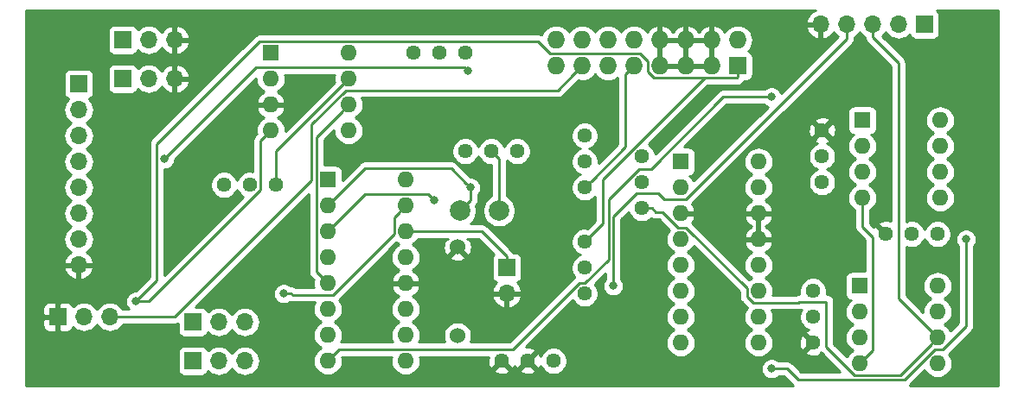
<source format=gbr>
G04 #@! TF.GenerationSoftware,KiCad,Pcbnew,(5.1.2-1)-1*
G04 #@! TF.CreationDate,2019-08-21T10:35:04-07:00*
G04 #@! TF.ProjectId,AS3340_VCO,41533333-3430-45f5-9643-4f2e6b696361,rev?*
G04 #@! TF.SameCoordinates,Original*
G04 #@! TF.FileFunction,Copper,L2,Bot*
G04 #@! TF.FilePolarity,Positive*
%FSLAX46Y46*%
G04 Gerber Fmt 4.6, Leading zero omitted, Abs format (unit mm)*
G04 Created by KiCad (PCBNEW (5.1.2-1)-1) date 2019-08-21 10:35:04*
%MOMM*%
%LPD*%
G04 APERTURE LIST*
%ADD10C,1.524000*%
%ADD11O,1.700000X1.700000*%
%ADD12R,1.700000X1.700000*%
%ADD13C,1.440000*%
%ADD14C,2.000000*%
%ADD15R,1.727200X1.727200*%
%ADD16O,1.727200X1.727200*%
%ADD17R,1.600000X1.600000*%
%ADD18O,1.600000X1.600000*%
%ADD19C,3.500000*%
%ADD20C,0.800000*%
%ADD21C,0.250000*%
%ADD22C,0.254000*%
G04 APERTURE END LIST*
D10*
X182626000Y-87394000D03*
X182626000Y-96094000D03*
D11*
X154940000Y-70866000D03*
X152400000Y-70866000D03*
D12*
X149860000Y-70866000D03*
D11*
X161798000Y-94742000D03*
X159258000Y-94742000D03*
D12*
X156718000Y-94742000D03*
D11*
X161798000Y-98552000D03*
X159258000Y-98552000D03*
D12*
X156718000Y-98552000D03*
D11*
X154940000Y-67056000D03*
X152400000Y-67056000D03*
D12*
X149860000Y-67056000D03*
X145542000Y-71374000D03*
D11*
X145542000Y-73914000D03*
X145542000Y-76454000D03*
X145542000Y-78994000D03*
X145542000Y-81534000D03*
X145542000Y-84074000D03*
X145542000Y-86614000D03*
X145542000Y-89154000D03*
D12*
X228346000Y-65532000D03*
D11*
X225806000Y-65532000D03*
X223266000Y-65532000D03*
X220726000Y-65532000D03*
X218186000Y-65532000D03*
D13*
X183388000Y-77978000D03*
X185928000Y-77978000D03*
X188468000Y-77978000D03*
X217424000Y-96774000D03*
X217424000Y-94234000D03*
X217424000Y-91694000D03*
X200660000Y-83566000D03*
X200660000Y-81026000D03*
X200660000Y-78486000D03*
X195072000Y-91948000D03*
X195072000Y-89408000D03*
X195072000Y-86868000D03*
X195072000Y-81534000D03*
X195072000Y-78994000D03*
X195072000Y-76454000D03*
X218313000Y-75946000D03*
X218313000Y-78486000D03*
X218313000Y-81026000D03*
X229616000Y-86106000D03*
X227076000Y-86106000D03*
X224536000Y-86106000D03*
D12*
X187452000Y-89408000D03*
D11*
X187452000Y-91948000D03*
D13*
X192024000Y-98552000D03*
X189484000Y-98552000D03*
X186944000Y-98552000D03*
X159766000Y-81280000D03*
X162306000Y-81280000D03*
X164846000Y-81280000D03*
X183388000Y-68326000D03*
X180848000Y-68326000D03*
X178308000Y-68326000D03*
D14*
X182880000Y-83820000D03*
X186690000Y-83820000D03*
D15*
X210058000Y-69596000D03*
D16*
X210058000Y-67056000D03*
X207518000Y-69596000D03*
X207518000Y-67056000D03*
X204978000Y-69596000D03*
X204978000Y-67056000D03*
X202438000Y-69596000D03*
X202438000Y-67056000D03*
X199898000Y-69596000D03*
X199898000Y-67056000D03*
X197358000Y-69596000D03*
X197358000Y-67056000D03*
X194818000Y-69596000D03*
X194818000Y-67056000D03*
X192278000Y-69596000D03*
X192278000Y-67056000D03*
D12*
X143510000Y-94234000D03*
D11*
X146050000Y-94234000D03*
X148590000Y-94234000D03*
D17*
X169926000Y-80772000D03*
D18*
X177546000Y-98552000D03*
X169926000Y-83312000D03*
X177546000Y-96012000D03*
X169926000Y-85852000D03*
X177546000Y-93472000D03*
X169926000Y-88392000D03*
X177546000Y-90932000D03*
X169926000Y-90932000D03*
X177546000Y-88392000D03*
X169926000Y-93472000D03*
X177546000Y-85852000D03*
X169926000Y-96012000D03*
X177546000Y-83312000D03*
X169926000Y-98552000D03*
X177546000Y-80772000D03*
D17*
X164338000Y-68326000D03*
D18*
X171958000Y-75946000D03*
X164338000Y-70866000D03*
X171958000Y-73406000D03*
X164338000Y-73406000D03*
X171958000Y-70866000D03*
X164338000Y-75946000D03*
X171958000Y-68326000D03*
D17*
X221996000Y-91186000D03*
D18*
X229616000Y-98806000D03*
X221996000Y-93726000D03*
X229616000Y-96266000D03*
X221996000Y-96266000D03*
X229616000Y-93726000D03*
X221996000Y-98806000D03*
X229616000Y-91186000D03*
X229870000Y-74930000D03*
X222250000Y-82550000D03*
X229870000Y-77470000D03*
X222250000Y-80010000D03*
X229870000Y-80010000D03*
X222250000Y-77470000D03*
X229870000Y-82550000D03*
D17*
X222250000Y-74930000D03*
X204470000Y-78994000D03*
D18*
X212090000Y-96774000D03*
X204470000Y-81534000D03*
X212090000Y-94234000D03*
X204470000Y-84074000D03*
X212090000Y-91694000D03*
X204470000Y-86614000D03*
X212090000Y-89154000D03*
X204470000Y-89154000D03*
X212090000Y-86614000D03*
X204470000Y-91694000D03*
X212090000Y-84074000D03*
X204470000Y-94234000D03*
X212090000Y-81534000D03*
X204470000Y-96774000D03*
X212090000Y-78994000D03*
D19*
X142240000Y-66040000D03*
X142240000Y-99060000D03*
X233680000Y-66040000D03*
X233680000Y-99060000D03*
D20*
X196596000Y-90932000D03*
X157734000Y-92964000D03*
X158242000Y-77216000D03*
X175768000Y-74422000D03*
X228854000Y-69342000D03*
X209042000Y-84074000D03*
X207264000Y-77470000D03*
X215138000Y-81534000D03*
X214884000Y-86614000D03*
X214630000Y-96266000D03*
X209042000Y-97536000D03*
X207772000Y-93218000D03*
X194310000Y-96520000D03*
X182372000Y-92202000D03*
X191008000Y-86360000D03*
X224282000Y-77597000D03*
X224282000Y-81280000D03*
X229108000Y-72136000D03*
X219456000Y-71882000D03*
X213995000Y-68961000D03*
X153924000Y-78740000D03*
X183642000Y-70104000D03*
X197866000Y-91186000D03*
X165608000Y-91948000D03*
X183896000Y-81534000D03*
X180340000Y-82804000D03*
X151130000Y-92710000D03*
X213360000Y-99314000D03*
X232410000Y-86614000D03*
X213360000Y-72644000D03*
D21*
X183278999Y-69740999D02*
X183642000Y-70104000D01*
X162923001Y-69740999D02*
X183278999Y-69740999D01*
X153924000Y-78740000D02*
X162923001Y-69740999D01*
X201678233Y-83566000D02*
X200660000Y-83566000D01*
X202041234Y-83929001D02*
X201678233Y-83566000D01*
X218736397Y-92739001D02*
X216070003Y-92739001D01*
X228816001Y-95466001D02*
X229616000Y-96266000D01*
X227808999Y-94458999D02*
X228816001Y-95466001D01*
X223266000Y-65532000D02*
X223266000Y-66734081D01*
X228816001Y-97065999D02*
X229616000Y-96266000D01*
X225950999Y-99931001D02*
X228816001Y-97065999D01*
X218736397Y-97211399D02*
X221455999Y-99931001D01*
X221455999Y-99931001D02*
X225950999Y-99931001D01*
X218736397Y-92739001D02*
X218736397Y-97211399D01*
X215990003Y-92819001D02*
X216070003Y-92739001D01*
X210964999Y-92234001D02*
X211549999Y-92819001D01*
X210964999Y-91443997D02*
X210964999Y-92234001D01*
X205010001Y-85488999D02*
X210964999Y-91443997D01*
X204219997Y-85488999D02*
X205010001Y-85488999D01*
X202659999Y-83929001D02*
X204219997Y-85488999D01*
X211549999Y-92819001D02*
X215990003Y-92819001D01*
X202041234Y-83929001D02*
X202659999Y-83929001D01*
X223266000Y-66802000D02*
X223266000Y-65532000D01*
X225776999Y-69312999D02*
X223266000Y-66802000D01*
X225776999Y-92426999D02*
X225776999Y-69312999D01*
X229870000Y-96520000D02*
X225776999Y-92426999D01*
X220726000Y-66734081D02*
X220726000Y-65532000D01*
X197866000Y-84363400D02*
X200158399Y-82071001D01*
X197866000Y-91186000D02*
X197866000Y-84363400D01*
X220726000Y-66943002D02*
X220726000Y-66734081D01*
X205010001Y-82659001D02*
X220726000Y-66943002D01*
X202855997Y-82659001D02*
X205010001Y-82659001D01*
X202267997Y-82071001D02*
X202855997Y-82659001D01*
X200158399Y-82071001D02*
X202267997Y-82071001D01*
X176746001Y-84111999D02*
X177546000Y-83312000D01*
X176420999Y-84437001D02*
X176746001Y-84111999D01*
X176420999Y-86102003D02*
X176420999Y-84437001D01*
X170466001Y-92057001D02*
X176420999Y-86102003D01*
X166479001Y-92057001D02*
X170466001Y-92057001D01*
X166370000Y-91948000D02*
X166479001Y-92057001D01*
X165608000Y-91948000D02*
X166370000Y-91948000D01*
X183896000Y-82804000D02*
X183896000Y-81534000D01*
X182880000Y-83820000D02*
X183896000Y-82804000D01*
X183496001Y-81134001D02*
X183896000Y-81534000D01*
X182008999Y-79646999D02*
X183496001Y-81134001D01*
X173591001Y-79646999D02*
X182008999Y-79646999D01*
X169926000Y-83312000D02*
X173591001Y-79646999D01*
X173591001Y-82186999D02*
X179722999Y-82186999D01*
X179722999Y-82186999D02*
X180340000Y-82804000D01*
X169926000Y-85852000D02*
X173591001Y-82186999D01*
X152422602Y-92710000D02*
X151130000Y-92710000D01*
X163351001Y-81781601D02*
X152422602Y-92710000D01*
X163351001Y-76932999D02*
X163351001Y-81781601D01*
X164338000Y-75946000D02*
X163351001Y-76932999D01*
X210058000Y-70709600D02*
X210058000Y-69596000D01*
X209982999Y-70784601D02*
X210058000Y-70709600D01*
X206814797Y-70784601D02*
X209982999Y-70784601D01*
X196850000Y-80749398D02*
X206814797Y-70784601D01*
X196850000Y-85090000D02*
X196850000Y-80749398D01*
X195072000Y-86868000D02*
X196850000Y-85090000D01*
X201867471Y-70784601D02*
X206814797Y-70784601D01*
X201249399Y-70166529D02*
X201867471Y-70784601D01*
X201249399Y-69188269D02*
X201249399Y-70166529D01*
X200468529Y-68407399D02*
X201249399Y-69188269D01*
X191707471Y-68407399D02*
X200468529Y-68407399D01*
X190501071Y-67200999D02*
X191707471Y-68407399D01*
X163277999Y-67200999D02*
X190501071Y-67200999D01*
X153198999Y-77279999D02*
X163277999Y-67200999D01*
X153198999Y-90641001D02*
X153198999Y-77279999D01*
X151130000Y-92710000D02*
X153198999Y-90641001D01*
X222250000Y-83681370D02*
X222250000Y-82550000D01*
X222250000Y-85366602D02*
X222250000Y-83681370D01*
X223266000Y-86382602D02*
X222250000Y-85366602D01*
X223266000Y-97536000D02*
X223266000Y-86382602D01*
X221996000Y-98806000D02*
X223266000Y-97536000D01*
X232410000Y-95137002D02*
X232410000Y-86614000D01*
X230156001Y-97391001D02*
X232410000Y-95137002D01*
X229365997Y-97391001D02*
X230156001Y-97391001D01*
X226375986Y-100381012D02*
X229365997Y-97391001D01*
X215951013Y-100381012D02*
X226375986Y-100381012D01*
X214884001Y-99314000D02*
X215951013Y-100381012D01*
X213360000Y-99314000D02*
X214884001Y-99314000D01*
X164846000Y-77978000D02*
X171958000Y-70866000D01*
X164846000Y-81280000D02*
X164846000Y-77978000D01*
X195791999Y-80814001D02*
X195072000Y-81534000D01*
X199034401Y-77571599D02*
X195791999Y-80814001D01*
X199034401Y-70459599D02*
X199034401Y-77571599D01*
X199898000Y-69596000D02*
X199034401Y-70459599D01*
X171158001Y-74205999D02*
X171958000Y-73406000D01*
X168800999Y-76563001D02*
X171158001Y-74205999D01*
X168800999Y-89806999D02*
X168800999Y-76563001D01*
X169926000Y-90932000D02*
X168800999Y-89806999D01*
X186690000Y-78740000D02*
X185928000Y-77978000D01*
X186690000Y-83820000D02*
X186690000Y-78740000D01*
X188046399Y-97426999D02*
X194570399Y-90902999D01*
X197415990Y-82723408D02*
X200415399Y-79723999D01*
X197415990Y-88588010D02*
X197415990Y-82723408D01*
X195101001Y-90902999D02*
X197415990Y-88588010D01*
X194570399Y-90902999D02*
X195101001Y-90902999D01*
X171051001Y-97426999D02*
X188046399Y-97426999D01*
X169926000Y-98552000D02*
X171051001Y-97426999D01*
X212794315Y-72644000D02*
X213360000Y-72644000D01*
X208634998Y-72644000D02*
X212794315Y-72644000D01*
X201554999Y-79723999D02*
X208634998Y-72644000D01*
X200415399Y-79723999D02*
X201554999Y-79723999D01*
X187452000Y-88308000D02*
X187452000Y-89408000D01*
X184996000Y-85852000D02*
X187452000Y-88308000D01*
X177546000Y-85852000D02*
X184996000Y-85852000D01*
X193954401Y-70459599D02*
X194818000Y-69596000D01*
X192422999Y-71991001D02*
X193954401Y-70459599D01*
X171707997Y-71991001D02*
X192422999Y-71991001D01*
X168350989Y-75348009D02*
X171707997Y-71991001D01*
X154940998Y-94234000D02*
X168350989Y-80824009D01*
X168350989Y-80824009D02*
X168350989Y-75348009D01*
X148590000Y-94234000D02*
X154940998Y-94234000D01*
D22*
G36*
X235568000Y-100948000D02*
G01*
X226870493Y-100948000D01*
X226910303Y-100915329D01*
X226933853Y-100886633D01*
X228352032Y-99468455D01*
X228423752Y-99602634D01*
X228602077Y-99819923D01*
X228819366Y-99998248D01*
X229067269Y-100130755D01*
X229336259Y-100212352D01*
X229545902Y-100233000D01*
X229686098Y-100233000D01*
X229895741Y-100212352D01*
X230164731Y-100130755D01*
X230412634Y-99998248D01*
X230629923Y-99819923D01*
X230808248Y-99602634D01*
X230940755Y-99354731D01*
X231022352Y-99085741D01*
X231049904Y-98806000D01*
X231022352Y-98526259D01*
X230940755Y-98257269D01*
X230808248Y-98009366D01*
X230714886Y-97895604D01*
X232915627Y-95694864D01*
X232944317Y-95671319D01*
X233038290Y-95556812D01*
X233108118Y-95426172D01*
X233151119Y-95284420D01*
X233162000Y-95173940D01*
X233162000Y-95173938D01*
X233165638Y-95137002D01*
X233162000Y-95100067D01*
X233162000Y-87314397D01*
X233207723Y-87268674D01*
X233320115Y-87100467D01*
X233397533Y-86913565D01*
X233437000Y-86715151D01*
X233437000Y-86512849D01*
X233397533Y-86314435D01*
X233320115Y-86127533D01*
X233207723Y-85959326D01*
X233064674Y-85816277D01*
X232896467Y-85703885D01*
X232709565Y-85626467D01*
X232511151Y-85587000D01*
X232308849Y-85587000D01*
X232110435Y-85626467D01*
X231923533Y-85703885D01*
X231755326Y-85816277D01*
X231612277Y-85959326D01*
X231499885Y-86127533D01*
X231422467Y-86314435D01*
X231383000Y-86512849D01*
X231383000Y-86715151D01*
X231422467Y-86913565D01*
X231499885Y-87100467D01*
X231612277Y-87268674D01*
X231658001Y-87314398D01*
X231658000Y-94825513D01*
X230879968Y-95603545D01*
X230808248Y-95469366D01*
X230629923Y-95252077D01*
X230412634Y-95073752D01*
X230267170Y-94996000D01*
X230412634Y-94918248D01*
X230629923Y-94739923D01*
X230808248Y-94522634D01*
X230940755Y-94274731D01*
X231022352Y-94005741D01*
X231049904Y-93726000D01*
X231022352Y-93446259D01*
X230940755Y-93177269D01*
X230808248Y-92929366D01*
X230629923Y-92712077D01*
X230412634Y-92533752D01*
X230267170Y-92456000D01*
X230412634Y-92378248D01*
X230629923Y-92199923D01*
X230808248Y-91982634D01*
X230940755Y-91734731D01*
X231022352Y-91465741D01*
X231049904Y-91186000D01*
X231022352Y-90906259D01*
X230940755Y-90637269D01*
X230808248Y-90389366D01*
X230629923Y-90172077D01*
X230412634Y-89993752D01*
X230164731Y-89861245D01*
X229895741Y-89779648D01*
X229686098Y-89759000D01*
X229545902Y-89759000D01*
X229336259Y-89779648D01*
X229067269Y-89861245D01*
X228819366Y-89993752D01*
X228602077Y-90172077D01*
X228423752Y-90389366D01*
X228291245Y-90637269D01*
X228209648Y-90906259D01*
X228182096Y-91186000D01*
X228209648Y-91465741D01*
X228291245Y-91734731D01*
X228423752Y-91982634D01*
X228602077Y-92199923D01*
X228819366Y-92378248D01*
X228964830Y-92456000D01*
X228819366Y-92533752D01*
X228602077Y-92712077D01*
X228423752Y-92929366D01*
X228291245Y-93177269D01*
X228209648Y-93446259D01*
X228182096Y-93726000D01*
X228186751Y-93773263D01*
X226528999Y-92115511D01*
X226528999Y-87337407D01*
X226683094Y-87401236D01*
X226943332Y-87453000D01*
X227208668Y-87453000D01*
X227468906Y-87401236D01*
X227714044Y-87299696D01*
X227934663Y-87152284D01*
X228122284Y-86964663D01*
X228269696Y-86744044D01*
X228346000Y-86559831D01*
X228422304Y-86744044D01*
X228569716Y-86964663D01*
X228757337Y-87152284D01*
X228977956Y-87299696D01*
X229223094Y-87401236D01*
X229483332Y-87453000D01*
X229748668Y-87453000D01*
X230008906Y-87401236D01*
X230254044Y-87299696D01*
X230474663Y-87152284D01*
X230662284Y-86964663D01*
X230809696Y-86744044D01*
X230911236Y-86498906D01*
X230963000Y-86238668D01*
X230963000Y-85973332D01*
X230911236Y-85713094D01*
X230809696Y-85467956D01*
X230662284Y-85247337D01*
X230474663Y-85059716D01*
X230254044Y-84912304D01*
X230008906Y-84810764D01*
X229748668Y-84759000D01*
X229483332Y-84759000D01*
X229223094Y-84810764D01*
X228977956Y-84912304D01*
X228757337Y-85059716D01*
X228569716Y-85247337D01*
X228422304Y-85467956D01*
X228346000Y-85652169D01*
X228269696Y-85467956D01*
X228122284Y-85247337D01*
X227934663Y-85059716D01*
X227714044Y-84912304D01*
X227468906Y-84810764D01*
X227208668Y-84759000D01*
X226943332Y-84759000D01*
X226683094Y-84810764D01*
X226528999Y-84874593D01*
X226528999Y-74930000D01*
X228436096Y-74930000D01*
X228463648Y-75209741D01*
X228545245Y-75478731D01*
X228677752Y-75726634D01*
X228856077Y-75943923D01*
X229073366Y-76122248D01*
X229218830Y-76200000D01*
X229073366Y-76277752D01*
X228856077Y-76456077D01*
X228677752Y-76673366D01*
X228545245Y-76921269D01*
X228463648Y-77190259D01*
X228436096Y-77470000D01*
X228463648Y-77749741D01*
X228545245Y-78018731D01*
X228677752Y-78266634D01*
X228856077Y-78483923D01*
X229073366Y-78662248D01*
X229218830Y-78740000D01*
X229073366Y-78817752D01*
X228856077Y-78996077D01*
X228677752Y-79213366D01*
X228545245Y-79461269D01*
X228463648Y-79730259D01*
X228436096Y-80010000D01*
X228463648Y-80289741D01*
X228545245Y-80558731D01*
X228677752Y-80806634D01*
X228856077Y-81023923D01*
X229073366Y-81202248D01*
X229218830Y-81280000D01*
X229073366Y-81357752D01*
X228856077Y-81536077D01*
X228677752Y-81753366D01*
X228545245Y-82001269D01*
X228463648Y-82270259D01*
X228436096Y-82550000D01*
X228463648Y-82829741D01*
X228545245Y-83098731D01*
X228677752Y-83346634D01*
X228856077Y-83563923D01*
X229073366Y-83742248D01*
X229321269Y-83874755D01*
X229590259Y-83956352D01*
X229799902Y-83977000D01*
X229940098Y-83977000D01*
X230149741Y-83956352D01*
X230418731Y-83874755D01*
X230666634Y-83742248D01*
X230883923Y-83563923D01*
X231062248Y-83346634D01*
X231194755Y-83098731D01*
X231276352Y-82829741D01*
X231303904Y-82550000D01*
X231276352Y-82270259D01*
X231194755Y-82001269D01*
X231062248Y-81753366D01*
X230883923Y-81536077D01*
X230666634Y-81357752D01*
X230521170Y-81280000D01*
X230666634Y-81202248D01*
X230883923Y-81023923D01*
X231062248Y-80806634D01*
X231194755Y-80558731D01*
X231276352Y-80289741D01*
X231303904Y-80010000D01*
X231276352Y-79730259D01*
X231194755Y-79461269D01*
X231062248Y-79213366D01*
X230883923Y-78996077D01*
X230666634Y-78817752D01*
X230521170Y-78740000D01*
X230666634Y-78662248D01*
X230883923Y-78483923D01*
X231062248Y-78266634D01*
X231194755Y-78018731D01*
X231276352Y-77749741D01*
X231303904Y-77470000D01*
X231276352Y-77190259D01*
X231194755Y-76921269D01*
X231062248Y-76673366D01*
X230883923Y-76456077D01*
X230666634Y-76277752D01*
X230521170Y-76200000D01*
X230666634Y-76122248D01*
X230883923Y-75943923D01*
X231062248Y-75726634D01*
X231194755Y-75478731D01*
X231276352Y-75209741D01*
X231303904Y-74930000D01*
X231276352Y-74650259D01*
X231194755Y-74381269D01*
X231062248Y-74133366D01*
X230883923Y-73916077D01*
X230666634Y-73737752D01*
X230418731Y-73605245D01*
X230149741Y-73523648D01*
X229940098Y-73503000D01*
X229799902Y-73503000D01*
X229590259Y-73523648D01*
X229321269Y-73605245D01*
X229073366Y-73737752D01*
X228856077Y-73916077D01*
X228677752Y-74133366D01*
X228545245Y-74381269D01*
X228463648Y-74650259D01*
X228436096Y-74930000D01*
X226528999Y-74930000D01*
X226528999Y-69349934D01*
X226532637Y-69312999D01*
X226525149Y-69236973D01*
X226518118Y-69165581D01*
X226475117Y-69023829D01*
X226405289Y-68893189D01*
X226311316Y-68778682D01*
X226282625Y-68755136D01*
X224202024Y-66674536D01*
X224315450Y-66581450D01*
X224500022Y-66356547D01*
X224536000Y-66289237D01*
X224571978Y-66356547D01*
X224756550Y-66581450D01*
X224981453Y-66766022D01*
X225238042Y-66903172D01*
X225516457Y-66987629D01*
X225733444Y-67009000D01*
X225878556Y-67009000D01*
X226095543Y-66987629D01*
X226373958Y-66903172D01*
X226630547Y-66766022D01*
X226855450Y-66581450D01*
X226888919Y-66540668D01*
X226913925Y-66623103D01*
X226972147Y-66732028D01*
X227050499Y-66827501D01*
X227145972Y-66905853D01*
X227254897Y-66964075D01*
X227373087Y-66999927D01*
X227496000Y-67012033D01*
X229196000Y-67012033D01*
X229318913Y-66999927D01*
X229437103Y-66964075D01*
X229546028Y-66905853D01*
X229641501Y-66827501D01*
X229719853Y-66732028D01*
X229778075Y-66623103D01*
X229813927Y-66504913D01*
X229826033Y-66382000D01*
X229826033Y-64682000D01*
X229813927Y-64559087D01*
X229778075Y-64440897D01*
X229719853Y-64331972D01*
X229641501Y-64236499D01*
X229546028Y-64158147D01*
X229534528Y-64152000D01*
X235568001Y-64152000D01*
X235568000Y-100948000D01*
X235568000Y-100948000D01*
G37*
X235568000Y-100948000D02*
X226870493Y-100948000D01*
X226910303Y-100915329D01*
X226933853Y-100886633D01*
X228352032Y-99468455D01*
X228423752Y-99602634D01*
X228602077Y-99819923D01*
X228819366Y-99998248D01*
X229067269Y-100130755D01*
X229336259Y-100212352D01*
X229545902Y-100233000D01*
X229686098Y-100233000D01*
X229895741Y-100212352D01*
X230164731Y-100130755D01*
X230412634Y-99998248D01*
X230629923Y-99819923D01*
X230808248Y-99602634D01*
X230940755Y-99354731D01*
X231022352Y-99085741D01*
X231049904Y-98806000D01*
X231022352Y-98526259D01*
X230940755Y-98257269D01*
X230808248Y-98009366D01*
X230714886Y-97895604D01*
X232915627Y-95694864D01*
X232944317Y-95671319D01*
X233038290Y-95556812D01*
X233108118Y-95426172D01*
X233151119Y-95284420D01*
X233162000Y-95173940D01*
X233162000Y-95173938D01*
X233165638Y-95137002D01*
X233162000Y-95100067D01*
X233162000Y-87314397D01*
X233207723Y-87268674D01*
X233320115Y-87100467D01*
X233397533Y-86913565D01*
X233437000Y-86715151D01*
X233437000Y-86512849D01*
X233397533Y-86314435D01*
X233320115Y-86127533D01*
X233207723Y-85959326D01*
X233064674Y-85816277D01*
X232896467Y-85703885D01*
X232709565Y-85626467D01*
X232511151Y-85587000D01*
X232308849Y-85587000D01*
X232110435Y-85626467D01*
X231923533Y-85703885D01*
X231755326Y-85816277D01*
X231612277Y-85959326D01*
X231499885Y-86127533D01*
X231422467Y-86314435D01*
X231383000Y-86512849D01*
X231383000Y-86715151D01*
X231422467Y-86913565D01*
X231499885Y-87100467D01*
X231612277Y-87268674D01*
X231658001Y-87314398D01*
X231658000Y-94825513D01*
X230879968Y-95603545D01*
X230808248Y-95469366D01*
X230629923Y-95252077D01*
X230412634Y-95073752D01*
X230267170Y-94996000D01*
X230412634Y-94918248D01*
X230629923Y-94739923D01*
X230808248Y-94522634D01*
X230940755Y-94274731D01*
X231022352Y-94005741D01*
X231049904Y-93726000D01*
X231022352Y-93446259D01*
X230940755Y-93177269D01*
X230808248Y-92929366D01*
X230629923Y-92712077D01*
X230412634Y-92533752D01*
X230267170Y-92456000D01*
X230412634Y-92378248D01*
X230629923Y-92199923D01*
X230808248Y-91982634D01*
X230940755Y-91734731D01*
X231022352Y-91465741D01*
X231049904Y-91186000D01*
X231022352Y-90906259D01*
X230940755Y-90637269D01*
X230808248Y-90389366D01*
X230629923Y-90172077D01*
X230412634Y-89993752D01*
X230164731Y-89861245D01*
X229895741Y-89779648D01*
X229686098Y-89759000D01*
X229545902Y-89759000D01*
X229336259Y-89779648D01*
X229067269Y-89861245D01*
X228819366Y-89993752D01*
X228602077Y-90172077D01*
X228423752Y-90389366D01*
X228291245Y-90637269D01*
X228209648Y-90906259D01*
X228182096Y-91186000D01*
X228209648Y-91465741D01*
X228291245Y-91734731D01*
X228423752Y-91982634D01*
X228602077Y-92199923D01*
X228819366Y-92378248D01*
X228964830Y-92456000D01*
X228819366Y-92533752D01*
X228602077Y-92712077D01*
X228423752Y-92929366D01*
X228291245Y-93177269D01*
X228209648Y-93446259D01*
X228182096Y-93726000D01*
X228186751Y-93773263D01*
X226528999Y-92115511D01*
X226528999Y-87337407D01*
X226683094Y-87401236D01*
X226943332Y-87453000D01*
X227208668Y-87453000D01*
X227468906Y-87401236D01*
X227714044Y-87299696D01*
X227934663Y-87152284D01*
X228122284Y-86964663D01*
X228269696Y-86744044D01*
X228346000Y-86559831D01*
X228422304Y-86744044D01*
X228569716Y-86964663D01*
X228757337Y-87152284D01*
X228977956Y-87299696D01*
X229223094Y-87401236D01*
X229483332Y-87453000D01*
X229748668Y-87453000D01*
X230008906Y-87401236D01*
X230254044Y-87299696D01*
X230474663Y-87152284D01*
X230662284Y-86964663D01*
X230809696Y-86744044D01*
X230911236Y-86498906D01*
X230963000Y-86238668D01*
X230963000Y-85973332D01*
X230911236Y-85713094D01*
X230809696Y-85467956D01*
X230662284Y-85247337D01*
X230474663Y-85059716D01*
X230254044Y-84912304D01*
X230008906Y-84810764D01*
X229748668Y-84759000D01*
X229483332Y-84759000D01*
X229223094Y-84810764D01*
X228977956Y-84912304D01*
X228757337Y-85059716D01*
X228569716Y-85247337D01*
X228422304Y-85467956D01*
X228346000Y-85652169D01*
X228269696Y-85467956D01*
X228122284Y-85247337D01*
X227934663Y-85059716D01*
X227714044Y-84912304D01*
X227468906Y-84810764D01*
X227208668Y-84759000D01*
X226943332Y-84759000D01*
X226683094Y-84810764D01*
X226528999Y-84874593D01*
X226528999Y-74930000D01*
X228436096Y-74930000D01*
X228463648Y-75209741D01*
X228545245Y-75478731D01*
X228677752Y-75726634D01*
X228856077Y-75943923D01*
X229073366Y-76122248D01*
X229218830Y-76200000D01*
X229073366Y-76277752D01*
X228856077Y-76456077D01*
X228677752Y-76673366D01*
X228545245Y-76921269D01*
X228463648Y-77190259D01*
X228436096Y-77470000D01*
X228463648Y-77749741D01*
X228545245Y-78018731D01*
X228677752Y-78266634D01*
X228856077Y-78483923D01*
X229073366Y-78662248D01*
X229218830Y-78740000D01*
X229073366Y-78817752D01*
X228856077Y-78996077D01*
X228677752Y-79213366D01*
X228545245Y-79461269D01*
X228463648Y-79730259D01*
X228436096Y-80010000D01*
X228463648Y-80289741D01*
X228545245Y-80558731D01*
X228677752Y-80806634D01*
X228856077Y-81023923D01*
X229073366Y-81202248D01*
X229218830Y-81280000D01*
X229073366Y-81357752D01*
X228856077Y-81536077D01*
X228677752Y-81753366D01*
X228545245Y-82001269D01*
X228463648Y-82270259D01*
X228436096Y-82550000D01*
X228463648Y-82829741D01*
X228545245Y-83098731D01*
X228677752Y-83346634D01*
X228856077Y-83563923D01*
X229073366Y-83742248D01*
X229321269Y-83874755D01*
X229590259Y-83956352D01*
X229799902Y-83977000D01*
X229940098Y-83977000D01*
X230149741Y-83956352D01*
X230418731Y-83874755D01*
X230666634Y-83742248D01*
X230883923Y-83563923D01*
X231062248Y-83346634D01*
X231194755Y-83098731D01*
X231276352Y-82829741D01*
X231303904Y-82550000D01*
X231276352Y-82270259D01*
X231194755Y-82001269D01*
X231062248Y-81753366D01*
X230883923Y-81536077D01*
X230666634Y-81357752D01*
X230521170Y-81280000D01*
X230666634Y-81202248D01*
X230883923Y-81023923D01*
X231062248Y-80806634D01*
X231194755Y-80558731D01*
X231276352Y-80289741D01*
X231303904Y-80010000D01*
X231276352Y-79730259D01*
X231194755Y-79461269D01*
X231062248Y-79213366D01*
X230883923Y-78996077D01*
X230666634Y-78817752D01*
X230521170Y-78740000D01*
X230666634Y-78662248D01*
X230883923Y-78483923D01*
X231062248Y-78266634D01*
X231194755Y-78018731D01*
X231276352Y-77749741D01*
X231303904Y-77470000D01*
X231276352Y-77190259D01*
X231194755Y-76921269D01*
X231062248Y-76673366D01*
X230883923Y-76456077D01*
X230666634Y-76277752D01*
X230521170Y-76200000D01*
X230666634Y-76122248D01*
X230883923Y-75943923D01*
X231062248Y-75726634D01*
X231194755Y-75478731D01*
X231276352Y-75209741D01*
X231303904Y-74930000D01*
X231276352Y-74650259D01*
X231194755Y-74381269D01*
X231062248Y-74133366D01*
X230883923Y-73916077D01*
X230666634Y-73737752D01*
X230418731Y-73605245D01*
X230149741Y-73523648D01*
X229940098Y-73503000D01*
X229799902Y-73503000D01*
X229590259Y-73523648D01*
X229321269Y-73605245D01*
X229073366Y-73737752D01*
X228856077Y-73916077D01*
X228677752Y-74133366D01*
X228545245Y-74381269D01*
X228463648Y-74650259D01*
X228436096Y-74930000D01*
X226528999Y-74930000D01*
X226528999Y-69349934D01*
X226532637Y-69312999D01*
X226525149Y-69236973D01*
X226518118Y-69165581D01*
X226475117Y-69023829D01*
X226405289Y-68893189D01*
X226311316Y-68778682D01*
X226282625Y-68755136D01*
X224202024Y-66674536D01*
X224315450Y-66581450D01*
X224500022Y-66356547D01*
X224536000Y-66289237D01*
X224571978Y-66356547D01*
X224756550Y-66581450D01*
X224981453Y-66766022D01*
X225238042Y-66903172D01*
X225516457Y-66987629D01*
X225733444Y-67009000D01*
X225878556Y-67009000D01*
X226095543Y-66987629D01*
X226373958Y-66903172D01*
X226630547Y-66766022D01*
X226855450Y-66581450D01*
X226888919Y-66540668D01*
X226913925Y-66623103D01*
X226972147Y-66732028D01*
X227050499Y-66827501D01*
X227145972Y-66905853D01*
X227254897Y-66964075D01*
X227373087Y-66999927D01*
X227496000Y-67012033D01*
X229196000Y-67012033D01*
X229318913Y-66999927D01*
X229437103Y-66964075D01*
X229546028Y-66905853D01*
X229641501Y-66827501D01*
X229719853Y-66732028D01*
X229778075Y-66623103D01*
X229813927Y-66504913D01*
X229826033Y-66382000D01*
X229826033Y-64682000D01*
X229813927Y-64559087D01*
X229778075Y-64440897D01*
X229719853Y-64331972D01*
X229641501Y-64236499D01*
X229546028Y-64158147D01*
X229534528Y-64152000D01*
X235568001Y-64152000D01*
X235568000Y-100948000D01*
G36*
X217419080Y-64260359D02*
G01*
X217185731Y-64434412D01*
X216990822Y-64650645D01*
X216841843Y-64900748D01*
X216744519Y-65175109D01*
X216865186Y-65405000D01*
X218059000Y-65405000D01*
X218059000Y-65385000D01*
X218313000Y-65385000D01*
X218313000Y-65405000D01*
X218333000Y-65405000D01*
X218333000Y-65659000D01*
X218313000Y-65659000D01*
X218313000Y-66852155D01*
X218542890Y-66973476D01*
X218690099Y-66928825D01*
X218952920Y-66803641D01*
X219186269Y-66629588D01*
X219381178Y-66413355D01*
X219455580Y-66288451D01*
X219491978Y-66356547D01*
X219676550Y-66581450D01*
X219867421Y-66738092D01*
X214322211Y-72283302D01*
X214270115Y-72157533D01*
X214157723Y-71989326D01*
X214014674Y-71846277D01*
X213846467Y-71733885D01*
X213659565Y-71656467D01*
X213461151Y-71617000D01*
X213258849Y-71617000D01*
X213060435Y-71656467D01*
X212873533Y-71733885D01*
X212705326Y-71846277D01*
X212659603Y-71892000D01*
X208671933Y-71892000D01*
X208634998Y-71888362D01*
X208598062Y-71892000D01*
X208598060Y-71892000D01*
X208487580Y-71902881D01*
X208345828Y-71945882D01*
X208215188Y-72015710D01*
X208100681Y-72109683D01*
X208077131Y-72138379D01*
X201982973Y-78232537D01*
X201955236Y-78093094D01*
X201853696Y-77847956D01*
X201706284Y-77627337D01*
X201518663Y-77439716D01*
X201341528Y-77321359D01*
X207126286Y-71536601D01*
X209946064Y-71536601D01*
X209982999Y-71540239D01*
X210019934Y-71536601D01*
X210019937Y-71536601D01*
X210130417Y-71525720D01*
X210272169Y-71482719D01*
X210402809Y-71412891D01*
X210517316Y-71318918D01*
X210540866Y-71290222D01*
X210563622Y-71267466D01*
X210592317Y-71243917D01*
X210686290Y-71129410D01*
X210707551Y-71089633D01*
X210921600Y-71089633D01*
X211044513Y-71077527D01*
X211162703Y-71041675D01*
X211271628Y-70983453D01*
X211367101Y-70905101D01*
X211445453Y-70809628D01*
X211503675Y-70700703D01*
X211539527Y-70582513D01*
X211551633Y-70459600D01*
X211551633Y-68732400D01*
X211539527Y-68609487D01*
X211503675Y-68491297D01*
X211445453Y-68382372D01*
X211367101Y-68286899D01*
X211271628Y-68208547D01*
X211162703Y-68150325D01*
X211098090Y-68130725D01*
X211117113Y-68115113D01*
X211303385Y-67888140D01*
X211441798Y-67629188D01*
X211527032Y-67348209D01*
X211555812Y-67056000D01*
X211527032Y-66763791D01*
X211441798Y-66482812D01*
X211303385Y-66223860D01*
X211117113Y-65996887D01*
X210985520Y-65888891D01*
X216744519Y-65888891D01*
X216841843Y-66163252D01*
X216990822Y-66413355D01*
X217185731Y-66629588D01*
X217419080Y-66803641D01*
X217681901Y-66928825D01*
X217829110Y-66973476D01*
X218059000Y-66852155D01*
X218059000Y-65659000D01*
X216865186Y-65659000D01*
X216744519Y-65888891D01*
X210985520Y-65888891D01*
X210890140Y-65810615D01*
X210631188Y-65672202D01*
X210350209Y-65586968D01*
X210131225Y-65565400D01*
X209984775Y-65565400D01*
X209765791Y-65586968D01*
X209484812Y-65672202D01*
X209225860Y-65810615D01*
X208998887Y-65996887D01*
X208812615Y-66223860D01*
X208786914Y-66271943D01*
X208724817Y-66167512D01*
X208528293Y-65949146D01*
X208292944Y-65773316D01*
X208027814Y-65646778D01*
X207877026Y-65601042D01*
X207645000Y-65722183D01*
X207645000Y-66929000D01*
X207665000Y-66929000D01*
X207665000Y-67183000D01*
X207645000Y-67183000D01*
X207645000Y-69469000D01*
X207665000Y-69469000D01*
X207665000Y-69723000D01*
X207645000Y-69723000D01*
X207645000Y-69743000D01*
X207391000Y-69743000D01*
X207391000Y-69723000D01*
X205105000Y-69723000D01*
X205105000Y-69743000D01*
X204851000Y-69743000D01*
X204851000Y-69723000D01*
X202565000Y-69723000D01*
X202565000Y-69743000D01*
X202311000Y-69743000D01*
X202311000Y-69723000D01*
X202291000Y-69723000D01*
X202291000Y-69469000D01*
X202311000Y-69469000D01*
X202311000Y-67183000D01*
X202565000Y-67183000D01*
X202565000Y-69469000D01*
X204851000Y-69469000D01*
X204851000Y-67183000D01*
X205105000Y-67183000D01*
X205105000Y-69469000D01*
X207391000Y-69469000D01*
X207391000Y-67183000D01*
X205105000Y-67183000D01*
X204851000Y-67183000D01*
X202565000Y-67183000D01*
X202311000Y-67183000D01*
X202291000Y-67183000D01*
X202291000Y-66929000D01*
X202311000Y-66929000D01*
X202311000Y-65722183D01*
X202565000Y-65722183D01*
X202565000Y-66929000D01*
X204851000Y-66929000D01*
X204851000Y-65722183D01*
X205105000Y-65722183D01*
X205105000Y-66929000D01*
X207391000Y-66929000D01*
X207391000Y-65722183D01*
X207158974Y-65601042D01*
X207008186Y-65646778D01*
X206743056Y-65773316D01*
X206507707Y-65949146D01*
X206311183Y-66167512D01*
X206248000Y-66273770D01*
X206184817Y-66167512D01*
X205988293Y-65949146D01*
X205752944Y-65773316D01*
X205487814Y-65646778D01*
X205337026Y-65601042D01*
X205105000Y-65722183D01*
X204851000Y-65722183D01*
X204618974Y-65601042D01*
X204468186Y-65646778D01*
X204203056Y-65773316D01*
X203967707Y-65949146D01*
X203771183Y-66167512D01*
X203708000Y-66273770D01*
X203644817Y-66167512D01*
X203448293Y-65949146D01*
X203212944Y-65773316D01*
X202947814Y-65646778D01*
X202797026Y-65601042D01*
X202565000Y-65722183D01*
X202311000Y-65722183D01*
X202078974Y-65601042D01*
X201928186Y-65646778D01*
X201663056Y-65773316D01*
X201427707Y-65949146D01*
X201231183Y-66167512D01*
X201169086Y-66271943D01*
X201143385Y-66223860D01*
X200957113Y-65996887D01*
X200730140Y-65810615D01*
X200471188Y-65672202D01*
X200190209Y-65586968D01*
X199971225Y-65565400D01*
X199824775Y-65565400D01*
X199605791Y-65586968D01*
X199324812Y-65672202D01*
X199065860Y-65810615D01*
X198838887Y-65996887D01*
X198652615Y-66223860D01*
X198628000Y-66269911D01*
X198603385Y-66223860D01*
X198417113Y-65996887D01*
X198190140Y-65810615D01*
X197931188Y-65672202D01*
X197650209Y-65586968D01*
X197431225Y-65565400D01*
X197284775Y-65565400D01*
X197065791Y-65586968D01*
X196784812Y-65672202D01*
X196525860Y-65810615D01*
X196298887Y-65996887D01*
X196112615Y-66223860D01*
X196088000Y-66269911D01*
X196063385Y-66223860D01*
X195877113Y-65996887D01*
X195650140Y-65810615D01*
X195391188Y-65672202D01*
X195110209Y-65586968D01*
X194891225Y-65565400D01*
X194744775Y-65565400D01*
X194525791Y-65586968D01*
X194244812Y-65672202D01*
X193985860Y-65810615D01*
X193758887Y-65996887D01*
X193572615Y-66223860D01*
X193548000Y-66269911D01*
X193523385Y-66223860D01*
X193337113Y-65996887D01*
X193110140Y-65810615D01*
X192851188Y-65672202D01*
X192570209Y-65586968D01*
X192351225Y-65565400D01*
X192204775Y-65565400D01*
X191985791Y-65586968D01*
X191704812Y-65672202D01*
X191445860Y-65810615D01*
X191218887Y-65996887D01*
X191032615Y-66223860D01*
X190894202Y-66482812D01*
X190874459Y-66547896D01*
X190790241Y-66502881D01*
X190648489Y-66459880D01*
X190538009Y-66448999D01*
X190538006Y-66448999D01*
X190501071Y-66445361D01*
X190464136Y-66448999D01*
X163314926Y-66448999D01*
X163277998Y-66445362D01*
X163241070Y-66448999D01*
X163241061Y-66448999D01*
X163130581Y-66459880D01*
X162988829Y-66502881D01*
X162970214Y-66512831D01*
X162858188Y-66572709D01*
X162796783Y-66623103D01*
X162743682Y-66666682D01*
X162720136Y-66695373D01*
X152693374Y-76722136D01*
X152664683Y-76745682D01*
X152641137Y-76774373D01*
X152641136Y-76774374D01*
X152570709Y-76860189D01*
X152500881Y-76990830D01*
X152486790Y-77037283D01*
X152461436Y-77120864D01*
X152457881Y-77132582D01*
X152443361Y-77279999D01*
X152447000Y-77316945D01*
X152446999Y-90329512D01*
X151093512Y-91683000D01*
X151028849Y-91683000D01*
X150830435Y-91722467D01*
X150643533Y-91799885D01*
X150475326Y-91912277D01*
X150332277Y-92055326D01*
X150219885Y-92223533D01*
X150142467Y-92410435D01*
X150103000Y-92608849D01*
X150103000Y-92811151D01*
X150142467Y-93009565D01*
X150219885Y-93196467D01*
X150332277Y-93364674D01*
X150449603Y-93482000D01*
X149862799Y-93482000D01*
X149824022Y-93409453D01*
X149639450Y-93184550D01*
X149414547Y-92999978D01*
X149157958Y-92862828D01*
X148879543Y-92778371D01*
X148662556Y-92757000D01*
X148517444Y-92757000D01*
X148300457Y-92778371D01*
X148022042Y-92862828D01*
X147765453Y-92999978D01*
X147540550Y-93184550D01*
X147355978Y-93409453D01*
X147320000Y-93476763D01*
X147284022Y-93409453D01*
X147099450Y-93184550D01*
X146874547Y-92999978D01*
X146617958Y-92862828D01*
X146339543Y-92778371D01*
X146122556Y-92757000D01*
X145977444Y-92757000D01*
X145760457Y-92778371D01*
X145482042Y-92862828D01*
X145225453Y-92999978D01*
X145000550Y-93184550D01*
X144973185Y-93217894D01*
X144949502Y-93139820D01*
X144890537Y-93029506D01*
X144811185Y-92932815D01*
X144714494Y-92853463D01*
X144604180Y-92794498D01*
X144484482Y-92758188D01*
X144360000Y-92745928D01*
X143795750Y-92749000D01*
X143637000Y-92907750D01*
X143637000Y-94107000D01*
X143657000Y-94107000D01*
X143657000Y-94361000D01*
X143637000Y-94361000D01*
X143637000Y-95560250D01*
X143795750Y-95719000D01*
X144360000Y-95722072D01*
X144484482Y-95709812D01*
X144604180Y-95673502D01*
X144714494Y-95614537D01*
X144811185Y-95535185D01*
X144890537Y-95438494D01*
X144949502Y-95328180D01*
X144973185Y-95250106D01*
X145000550Y-95283450D01*
X145225453Y-95468022D01*
X145482042Y-95605172D01*
X145760457Y-95689629D01*
X145977444Y-95711000D01*
X146122556Y-95711000D01*
X146339543Y-95689629D01*
X146617958Y-95605172D01*
X146874547Y-95468022D01*
X147099450Y-95283450D01*
X147284022Y-95058547D01*
X147320000Y-94991237D01*
X147355978Y-95058547D01*
X147540550Y-95283450D01*
X147765453Y-95468022D01*
X148022042Y-95605172D01*
X148300457Y-95689629D01*
X148517444Y-95711000D01*
X148662556Y-95711000D01*
X148879543Y-95689629D01*
X149157958Y-95605172D01*
X149414547Y-95468022D01*
X149639450Y-95283450D01*
X149824022Y-95058547D01*
X149862799Y-94986000D01*
X154904063Y-94986000D01*
X154940998Y-94989638D01*
X154977933Y-94986000D01*
X154977936Y-94986000D01*
X155088416Y-94975119D01*
X155230168Y-94932118D01*
X155237967Y-94927949D01*
X155237967Y-95592000D01*
X155250073Y-95714913D01*
X155285925Y-95833103D01*
X155344147Y-95942028D01*
X155422499Y-96037501D01*
X155517972Y-96115853D01*
X155626897Y-96174075D01*
X155745087Y-96209927D01*
X155868000Y-96222033D01*
X157568000Y-96222033D01*
X157690913Y-96209927D01*
X157809103Y-96174075D01*
X157918028Y-96115853D01*
X158013501Y-96037501D01*
X158091853Y-95942028D01*
X158150075Y-95833103D01*
X158175081Y-95750668D01*
X158208550Y-95791450D01*
X158433453Y-95976022D01*
X158690042Y-96113172D01*
X158968457Y-96197629D01*
X159185444Y-96219000D01*
X159330556Y-96219000D01*
X159547543Y-96197629D01*
X159825958Y-96113172D01*
X160082547Y-95976022D01*
X160307450Y-95791450D01*
X160492022Y-95566547D01*
X160528000Y-95499237D01*
X160563978Y-95566547D01*
X160748550Y-95791450D01*
X160973453Y-95976022D01*
X161230042Y-96113172D01*
X161508457Y-96197629D01*
X161725444Y-96219000D01*
X161870556Y-96219000D01*
X162087543Y-96197629D01*
X162365958Y-96113172D01*
X162622547Y-95976022D01*
X162847450Y-95791450D01*
X163032022Y-95566547D01*
X163169172Y-95309958D01*
X163253629Y-95031543D01*
X163282146Y-94742000D01*
X163253629Y-94452457D01*
X163169172Y-94174042D01*
X163032022Y-93917453D01*
X162847450Y-93692550D01*
X162622547Y-93507978D01*
X162365958Y-93370828D01*
X162087543Y-93286371D01*
X161870556Y-93265000D01*
X161725444Y-93265000D01*
X161508457Y-93286371D01*
X161230042Y-93370828D01*
X160973453Y-93507978D01*
X160748550Y-93692550D01*
X160563978Y-93917453D01*
X160528000Y-93984763D01*
X160492022Y-93917453D01*
X160307450Y-93692550D01*
X160082547Y-93507978D01*
X159825958Y-93370828D01*
X159547543Y-93286371D01*
X159330556Y-93265000D01*
X159185444Y-93265000D01*
X158968457Y-93286371D01*
X158690042Y-93370828D01*
X158433453Y-93507978D01*
X158208550Y-93692550D01*
X158175081Y-93733332D01*
X158150075Y-93650897D01*
X158091853Y-93541972D01*
X158013501Y-93446499D01*
X157918028Y-93368147D01*
X157809103Y-93309925D01*
X157690913Y-93274073D01*
X157568000Y-93261967D01*
X156976519Y-93261967D01*
X168049000Y-82189487D01*
X168048999Y-89770063D01*
X168045361Y-89806999D01*
X168048999Y-89843934D01*
X168048999Y-89843936D01*
X168059880Y-89954416D01*
X168084717Y-90036290D01*
X168102881Y-90096168D01*
X168172709Y-90226809D01*
X168198307Y-90258000D01*
X168266682Y-90341316D01*
X168295378Y-90364866D01*
X168534339Y-90603827D01*
X168519648Y-90652259D01*
X168492096Y-90932000D01*
X168519648Y-91211741D01*
X168547938Y-91305001D01*
X166762291Y-91305001D01*
X166659170Y-91249882D01*
X166517418Y-91206881D01*
X166406938Y-91196000D01*
X166406935Y-91196000D01*
X166370000Y-91192362D01*
X166333065Y-91196000D01*
X166308397Y-91196000D01*
X166262674Y-91150277D01*
X166094467Y-91037885D01*
X165907565Y-90960467D01*
X165709151Y-90921000D01*
X165506849Y-90921000D01*
X165308435Y-90960467D01*
X165121533Y-91037885D01*
X164953326Y-91150277D01*
X164810277Y-91293326D01*
X164697885Y-91461533D01*
X164620467Y-91648435D01*
X164581000Y-91846849D01*
X164581000Y-92049151D01*
X164620467Y-92247565D01*
X164697885Y-92434467D01*
X164810277Y-92602674D01*
X164953326Y-92745723D01*
X165121533Y-92858115D01*
X165308435Y-92935533D01*
X165506849Y-92975000D01*
X165709151Y-92975000D01*
X165907565Y-92935533D01*
X166094467Y-92858115D01*
X166230258Y-92767383D01*
X166331583Y-92798120D01*
X166442063Y-92809001D01*
X166442066Y-92809001D01*
X166479001Y-92812639D01*
X166515936Y-92809001D01*
X168662323Y-92809001D01*
X168601245Y-92923269D01*
X168519648Y-93192259D01*
X168492096Y-93472000D01*
X168519648Y-93751741D01*
X168601245Y-94020731D01*
X168733752Y-94268634D01*
X168912077Y-94485923D01*
X169129366Y-94664248D01*
X169274830Y-94742000D01*
X169129366Y-94819752D01*
X168912077Y-94998077D01*
X168733752Y-95215366D01*
X168601245Y-95463269D01*
X168519648Y-95732259D01*
X168492096Y-96012000D01*
X168519648Y-96291741D01*
X168601245Y-96560731D01*
X168733752Y-96808634D01*
X168912077Y-97025923D01*
X169129366Y-97204248D01*
X169274830Y-97282000D01*
X169129366Y-97359752D01*
X168912077Y-97538077D01*
X168733752Y-97755366D01*
X168601245Y-98003269D01*
X168519648Y-98272259D01*
X168492096Y-98552000D01*
X168519648Y-98831741D01*
X168601245Y-99100731D01*
X168733752Y-99348634D01*
X168912077Y-99565923D01*
X169129366Y-99744248D01*
X169377269Y-99876755D01*
X169646259Y-99958352D01*
X169855902Y-99979000D01*
X169996098Y-99979000D01*
X170205741Y-99958352D01*
X170474731Y-99876755D01*
X170722634Y-99744248D01*
X170939923Y-99565923D01*
X171118248Y-99348634D01*
X171250755Y-99100731D01*
X171332352Y-98831741D01*
X171359904Y-98552000D01*
X171332352Y-98272259D01*
X171317661Y-98223827D01*
X171362489Y-98178999D01*
X176167938Y-98178999D01*
X176139648Y-98272259D01*
X176112096Y-98552000D01*
X176139648Y-98831741D01*
X176221245Y-99100731D01*
X176353752Y-99348634D01*
X176532077Y-99565923D01*
X176749366Y-99744248D01*
X176997269Y-99876755D01*
X177266259Y-99958352D01*
X177475902Y-99979000D01*
X177616098Y-99979000D01*
X177825741Y-99958352D01*
X178094731Y-99876755D01*
X178342634Y-99744248D01*
X178559923Y-99565923D01*
X178624234Y-99487560D01*
X186188045Y-99487560D01*
X186249932Y-99723368D01*
X186491790Y-99836266D01*
X186751027Y-99899811D01*
X187017680Y-99911561D01*
X187281501Y-99871063D01*
X187532353Y-99779875D01*
X187638068Y-99723368D01*
X187699955Y-99487560D01*
X188728045Y-99487560D01*
X188789932Y-99723368D01*
X189031790Y-99836266D01*
X189291027Y-99899811D01*
X189557680Y-99911561D01*
X189821501Y-99871063D01*
X190072353Y-99779875D01*
X190178068Y-99723368D01*
X190239955Y-99487560D01*
X189484000Y-98731605D01*
X188728045Y-99487560D01*
X187699955Y-99487560D01*
X186944000Y-98731605D01*
X186188045Y-99487560D01*
X178624234Y-99487560D01*
X178738248Y-99348634D01*
X178870755Y-99100731D01*
X178952352Y-98831741D01*
X178979904Y-98552000D01*
X178952352Y-98272259D01*
X178924062Y-98178999D01*
X185640318Y-98178999D01*
X185596189Y-98359027D01*
X185584439Y-98625680D01*
X185624937Y-98889501D01*
X185716125Y-99140353D01*
X185772632Y-99246068D01*
X186008440Y-99307955D01*
X186764395Y-98552000D01*
X186750253Y-98537858D01*
X186929858Y-98358253D01*
X186944000Y-98372395D01*
X186958143Y-98358253D01*
X187137748Y-98537858D01*
X187123605Y-98552000D01*
X187879560Y-99307955D01*
X188115368Y-99246068D01*
X188216105Y-99030262D01*
X188256125Y-99140353D01*
X188312632Y-99246068D01*
X188548440Y-99307955D01*
X189304395Y-98552000D01*
X189663605Y-98552000D01*
X190419560Y-99307955D01*
X190655368Y-99246068D01*
X190760352Y-99021165D01*
X190830304Y-99190044D01*
X190977716Y-99410663D01*
X191165337Y-99598284D01*
X191385956Y-99745696D01*
X191631094Y-99847236D01*
X191891332Y-99899000D01*
X192156668Y-99899000D01*
X192416906Y-99847236D01*
X192662044Y-99745696D01*
X192882663Y-99598284D01*
X193070284Y-99410663D01*
X193217696Y-99190044D01*
X193319236Y-98944906D01*
X193371000Y-98684668D01*
X193371000Y-98419332D01*
X193319236Y-98159094D01*
X193217696Y-97913956D01*
X193070284Y-97693337D01*
X192882663Y-97505716D01*
X192662044Y-97358304D01*
X192416906Y-97256764D01*
X192156668Y-97205000D01*
X191891332Y-97205000D01*
X191631094Y-97256764D01*
X191385956Y-97358304D01*
X191165337Y-97505716D01*
X190977716Y-97693337D01*
X190830304Y-97913956D01*
X190757609Y-98089457D01*
X190711875Y-97963647D01*
X190655368Y-97857932D01*
X190419560Y-97796045D01*
X189663605Y-98552000D01*
X189304395Y-98552000D01*
X189290253Y-98537858D01*
X189469858Y-98358253D01*
X189484000Y-98372395D01*
X190239955Y-97616440D01*
X190178068Y-97380632D01*
X189936210Y-97267734D01*
X189676973Y-97204189D01*
X189410320Y-97192439D01*
X189332502Y-97204385D01*
X193907359Y-92629528D01*
X194025716Y-92806663D01*
X194213337Y-92994284D01*
X194433956Y-93141696D01*
X194679094Y-93243236D01*
X194939332Y-93295000D01*
X195204668Y-93295000D01*
X195464906Y-93243236D01*
X195710044Y-93141696D01*
X195930663Y-92994284D01*
X196118284Y-92806663D01*
X196265696Y-92586044D01*
X196367236Y-92340906D01*
X196419000Y-92080668D01*
X196419000Y-91815332D01*
X196367236Y-91555094D01*
X196265696Y-91309956D01*
X196118284Y-91089337D01*
X196048218Y-91019271D01*
X197114000Y-89953488D01*
X197114000Y-90485603D01*
X197068277Y-90531326D01*
X196955885Y-90699533D01*
X196878467Y-90886435D01*
X196839000Y-91084849D01*
X196839000Y-91287151D01*
X196878467Y-91485565D01*
X196955885Y-91672467D01*
X197068277Y-91840674D01*
X197211326Y-91983723D01*
X197379533Y-92096115D01*
X197566435Y-92173533D01*
X197764849Y-92213000D01*
X197967151Y-92213000D01*
X198165565Y-92173533D01*
X198352467Y-92096115D01*
X198520674Y-91983723D01*
X198663723Y-91840674D01*
X198776115Y-91672467D01*
X198853533Y-91485565D01*
X198893000Y-91287151D01*
X198893000Y-91084849D01*
X198853533Y-90886435D01*
X198776115Y-90699533D01*
X198663723Y-90531326D01*
X198618000Y-90485603D01*
X198618000Y-84674888D01*
X199359657Y-83933231D01*
X199364764Y-83958906D01*
X199466304Y-84204044D01*
X199613716Y-84424663D01*
X199801337Y-84612284D01*
X200021956Y-84759696D01*
X200267094Y-84861236D01*
X200527332Y-84913000D01*
X200792668Y-84913000D01*
X201052906Y-84861236D01*
X201298044Y-84759696D01*
X201518663Y-84612284D01*
X201595188Y-84535759D01*
X201621424Y-84557291D01*
X201752064Y-84627119D01*
X201893816Y-84670120D01*
X202004296Y-84681001D01*
X202004298Y-84681001D01*
X202041234Y-84684639D01*
X202078169Y-84681001D01*
X202348511Y-84681001D01*
X203371114Y-85703605D01*
X203277752Y-85817366D01*
X203145245Y-86065269D01*
X203063648Y-86334259D01*
X203036096Y-86614000D01*
X203063648Y-86893741D01*
X203145245Y-87162731D01*
X203277752Y-87410634D01*
X203456077Y-87627923D01*
X203673366Y-87806248D01*
X203818830Y-87884000D01*
X203673366Y-87961752D01*
X203456077Y-88140077D01*
X203277752Y-88357366D01*
X203145245Y-88605269D01*
X203063648Y-88874259D01*
X203036096Y-89154000D01*
X203063648Y-89433741D01*
X203145245Y-89702731D01*
X203277752Y-89950634D01*
X203456077Y-90167923D01*
X203673366Y-90346248D01*
X203818830Y-90424000D01*
X203673366Y-90501752D01*
X203456077Y-90680077D01*
X203277752Y-90897366D01*
X203145245Y-91145269D01*
X203063648Y-91414259D01*
X203036096Y-91694000D01*
X203063648Y-91973741D01*
X203145245Y-92242731D01*
X203277752Y-92490634D01*
X203456077Y-92707923D01*
X203673366Y-92886248D01*
X203818830Y-92964000D01*
X203673366Y-93041752D01*
X203456077Y-93220077D01*
X203277752Y-93437366D01*
X203145245Y-93685269D01*
X203063648Y-93954259D01*
X203036096Y-94234000D01*
X203063648Y-94513741D01*
X203145245Y-94782731D01*
X203277752Y-95030634D01*
X203456077Y-95247923D01*
X203673366Y-95426248D01*
X203818830Y-95504000D01*
X203673366Y-95581752D01*
X203456077Y-95760077D01*
X203277752Y-95977366D01*
X203145245Y-96225269D01*
X203063648Y-96494259D01*
X203036096Y-96774000D01*
X203063648Y-97053741D01*
X203145245Y-97322731D01*
X203277752Y-97570634D01*
X203456077Y-97787923D01*
X203673366Y-97966248D01*
X203921269Y-98098755D01*
X204190259Y-98180352D01*
X204399902Y-98201000D01*
X204540098Y-98201000D01*
X204749741Y-98180352D01*
X205018731Y-98098755D01*
X205266634Y-97966248D01*
X205483923Y-97787923D01*
X205662248Y-97570634D01*
X205794755Y-97322731D01*
X205876352Y-97053741D01*
X205903904Y-96774000D01*
X205876352Y-96494259D01*
X205794755Y-96225269D01*
X205662248Y-95977366D01*
X205483923Y-95760077D01*
X205266634Y-95581752D01*
X205121170Y-95504000D01*
X205266634Y-95426248D01*
X205483923Y-95247923D01*
X205662248Y-95030634D01*
X205794755Y-94782731D01*
X205876352Y-94513741D01*
X205903904Y-94234000D01*
X205876352Y-93954259D01*
X205794755Y-93685269D01*
X205662248Y-93437366D01*
X205483923Y-93220077D01*
X205266634Y-93041752D01*
X205121170Y-92964000D01*
X205266634Y-92886248D01*
X205483923Y-92707923D01*
X205662248Y-92490634D01*
X205794755Y-92242731D01*
X205876352Y-91973741D01*
X205903904Y-91694000D01*
X205876352Y-91414259D01*
X205794755Y-91145269D01*
X205662248Y-90897366D01*
X205483923Y-90680077D01*
X205266634Y-90501752D01*
X205121170Y-90424000D01*
X205266634Y-90346248D01*
X205483923Y-90167923D01*
X205662248Y-89950634D01*
X205794755Y-89702731D01*
X205876352Y-89433741D01*
X205903904Y-89154000D01*
X205876352Y-88874259D01*
X205794755Y-88605269D01*
X205662248Y-88357366D01*
X205483923Y-88140077D01*
X205266634Y-87961752D01*
X205121170Y-87884000D01*
X205266634Y-87806248D01*
X205483923Y-87627923D01*
X205662248Y-87410634D01*
X205733968Y-87276455D01*
X210212999Y-91755486D01*
X210212999Y-92197066D01*
X210209361Y-92234001D01*
X210212999Y-92270936D01*
X210212999Y-92270939D01*
X210223880Y-92381419D01*
X210248913Y-92463937D01*
X210266881Y-92523170D01*
X210336709Y-92653811D01*
X210406623Y-92739001D01*
X210430683Y-92768318D01*
X210459373Y-92791864D01*
X210991114Y-93323605D01*
X210897752Y-93437366D01*
X210765245Y-93685269D01*
X210683648Y-93954259D01*
X210656096Y-94234000D01*
X210683648Y-94513741D01*
X210765245Y-94782731D01*
X210897752Y-95030634D01*
X211076077Y-95247923D01*
X211293366Y-95426248D01*
X211438830Y-95504000D01*
X211293366Y-95581752D01*
X211076077Y-95760077D01*
X210897752Y-95977366D01*
X210765245Y-96225269D01*
X210683648Y-96494259D01*
X210656096Y-96774000D01*
X210683648Y-97053741D01*
X210765245Y-97322731D01*
X210897752Y-97570634D01*
X211076077Y-97787923D01*
X211293366Y-97966248D01*
X211541269Y-98098755D01*
X211810259Y-98180352D01*
X212019902Y-98201000D01*
X212160098Y-98201000D01*
X212369741Y-98180352D01*
X212638731Y-98098755D01*
X212886634Y-97966248D01*
X213103923Y-97787923D01*
X213282248Y-97570634D01*
X213414755Y-97322731D01*
X213496352Y-97053741D01*
X213516647Y-96847680D01*
X216064439Y-96847680D01*
X216104937Y-97111501D01*
X216196125Y-97362353D01*
X216252632Y-97468068D01*
X216488440Y-97529955D01*
X217244395Y-96774000D01*
X216488440Y-96018045D01*
X216252632Y-96079932D01*
X216139734Y-96321790D01*
X216076189Y-96581027D01*
X216064439Y-96847680D01*
X213516647Y-96847680D01*
X213523904Y-96774000D01*
X213496352Y-96494259D01*
X213414755Y-96225269D01*
X213282248Y-95977366D01*
X213103923Y-95760077D01*
X212886634Y-95581752D01*
X212741170Y-95504000D01*
X212886634Y-95426248D01*
X213103923Y-95247923D01*
X213282248Y-95030634D01*
X213414755Y-94782731D01*
X213496352Y-94513741D01*
X213523904Y-94234000D01*
X213496352Y-93954259D01*
X213414755Y-93685269D01*
X213353677Y-93571001D01*
X215953068Y-93571001D01*
X215990003Y-93574639D01*
X216026938Y-93571001D01*
X216026941Y-93571001D01*
X216137421Y-93560120D01*
X216279173Y-93517119D01*
X216285096Y-93513953D01*
X216230304Y-93595956D01*
X216128764Y-93841094D01*
X216077000Y-94101332D01*
X216077000Y-94366668D01*
X216128764Y-94626906D01*
X216230304Y-94872044D01*
X216377716Y-95092663D01*
X216565337Y-95280284D01*
X216785956Y-95427696D01*
X216961457Y-95500391D01*
X216835647Y-95546125D01*
X216729932Y-95602632D01*
X216668045Y-95838440D01*
X217424000Y-96594395D01*
X217438143Y-96580253D01*
X217617748Y-96759858D01*
X217603605Y-96774000D01*
X217617748Y-96788143D01*
X217438143Y-96967748D01*
X217424000Y-96953605D01*
X216668045Y-97709560D01*
X216729932Y-97945368D01*
X216971790Y-98058266D01*
X217231027Y-98121811D01*
X217497680Y-98133561D01*
X217761501Y-98093063D01*
X218012353Y-98001875D01*
X218118068Y-97945368D01*
X218178126Y-97716527D01*
X218178534Y-97717024D01*
X218202081Y-97745716D01*
X218230772Y-97769262D01*
X220090521Y-99629012D01*
X216262502Y-99629012D01*
X215441868Y-98808379D01*
X215418318Y-98779683D01*
X215303811Y-98685710D01*
X215173171Y-98615882D01*
X215031419Y-98572881D01*
X214920939Y-98562000D01*
X214920936Y-98562000D01*
X214884001Y-98558362D01*
X214847066Y-98562000D01*
X214060397Y-98562000D01*
X214014674Y-98516277D01*
X213846467Y-98403885D01*
X213659565Y-98326467D01*
X213461151Y-98287000D01*
X213258849Y-98287000D01*
X213060435Y-98326467D01*
X212873533Y-98403885D01*
X212705326Y-98516277D01*
X212562277Y-98659326D01*
X212449885Y-98827533D01*
X212372467Y-99014435D01*
X212333000Y-99212849D01*
X212333000Y-99415151D01*
X212372467Y-99613565D01*
X212449885Y-99800467D01*
X212562277Y-99968674D01*
X212705326Y-100111723D01*
X212873533Y-100224115D01*
X213060435Y-100301533D01*
X213258849Y-100341000D01*
X213461151Y-100341000D01*
X213659565Y-100301533D01*
X213846467Y-100224115D01*
X214014674Y-100111723D01*
X214060397Y-100066000D01*
X214572513Y-100066000D01*
X215393150Y-100886638D01*
X215416696Y-100915329D01*
X215456506Y-100948000D01*
X140352000Y-100948000D01*
X140352000Y-97702000D01*
X155237967Y-97702000D01*
X155237967Y-99402000D01*
X155250073Y-99524913D01*
X155285925Y-99643103D01*
X155344147Y-99752028D01*
X155422499Y-99847501D01*
X155517972Y-99925853D01*
X155626897Y-99984075D01*
X155745087Y-100019927D01*
X155868000Y-100032033D01*
X157568000Y-100032033D01*
X157690913Y-100019927D01*
X157809103Y-99984075D01*
X157918028Y-99925853D01*
X158013501Y-99847501D01*
X158091853Y-99752028D01*
X158150075Y-99643103D01*
X158175081Y-99560668D01*
X158208550Y-99601450D01*
X158433453Y-99786022D01*
X158690042Y-99923172D01*
X158968457Y-100007629D01*
X159185444Y-100029000D01*
X159330556Y-100029000D01*
X159547543Y-100007629D01*
X159825958Y-99923172D01*
X160082547Y-99786022D01*
X160307450Y-99601450D01*
X160492022Y-99376547D01*
X160528000Y-99309237D01*
X160563978Y-99376547D01*
X160748550Y-99601450D01*
X160973453Y-99786022D01*
X161230042Y-99923172D01*
X161508457Y-100007629D01*
X161725444Y-100029000D01*
X161870556Y-100029000D01*
X162087543Y-100007629D01*
X162365958Y-99923172D01*
X162622547Y-99786022D01*
X162847450Y-99601450D01*
X163032022Y-99376547D01*
X163169172Y-99119958D01*
X163253629Y-98841543D01*
X163282146Y-98552000D01*
X163253629Y-98262457D01*
X163169172Y-97984042D01*
X163032022Y-97727453D01*
X162847450Y-97502550D01*
X162622547Y-97317978D01*
X162365958Y-97180828D01*
X162087543Y-97096371D01*
X161870556Y-97075000D01*
X161725444Y-97075000D01*
X161508457Y-97096371D01*
X161230042Y-97180828D01*
X160973453Y-97317978D01*
X160748550Y-97502550D01*
X160563978Y-97727453D01*
X160528000Y-97794763D01*
X160492022Y-97727453D01*
X160307450Y-97502550D01*
X160082547Y-97317978D01*
X159825958Y-97180828D01*
X159547543Y-97096371D01*
X159330556Y-97075000D01*
X159185444Y-97075000D01*
X158968457Y-97096371D01*
X158690042Y-97180828D01*
X158433453Y-97317978D01*
X158208550Y-97502550D01*
X158175081Y-97543332D01*
X158150075Y-97460897D01*
X158091853Y-97351972D01*
X158013501Y-97256499D01*
X157918028Y-97178147D01*
X157809103Y-97119925D01*
X157690913Y-97084073D01*
X157568000Y-97071967D01*
X155868000Y-97071967D01*
X155745087Y-97084073D01*
X155626897Y-97119925D01*
X155517972Y-97178147D01*
X155422499Y-97256499D01*
X155344147Y-97351972D01*
X155285925Y-97460897D01*
X155250073Y-97579087D01*
X155237967Y-97702000D01*
X140352000Y-97702000D01*
X140352000Y-95084000D01*
X142021928Y-95084000D01*
X142034188Y-95208482D01*
X142070498Y-95328180D01*
X142129463Y-95438494D01*
X142208815Y-95535185D01*
X142305506Y-95614537D01*
X142415820Y-95673502D01*
X142535518Y-95709812D01*
X142660000Y-95722072D01*
X143224250Y-95719000D01*
X143383000Y-95560250D01*
X143383000Y-94361000D01*
X142183750Y-94361000D01*
X142025000Y-94519750D01*
X142021928Y-95084000D01*
X140352000Y-95084000D01*
X140352000Y-93384000D01*
X142021928Y-93384000D01*
X142025000Y-93948250D01*
X142183750Y-94107000D01*
X143383000Y-94107000D01*
X143383000Y-92907750D01*
X143224250Y-92749000D01*
X142660000Y-92745928D01*
X142535518Y-92758188D01*
X142415820Y-92794498D01*
X142305506Y-92853463D01*
X142208815Y-92932815D01*
X142129463Y-93029506D01*
X142070498Y-93139820D01*
X142034188Y-93259518D01*
X142021928Y-93384000D01*
X140352000Y-93384000D01*
X140352000Y-89510890D01*
X144100524Y-89510890D01*
X144145175Y-89658099D01*
X144270359Y-89920920D01*
X144444412Y-90154269D01*
X144660645Y-90349178D01*
X144910748Y-90498157D01*
X145185109Y-90595481D01*
X145415000Y-90474814D01*
X145415000Y-89281000D01*
X145669000Y-89281000D01*
X145669000Y-90474814D01*
X145898891Y-90595481D01*
X146173252Y-90498157D01*
X146423355Y-90349178D01*
X146639588Y-90154269D01*
X146813641Y-89920920D01*
X146938825Y-89658099D01*
X146983476Y-89510890D01*
X146862155Y-89281000D01*
X145669000Y-89281000D01*
X145415000Y-89281000D01*
X144221845Y-89281000D01*
X144100524Y-89510890D01*
X140352000Y-89510890D01*
X140352000Y-73914000D01*
X144057854Y-73914000D01*
X144086371Y-74203543D01*
X144170828Y-74481958D01*
X144307978Y-74738547D01*
X144492550Y-74963450D01*
X144717453Y-75148022D01*
X144784763Y-75184000D01*
X144717453Y-75219978D01*
X144492550Y-75404550D01*
X144307978Y-75629453D01*
X144170828Y-75886042D01*
X144086371Y-76164457D01*
X144057854Y-76454000D01*
X144086371Y-76743543D01*
X144170828Y-77021958D01*
X144307978Y-77278547D01*
X144492550Y-77503450D01*
X144717453Y-77688022D01*
X144784763Y-77724000D01*
X144717453Y-77759978D01*
X144492550Y-77944550D01*
X144307978Y-78169453D01*
X144170828Y-78426042D01*
X144086371Y-78704457D01*
X144057854Y-78994000D01*
X144086371Y-79283543D01*
X144170828Y-79561958D01*
X144307978Y-79818547D01*
X144492550Y-80043450D01*
X144717453Y-80228022D01*
X144784763Y-80264000D01*
X144717453Y-80299978D01*
X144492550Y-80484550D01*
X144307978Y-80709453D01*
X144170828Y-80966042D01*
X144086371Y-81244457D01*
X144057854Y-81534000D01*
X144086371Y-81823543D01*
X144170828Y-82101958D01*
X144307978Y-82358547D01*
X144492550Y-82583450D01*
X144717453Y-82768022D01*
X144784763Y-82804000D01*
X144717453Y-82839978D01*
X144492550Y-83024550D01*
X144307978Y-83249453D01*
X144170828Y-83506042D01*
X144086371Y-83784457D01*
X144057854Y-84074000D01*
X144086371Y-84363543D01*
X144170828Y-84641958D01*
X144307978Y-84898547D01*
X144492550Y-85123450D01*
X144717453Y-85308022D01*
X144784763Y-85344000D01*
X144717453Y-85379978D01*
X144492550Y-85564550D01*
X144307978Y-85789453D01*
X144170828Y-86046042D01*
X144086371Y-86324457D01*
X144057854Y-86614000D01*
X144086371Y-86903543D01*
X144170828Y-87181958D01*
X144307978Y-87438547D01*
X144492550Y-87663450D01*
X144717453Y-87848022D01*
X144785549Y-87884420D01*
X144660645Y-87958822D01*
X144444412Y-88153731D01*
X144270359Y-88387080D01*
X144145175Y-88649901D01*
X144100524Y-88797110D01*
X144221845Y-89027000D01*
X145415000Y-89027000D01*
X145415000Y-89007000D01*
X145669000Y-89007000D01*
X145669000Y-89027000D01*
X146862155Y-89027000D01*
X146983476Y-88797110D01*
X146938825Y-88649901D01*
X146813641Y-88387080D01*
X146639588Y-88153731D01*
X146423355Y-87958822D01*
X146298451Y-87884420D01*
X146366547Y-87848022D01*
X146591450Y-87663450D01*
X146776022Y-87438547D01*
X146913172Y-87181958D01*
X146997629Y-86903543D01*
X147026146Y-86614000D01*
X146997629Y-86324457D01*
X146913172Y-86046042D01*
X146776022Y-85789453D01*
X146591450Y-85564550D01*
X146366547Y-85379978D01*
X146299237Y-85344000D01*
X146366547Y-85308022D01*
X146591450Y-85123450D01*
X146776022Y-84898547D01*
X146913172Y-84641958D01*
X146997629Y-84363543D01*
X147026146Y-84074000D01*
X146997629Y-83784457D01*
X146913172Y-83506042D01*
X146776022Y-83249453D01*
X146591450Y-83024550D01*
X146366547Y-82839978D01*
X146299237Y-82804000D01*
X146366547Y-82768022D01*
X146591450Y-82583450D01*
X146776022Y-82358547D01*
X146913172Y-82101958D01*
X146997629Y-81823543D01*
X147026146Y-81534000D01*
X146997629Y-81244457D01*
X146913172Y-80966042D01*
X146776022Y-80709453D01*
X146591450Y-80484550D01*
X146366547Y-80299978D01*
X146299237Y-80264000D01*
X146366547Y-80228022D01*
X146591450Y-80043450D01*
X146776022Y-79818547D01*
X146913172Y-79561958D01*
X146997629Y-79283543D01*
X147026146Y-78994000D01*
X146997629Y-78704457D01*
X146913172Y-78426042D01*
X146776022Y-78169453D01*
X146591450Y-77944550D01*
X146366547Y-77759978D01*
X146299237Y-77724000D01*
X146366547Y-77688022D01*
X146591450Y-77503450D01*
X146776022Y-77278547D01*
X146913172Y-77021958D01*
X146997629Y-76743543D01*
X147026146Y-76454000D01*
X146997629Y-76164457D01*
X146913172Y-75886042D01*
X146776022Y-75629453D01*
X146591450Y-75404550D01*
X146366547Y-75219978D01*
X146299237Y-75184000D01*
X146366547Y-75148022D01*
X146591450Y-74963450D01*
X146776022Y-74738547D01*
X146913172Y-74481958D01*
X146997629Y-74203543D01*
X147026146Y-73914000D01*
X146997629Y-73624457D01*
X146913172Y-73346042D01*
X146776022Y-73089453D01*
X146591450Y-72864550D01*
X146550668Y-72831081D01*
X146633103Y-72806075D01*
X146742028Y-72747853D01*
X146837501Y-72669501D01*
X146915853Y-72574028D01*
X146974075Y-72465103D01*
X147009927Y-72346913D01*
X147022033Y-72224000D01*
X147022033Y-70524000D01*
X147009927Y-70401087D01*
X146974075Y-70282897D01*
X146915853Y-70173972D01*
X146837501Y-70078499D01*
X146761346Y-70016000D01*
X148379967Y-70016000D01*
X148379967Y-71716000D01*
X148392073Y-71838913D01*
X148427925Y-71957103D01*
X148486147Y-72066028D01*
X148564499Y-72161501D01*
X148659972Y-72239853D01*
X148768897Y-72298075D01*
X148887087Y-72333927D01*
X149010000Y-72346033D01*
X150710000Y-72346033D01*
X150832913Y-72333927D01*
X150951103Y-72298075D01*
X151060028Y-72239853D01*
X151155501Y-72161501D01*
X151233853Y-72066028D01*
X151292075Y-71957103D01*
X151317081Y-71874668D01*
X151350550Y-71915450D01*
X151575453Y-72100022D01*
X151832042Y-72237172D01*
X152110457Y-72321629D01*
X152327444Y-72343000D01*
X152472556Y-72343000D01*
X152689543Y-72321629D01*
X152967958Y-72237172D01*
X153224547Y-72100022D01*
X153449450Y-71915450D01*
X153634022Y-71690547D01*
X153670420Y-71622451D01*
X153744822Y-71747355D01*
X153939731Y-71963588D01*
X154173080Y-72137641D01*
X154435901Y-72262825D01*
X154583110Y-72307476D01*
X154813000Y-72186155D01*
X154813000Y-70993000D01*
X155067000Y-70993000D01*
X155067000Y-72186155D01*
X155296890Y-72307476D01*
X155444099Y-72262825D01*
X155706920Y-72137641D01*
X155940269Y-71963588D01*
X156135178Y-71747355D01*
X156284157Y-71497252D01*
X156381481Y-71222891D01*
X156260814Y-70993000D01*
X155067000Y-70993000D01*
X154813000Y-70993000D01*
X154793000Y-70993000D01*
X154793000Y-70739000D01*
X154813000Y-70739000D01*
X154813000Y-69545845D01*
X155067000Y-69545845D01*
X155067000Y-70739000D01*
X156260814Y-70739000D01*
X156381481Y-70509109D01*
X156284157Y-70234748D01*
X156135178Y-69984645D01*
X155940269Y-69768412D01*
X155706920Y-69594359D01*
X155444099Y-69469175D01*
X155296890Y-69424524D01*
X155067000Y-69545845D01*
X154813000Y-69545845D01*
X154583110Y-69424524D01*
X154435901Y-69469175D01*
X154173080Y-69594359D01*
X153939731Y-69768412D01*
X153744822Y-69984645D01*
X153670420Y-70109549D01*
X153634022Y-70041453D01*
X153449450Y-69816550D01*
X153224547Y-69631978D01*
X152967958Y-69494828D01*
X152689543Y-69410371D01*
X152472556Y-69389000D01*
X152327444Y-69389000D01*
X152110457Y-69410371D01*
X151832042Y-69494828D01*
X151575453Y-69631978D01*
X151350550Y-69816550D01*
X151317081Y-69857332D01*
X151292075Y-69774897D01*
X151233853Y-69665972D01*
X151155501Y-69570499D01*
X151060028Y-69492147D01*
X150951103Y-69433925D01*
X150832913Y-69398073D01*
X150710000Y-69385967D01*
X149010000Y-69385967D01*
X148887087Y-69398073D01*
X148768897Y-69433925D01*
X148659972Y-69492147D01*
X148564499Y-69570499D01*
X148486147Y-69665972D01*
X148427925Y-69774897D01*
X148392073Y-69893087D01*
X148379967Y-70016000D01*
X146761346Y-70016000D01*
X146742028Y-70000147D01*
X146633103Y-69941925D01*
X146514913Y-69906073D01*
X146392000Y-69893967D01*
X144692000Y-69893967D01*
X144569087Y-69906073D01*
X144450897Y-69941925D01*
X144341972Y-70000147D01*
X144246499Y-70078499D01*
X144168147Y-70173972D01*
X144109925Y-70282897D01*
X144074073Y-70401087D01*
X144061967Y-70524000D01*
X144061967Y-72224000D01*
X144074073Y-72346913D01*
X144109925Y-72465103D01*
X144168147Y-72574028D01*
X144246499Y-72669501D01*
X144341972Y-72747853D01*
X144450897Y-72806075D01*
X144533332Y-72831081D01*
X144492550Y-72864550D01*
X144307978Y-73089453D01*
X144170828Y-73346042D01*
X144086371Y-73624457D01*
X144057854Y-73914000D01*
X140352000Y-73914000D01*
X140352000Y-66206000D01*
X148379967Y-66206000D01*
X148379967Y-67906000D01*
X148392073Y-68028913D01*
X148427925Y-68147103D01*
X148486147Y-68256028D01*
X148564499Y-68351501D01*
X148659972Y-68429853D01*
X148768897Y-68488075D01*
X148887087Y-68523927D01*
X149010000Y-68536033D01*
X150710000Y-68536033D01*
X150832913Y-68523927D01*
X150951103Y-68488075D01*
X151060028Y-68429853D01*
X151155501Y-68351501D01*
X151233853Y-68256028D01*
X151292075Y-68147103D01*
X151317081Y-68064668D01*
X151350550Y-68105450D01*
X151575453Y-68290022D01*
X151832042Y-68427172D01*
X152110457Y-68511629D01*
X152327444Y-68533000D01*
X152472556Y-68533000D01*
X152689543Y-68511629D01*
X152967958Y-68427172D01*
X153224547Y-68290022D01*
X153449450Y-68105450D01*
X153634022Y-67880547D01*
X153670420Y-67812451D01*
X153744822Y-67937355D01*
X153939731Y-68153588D01*
X154173080Y-68327641D01*
X154435901Y-68452825D01*
X154583110Y-68497476D01*
X154813000Y-68376155D01*
X154813000Y-67183000D01*
X155067000Y-67183000D01*
X155067000Y-68376155D01*
X155296890Y-68497476D01*
X155444099Y-68452825D01*
X155706920Y-68327641D01*
X155940269Y-68153588D01*
X156135178Y-67937355D01*
X156284157Y-67687252D01*
X156381481Y-67412891D01*
X156260814Y-67183000D01*
X155067000Y-67183000D01*
X154813000Y-67183000D01*
X154793000Y-67183000D01*
X154793000Y-66929000D01*
X154813000Y-66929000D01*
X154813000Y-65735845D01*
X155067000Y-65735845D01*
X155067000Y-66929000D01*
X156260814Y-66929000D01*
X156381481Y-66699109D01*
X156284157Y-66424748D01*
X156135178Y-66174645D01*
X155940269Y-65958412D01*
X155706920Y-65784359D01*
X155444099Y-65659175D01*
X155296890Y-65614524D01*
X155067000Y-65735845D01*
X154813000Y-65735845D01*
X154583110Y-65614524D01*
X154435901Y-65659175D01*
X154173080Y-65784359D01*
X153939731Y-65958412D01*
X153744822Y-66174645D01*
X153670420Y-66299549D01*
X153634022Y-66231453D01*
X153449450Y-66006550D01*
X153224547Y-65821978D01*
X152967958Y-65684828D01*
X152689543Y-65600371D01*
X152472556Y-65579000D01*
X152327444Y-65579000D01*
X152110457Y-65600371D01*
X151832042Y-65684828D01*
X151575453Y-65821978D01*
X151350550Y-66006550D01*
X151317081Y-66047332D01*
X151292075Y-65964897D01*
X151233853Y-65855972D01*
X151155501Y-65760499D01*
X151060028Y-65682147D01*
X150951103Y-65623925D01*
X150832913Y-65588073D01*
X150710000Y-65575967D01*
X149010000Y-65575967D01*
X148887087Y-65588073D01*
X148768897Y-65623925D01*
X148659972Y-65682147D01*
X148564499Y-65760499D01*
X148486147Y-65855972D01*
X148427925Y-65964897D01*
X148392073Y-66083087D01*
X148379967Y-66206000D01*
X140352000Y-66206000D01*
X140352000Y-64152000D01*
X217646577Y-64152000D01*
X217419080Y-64260359D01*
X217419080Y-64260359D01*
G37*
X217419080Y-64260359D02*
X217185731Y-64434412D01*
X216990822Y-64650645D01*
X216841843Y-64900748D01*
X216744519Y-65175109D01*
X216865186Y-65405000D01*
X218059000Y-65405000D01*
X218059000Y-65385000D01*
X218313000Y-65385000D01*
X218313000Y-65405000D01*
X218333000Y-65405000D01*
X218333000Y-65659000D01*
X218313000Y-65659000D01*
X218313000Y-66852155D01*
X218542890Y-66973476D01*
X218690099Y-66928825D01*
X218952920Y-66803641D01*
X219186269Y-66629588D01*
X219381178Y-66413355D01*
X219455580Y-66288451D01*
X219491978Y-66356547D01*
X219676550Y-66581450D01*
X219867421Y-66738092D01*
X214322211Y-72283302D01*
X214270115Y-72157533D01*
X214157723Y-71989326D01*
X214014674Y-71846277D01*
X213846467Y-71733885D01*
X213659565Y-71656467D01*
X213461151Y-71617000D01*
X213258849Y-71617000D01*
X213060435Y-71656467D01*
X212873533Y-71733885D01*
X212705326Y-71846277D01*
X212659603Y-71892000D01*
X208671933Y-71892000D01*
X208634998Y-71888362D01*
X208598062Y-71892000D01*
X208598060Y-71892000D01*
X208487580Y-71902881D01*
X208345828Y-71945882D01*
X208215188Y-72015710D01*
X208100681Y-72109683D01*
X208077131Y-72138379D01*
X201982973Y-78232537D01*
X201955236Y-78093094D01*
X201853696Y-77847956D01*
X201706284Y-77627337D01*
X201518663Y-77439716D01*
X201341528Y-77321359D01*
X207126286Y-71536601D01*
X209946064Y-71536601D01*
X209982999Y-71540239D01*
X210019934Y-71536601D01*
X210019937Y-71536601D01*
X210130417Y-71525720D01*
X210272169Y-71482719D01*
X210402809Y-71412891D01*
X210517316Y-71318918D01*
X210540866Y-71290222D01*
X210563622Y-71267466D01*
X210592317Y-71243917D01*
X210686290Y-71129410D01*
X210707551Y-71089633D01*
X210921600Y-71089633D01*
X211044513Y-71077527D01*
X211162703Y-71041675D01*
X211271628Y-70983453D01*
X211367101Y-70905101D01*
X211445453Y-70809628D01*
X211503675Y-70700703D01*
X211539527Y-70582513D01*
X211551633Y-70459600D01*
X211551633Y-68732400D01*
X211539527Y-68609487D01*
X211503675Y-68491297D01*
X211445453Y-68382372D01*
X211367101Y-68286899D01*
X211271628Y-68208547D01*
X211162703Y-68150325D01*
X211098090Y-68130725D01*
X211117113Y-68115113D01*
X211303385Y-67888140D01*
X211441798Y-67629188D01*
X211527032Y-67348209D01*
X211555812Y-67056000D01*
X211527032Y-66763791D01*
X211441798Y-66482812D01*
X211303385Y-66223860D01*
X211117113Y-65996887D01*
X210985520Y-65888891D01*
X216744519Y-65888891D01*
X216841843Y-66163252D01*
X216990822Y-66413355D01*
X217185731Y-66629588D01*
X217419080Y-66803641D01*
X217681901Y-66928825D01*
X217829110Y-66973476D01*
X218059000Y-66852155D01*
X218059000Y-65659000D01*
X216865186Y-65659000D01*
X216744519Y-65888891D01*
X210985520Y-65888891D01*
X210890140Y-65810615D01*
X210631188Y-65672202D01*
X210350209Y-65586968D01*
X210131225Y-65565400D01*
X209984775Y-65565400D01*
X209765791Y-65586968D01*
X209484812Y-65672202D01*
X209225860Y-65810615D01*
X208998887Y-65996887D01*
X208812615Y-66223860D01*
X208786914Y-66271943D01*
X208724817Y-66167512D01*
X208528293Y-65949146D01*
X208292944Y-65773316D01*
X208027814Y-65646778D01*
X207877026Y-65601042D01*
X207645000Y-65722183D01*
X207645000Y-66929000D01*
X207665000Y-66929000D01*
X207665000Y-67183000D01*
X207645000Y-67183000D01*
X207645000Y-69469000D01*
X207665000Y-69469000D01*
X207665000Y-69723000D01*
X207645000Y-69723000D01*
X207645000Y-69743000D01*
X207391000Y-69743000D01*
X207391000Y-69723000D01*
X205105000Y-69723000D01*
X205105000Y-69743000D01*
X204851000Y-69743000D01*
X204851000Y-69723000D01*
X202565000Y-69723000D01*
X202565000Y-69743000D01*
X202311000Y-69743000D01*
X202311000Y-69723000D01*
X202291000Y-69723000D01*
X202291000Y-69469000D01*
X202311000Y-69469000D01*
X202311000Y-67183000D01*
X202565000Y-67183000D01*
X202565000Y-69469000D01*
X204851000Y-69469000D01*
X204851000Y-67183000D01*
X205105000Y-67183000D01*
X205105000Y-69469000D01*
X207391000Y-69469000D01*
X207391000Y-67183000D01*
X205105000Y-67183000D01*
X204851000Y-67183000D01*
X202565000Y-67183000D01*
X202311000Y-67183000D01*
X202291000Y-67183000D01*
X202291000Y-66929000D01*
X202311000Y-66929000D01*
X202311000Y-65722183D01*
X202565000Y-65722183D01*
X202565000Y-66929000D01*
X204851000Y-66929000D01*
X204851000Y-65722183D01*
X205105000Y-65722183D01*
X205105000Y-66929000D01*
X207391000Y-66929000D01*
X207391000Y-65722183D01*
X207158974Y-65601042D01*
X207008186Y-65646778D01*
X206743056Y-65773316D01*
X206507707Y-65949146D01*
X206311183Y-66167512D01*
X206248000Y-66273770D01*
X206184817Y-66167512D01*
X205988293Y-65949146D01*
X205752944Y-65773316D01*
X205487814Y-65646778D01*
X205337026Y-65601042D01*
X205105000Y-65722183D01*
X204851000Y-65722183D01*
X204618974Y-65601042D01*
X204468186Y-65646778D01*
X204203056Y-65773316D01*
X203967707Y-65949146D01*
X203771183Y-66167512D01*
X203708000Y-66273770D01*
X203644817Y-66167512D01*
X203448293Y-65949146D01*
X203212944Y-65773316D01*
X202947814Y-65646778D01*
X202797026Y-65601042D01*
X202565000Y-65722183D01*
X202311000Y-65722183D01*
X202078974Y-65601042D01*
X201928186Y-65646778D01*
X201663056Y-65773316D01*
X201427707Y-65949146D01*
X201231183Y-66167512D01*
X201169086Y-66271943D01*
X201143385Y-66223860D01*
X200957113Y-65996887D01*
X200730140Y-65810615D01*
X200471188Y-65672202D01*
X200190209Y-65586968D01*
X199971225Y-65565400D01*
X199824775Y-65565400D01*
X199605791Y-65586968D01*
X199324812Y-65672202D01*
X199065860Y-65810615D01*
X198838887Y-65996887D01*
X198652615Y-66223860D01*
X198628000Y-66269911D01*
X198603385Y-66223860D01*
X198417113Y-65996887D01*
X198190140Y-65810615D01*
X197931188Y-65672202D01*
X197650209Y-65586968D01*
X197431225Y-65565400D01*
X197284775Y-65565400D01*
X197065791Y-65586968D01*
X196784812Y-65672202D01*
X196525860Y-65810615D01*
X196298887Y-65996887D01*
X196112615Y-66223860D01*
X196088000Y-66269911D01*
X196063385Y-66223860D01*
X195877113Y-65996887D01*
X195650140Y-65810615D01*
X195391188Y-65672202D01*
X195110209Y-65586968D01*
X194891225Y-65565400D01*
X194744775Y-65565400D01*
X194525791Y-65586968D01*
X194244812Y-65672202D01*
X193985860Y-65810615D01*
X193758887Y-65996887D01*
X193572615Y-66223860D01*
X193548000Y-66269911D01*
X193523385Y-66223860D01*
X193337113Y-65996887D01*
X193110140Y-65810615D01*
X192851188Y-65672202D01*
X192570209Y-65586968D01*
X192351225Y-65565400D01*
X192204775Y-65565400D01*
X191985791Y-65586968D01*
X191704812Y-65672202D01*
X191445860Y-65810615D01*
X191218887Y-65996887D01*
X191032615Y-66223860D01*
X190894202Y-66482812D01*
X190874459Y-66547896D01*
X190790241Y-66502881D01*
X190648489Y-66459880D01*
X190538009Y-66448999D01*
X190538006Y-66448999D01*
X190501071Y-66445361D01*
X190464136Y-66448999D01*
X163314926Y-66448999D01*
X163277998Y-66445362D01*
X163241070Y-66448999D01*
X163241061Y-66448999D01*
X163130581Y-66459880D01*
X162988829Y-66502881D01*
X162970214Y-66512831D01*
X162858188Y-66572709D01*
X162796783Y-66623103D01*
X162743682Y-66666682D01*
X162720136Y-66695373D01*
X152693374Y-76722136D01*
X152664683Y-76745682D01*
X152641137Y-76774373D01*
X152641136Y-76774374D01*
X152570709Y-76860189D01*
X152500881Y-76990830D01*
X152486790Y-77037283D01*
X152461436Y-77120864D01*
X152457881Y-77132582D01*
X152443361Y-77279999D01*
X152447000Y-77316945D01*
X152446999Y-90329512D01*
X151093512Y-91683000D01*
X151028849Y-91683000D01*
X150830435Y-91722467D01*
X150643533Y-91799885D01*
X150475326Y-91912277D01*
X150332277Y-92055326D01*
X150219885Y-92223533D01*
X150142467Y-92410435D01*
X150103000Y-92608849D01*
X150103000Y-92811151D01*
X150142467Y-93009565D01*
X150219885Y-93196467D01*
X150332277Y-93364674D01*
X150449603Y-93482000D01*
X149862799Y-93482000D01*
X149824022Y-93409453D01*
X149639450Y-93184550D01*
X149414547Y-92999978D01*
X149157958Y-92862828D01*
X148879543Y-92778371D01*
X148662556Y-92757000D01*
X148517444Y-92757000D01*
X148300457Y-92778371D01*
X148022042Y-92862828D01*
X147765453Y-92999978D01*
X147540550Y-93184550D01*
X147355978Y-93409453D01*
X147320000Y-93476763D01*
X147284022Y-93409453D01*
X147099450Y-93184550D01*
X146874547Y-92999978D01*
X146617958Y-92862828D01*
X146339543Y-92778371D01*
X146122556Y-92757000D01*
X145977444Y-92757000D01*
X145760457Y-92778371D01*
X145482042Y-92862828D01*
X145225453Y-92999978D01*
X145000550Y-93184550D01*
X144973185Y-93217894D01*
X144949502Y-93139820D01*
X144890537Y-93029506D01*
X144811185Y-92932815D01*
X144714494Y-92853463D01*
X144604180Y-92794498D01*
X144484482Y-92758188D01*
X144360000Y-92745928D01*
X143795750Y-92749000D01*
X143637000Y-92907750D01*
X143637000Y-94107000D01*
X143657000Y-94107000D01*
X143657000Y-94361000D01*
X143637000Y-94361000D01*
X143637000Y-95560250D01*
X143795750Y-95719000D01*
X144360000Y-95722072D01*
X144484482Y-95709812D01*
X144604180Y-95673502D01*
X144714494Y-95614537D01*
X144811185Y-95535185D01*
X144890537Y-95438494D01*
X144949502Y-95328180D01*
X144973185Y-95250106D01*
X145000550Y-95283450D01*
X145225453Y-95468022D01*
X145482042Y-95605172D01*
X145760457Y-95689629D01*
X145977444Y-95711000D01*
X146122556Y-95711000D01*
X146339543Y-95689629D01*
X146617958Y-95605172D01*
X146874547Y-95468022D01*
X147099450Y-95283450D01*
X147284022Y-95058547D01*
X147320000Y-94991237D01*
X147355978Y-95058547D01*
X147540550Y-95283450D01*
X147765453Y-95468022D01*
X148022042Y-95605172D01*
X148300457Y-95689629D01*
X148517444Y-95711000D01*
X148662556Y-95711000D01*
X148879543Y-95689629D01*
X149157958Y-95605172D01*
X149414547Y-95468022D01*
X149639450Y-95283450D01*
X149824022Y-95058547D01*
X149862799Y-94986000D01*
X154904063Y-94986000D01*
X154940998Y-94989638D01*
X154977933Y-94986000D01*
X154977936Y-94986000D01*
X155088416Y-94975119D01*
X155230168Y-94932118D01*
X155237967Y-94927949D01*
X155237967Y-95592000D01*
X155250073Y-95714913D01*
X155285925Y-95833103D01*
X155344147Y-95942028D01*
X155422499Y-96037501D01*
X155517972Y-96115853D01*
X155626897Y-96174075D01*
X155745087Y-96209927D01*
X155868000Y-96222033D01*
X157568000Y-96222033D01*
X157690913Y-96209927D01*
X157809103Y-96174075D01*
X157918028Y-96115853D01*
X158013501Y-96037501D01*
X158091853Y-95942028D01*
X158150075Y-95833103D01*
X158175081Y-95750668D01*
X158208550Y-95791450D01*
X158433453Y-95976022D01*
X158690042Y-96113172D01*
X158968457Y-96197629D01*
X159185444Y-96219000D01*
X159330556Y-96219000D01*
X159547543Y-96197629D01*
X159825958Y-96113172D01*
X160082547Y-95976022D01*
X160307450Y-95791450D01*
X160492022Y-95566547D01*
X160528000Y-95499237D01*
X160563978Y-95566547D01*
X160748550Y-95791450D01*
X160973453Y-95976022D01*
X161230042Y-96113172D01*
X161508457Y-96197629D01*
X161725444Y-96219000D01*
X161870556Y-96219000D01*
X162087543Y-96197629D01*
X162365958Y-96113172D01*
X162622547Y-95976022D01*
X162847450Y-95791450D01*
X163032022Y-95566547D01*
X163169172Y-95309958D01*
X163253629Y-95031543D01*
X163282146Y-94742000D01*
X163253629Y-94452457D01*
X163169172Y-94174042D01*
X163032022Y-93917453D01*
X162847450Y-93692550D01*
X162622547Y-93507978D01*
X162365958Y-93370828D01*
X162087543Y-93286371D01*
X161870556Y-93265000D01*
X161725444Y-93265000D01*
X161508457Y-93286371D01*
X161230042Y-93370828D01*
X160973453Y-93507978D01*
X160748550Y-93692550D01*
X160563978Y-93917453D01*
X160528000Y-93984763D01*
X160492022Y-93917453D01*
X160307450Y-93692550D01*
X160082547Y-93507978D01*
X159825958Y-93370828D01*
X159547543Y-93286371D01*
X159330556Y-93265000D01*
X159185444Y-93265000D01*
X158968457Y-93286371D01*
X158690042Y-93370828D01*
X158433453Y-93507978D01*
X158208550Y-93692550D01*
X158175081Y-93733332D01*
X158150075Y-93650897D01*
X158091853Y-93541972D01*
X158013501Y-93446499D01*
X157918028Y-93368147D01*
X157809103Y-93309925D01*
X157690913Y-93274073D01*
X157568000Y-93261967D01*
X156976519Y-93261967D01*
X168049000Y-82189487D01*
X168048999Y-89770063D01*
X168045361Y-89806999D01*
X168048999Y-89843934D01*
X168048999Y-89843936D01*
X168059880Y-89954416D01*
X168084717Y-90036290D01*
X168102881Y-90096168D01*
X168172709Y-90226809D01*
X168198307Y-90258000D01*
X168266682Y-90341316D01*
X168295378Y-90364866D01*
X168534339Y-90603827D01*
X168519648Y-90652259D01*
X168492096Y-90932000D01*
X168519648Y-91211741D01*
X168547938Y-91305001D01*
X166762291Y-91305001D01*
X166659170Y-91249882D01*
X166517418Y-91206881D01*
X166406938Y-91196000D01*
X166406935Y-91196000D01*
X166370000Y-91192362D01*
X166333065Y-91196000D01*
X166308397Y-91196000D01*
X166262674Y-91150277D01*
X166094467Y-91037885D01*
X165907565Y-90960467D01*
X165709151Y-90921000D01*
X165506849Y-90921000D01*
X165308435Y-90960467D01*
X165121533Y-91037885D01*
X164953326Y-91150277D01*
X164810277Y-91293326D01*
X164697885Y-91461533D01*
X164620467Y-91648435D01*
X164581000Y-91846849D01*
X164581000Y-92049151D01*
X164620467Y-92247565D01*
X164697885Y-92434467D01*
X164810277Y-92602674D01*
X164953326Y-92745723D01*
X165121533Y-92858115D01*
X165308435Y-92935533D01*
X165506849Y-92975000D01*
X165709151Y-92975000D01*
X165907565Y-92935533D01*
X166094467Y-92858115D01*
X166230258Y-92767383D01*
X166331583Y-92798120D01*
X166442063Y-92809001D01*
X166442066Y-92809001D01*
X166479001Y-92812639D01*
X166515936Y-92809001D01*
X168662323Y-92809001D01*
X168601245Y-92923269D01*
X168519648Y-93192259D01*
X168492096Y-93472000D01*
X168519648Y-93751741D01*
X168601245Y-94020731D01*
X168733752Y-94268634D01*
X168912077Y-94485923D01*
X169129366Y-94664248D01*
X169274830Y-94742000D01*
X169129366Y-94819752D01*
X168912077Y-94998077D01*
X168733752Y-95215366D01*
X168601245Y-95463269D01*
X168519648Y-95732259D01*
X168492096Y-96012000D01*
X168519648Y-96291741D01*
X168601245Y-96560731D01*
X168733752Y-96808634D01*
X168912077Y-97025923D01*
X169129366Y-97204248D01*
X169274830Y-97282000D01*
X169129366Y-97359752D01*
X168912077Y-97538077D01*
X168733752Y-97755366D01*
X168601245Y-98003269D01*
X168519648Y-98272259D01*
X168492096Y-98552000D01*
X168519648Y-98831741D01*
X168601245Y-99100731D01*
X168733752Y-99348634D01*
X168912077Y-99565923D01*
X169129366Y-99744248D01*
X169377269Y-99876755D01*
X169646259Y-99958352D01*
X169855902Y-99979000D01*
X169996098Y-99979000D01*
X170205741Y-99958352D01*
X170474731Y-99876755D01*
X170722634Y-99744248D01*
X170939923Y-99565923D01*
X171118248Y-99348634D01*
X171250755Y-99100731D01*
X171332352Y-98831741D01*
X171359904Y-98552000D01*
X171332352Y-98272259D01*
X171317661Y-98223827D01*
X171362489Y-98178999D01*
X176167938Y-98178999D01*
X176139648Y-98272259D01*
X176112096Y-98552000D01*
X176139648Y-98831741D01*
X176221245Y-99100731D01*
X176353752Y-99348634D01*
X176532077Y-99565923D01*
X176749366Y-99744248D01*
X176997269Y-99876755D01*
X177266259Y-99958352D01*
X177475902Y-99979000D01*
X177616098Y-99979000D01*
X177825741Y-99958352D01*
X178094731Y-99876755D01*
X178342634Y-99744248D01*
X178559923Y-99565923D01*
X178624234Y-99487560D01*
X186188045Y-99487560D01*
X186249932Y-99723368D01*
X186491790Y-99836266D01*
X186751027Y-99899811D01*
X187017680Y-99911561D01*
X187281501Y-99871063D01*
X187532353Y-99779875D01*
X187638068Y-99723368D01*
X187699955Y-99487560D01*
X188728045Y-99487560D01*
X188789932Y-99723368D01*
X189031790Y-99836266D01*
X189291027Y-99899811D01*
X189557680Y-99911561D01*
X189821501Y-99871063D01*
X190072353Y-99779875D01*
X190178068Y-99723368D01*
X190239955Y-99487560D01*
X189484000Y-98731605D01*
X188728045Y-99487560D01*
X187699955Y-99487560D01*
X186944000Y-98731605D01*
X186188045Y-99487560D01*
X178624234Y-99487560D01*
X178738248Y-99348634D01*
X178870755Y-99100731D01*
X178952352Y-98831741D01*
X178979904Y-98552000D01*
X178952352Y-98272259D01*
X178924062Y-98178999D01*
X185640318Y-98178999D01*
X185596189Y-98359027D01*
X185584439Y-98625680D01*
X185624937Y-98889501D01*
X185716125Y-99140353D01*
X185772632Y-99246068D01*
X186008440Y-99307955D01*
X186764395Y-98552000D01*
X186750253Y-98537858D01*
X186929858Y-98358253D01*
X186944000Y-98372395D01*
X186958143Y-98358253D01*
X187137748Y-98537858D01*
X187123605Y-98552000D01*
X187879560Y-99307955D01*
X188115368Y-99246068D01*
X188216105Y-99030262D01*
X188256125Y-99140353D01*
X188312632Y-99246068D01*
X188548440Y-99307955D01*
X189304395Y-98552000D01*
X189663605Y-98552000D01*
X190419560Y-99307955D01*
X190655368Y-99246068D01*
X190760352Y-99021165D01*
X190830304Y-99190044D01*
X190977716Y-99410663D01*
X191165337Y-99598284D01*
X191385956Y-99745696D01*
X191631094Y-99847236D01*
X191891332Y-99899000D01*
X192156668Y-99899000D01*
X192416906Y-99847236D01*
X192662044Y-99745696D01*
X192882663Y-99598284D01*
X193070284Y-99410663D01*
X193217696Y-99190044D01*
X193319236Y-98944906D01*
X193371000Y-98684668D01*
X193371000Y-98419332D01*
X193319236Y-98159094D01*
X193217696Y-97913956D01*
X193070284Y-97693337D01*
X192882663Y-97505716D01*
X192662044Y-97358304D01*
X192416906Y-97256764D01*
X192156668Y-97205000D01*
X191891332Y-97205000D01*
X191631094Y-97256764D01*
X191385956Y-97358304D01*
X191165337Y-97505716D01*
X190977716Y-97693337D01*
X190830304Y-97913956D01*
X190757609Y-98089457D01*
X190711875Y-97963647D01*
X190655368Y-97857932D01*
X190419560Y-97796045D01*
X189663605Y-98552000D01*
X189304395Y-98552000D01*
X189290253Y-98537858D01*
X189469858Y-98358253D01*
X189484000Y-98372395D01*
X190239955Y-97616440D01*
X190178068Y-97380632D01*
X189936210Y-97267734D01*
X189676973Y-97204189D01*
X189410320Y-97192439D01*
X189332502Y-97204385D01*
X193907359Y-92629528D01*
X194025716Y-92806663D01*
X194213337Y-92994284D01*
X194433956Y-93141696D01*
X194679094Y-93243236D01*
X194939332Y-93295000D01*
X195204668Y-93295000D01*
X195464906Y-93243236D01*
X195710044Y-93141696D01*
X195930663Y-92994284D01*
X196118284Y-92806663D01*
X196265696Y-92586044D01*
X196367236Y-92340906D01*
X196419000Y-92080668D01*
X196419000Y-91815332D01*
X196367236Y-91555094D01*
X196265696Y-91309956D01*
X196118284Y-91089337D01*
X196048218Y-91019271D01*
X197114000Y-89953488D01*
X197114000Y-90485603D01*
X197068277Y-90531326D01*
X196955885Y-90699533D01*
X196878467Y-90886435D01*
X196839000Y-91084849D01*
X196839000Y-91287151D01*
X196878467Y-91485565D01*
X196955885Y-91672467D01*
X197068277Y-91840674D01*
X197211326Y-91983723D01*
X197379533Y-92096115D01*
X197566435Y-92173533D01*
X197764849Y-92213000D01*
X197967151Y-92213000D01*
X198165565Y-92173533D01*
X198352467Y-92096115D01*
X198520674Y-91983723D01*
X198663723Y-91840674D01*
X198776115Y-91672467D01*
X198853533Y-91485565D01*
X198893000Y-91287151D01*
X198893000Y-91084849D01*
X198853533Y-90886435D01*
X198776115Y-90699533D01*
X198663723Y-90531326D01*
X198618000Y-90485603D01*
X198618000Y-84674888D01*
X199359657Y-83933231D01*
X199364764Y-83958906D01*
X199466304Y-84204044D01*
X199613716Y-84424663D01*
X199801337Y-84612284D01*
X200021956Y-84759696D01*
X200267094Y-84861236D01*
X200527332Y-84913000D01*
X200792668Y-84913000D01*
X201052906Y-84861236D01*
X201298044Y-84759696D01*
X201518663Y-84612284D01*
X201595188Y-84535759D01*
X201621424Y-84557291D01*
X201752064Y-84627119D01*
X201893816Y-84670120D01*
X202004296Y-84681001D01*
X202004298Y-84681001D01*
X202041234Y-84684639D01*
X202078169Y-84681001D01*
X202348511Y-84681001D01*
X203371114Y-85703605D01*
X203277752Y-85817366D01*
X203145245Y-86065269D01*
X203063648Y-86334259D01*
X203036096Y-86614000D01*
X203063648Y-86893741D01*
X203145245Y-87162731D01*
X203277752Y-87410634D01*
X203456077Y-87627923D01*
X203673366Y-87806248D01*
X203818830Y-87884000D01*
X203673366Y-87961752D01*
X203456077Y-88140077D01*
X203277752Y-88357366D01*
X203145245Y-88605269D01*
X203063648Y-88874259D01*
X203036096Y-89154000D01*
X203063648Y-89433741D01*
X203145245Y-89702731D01*
X203277752Y-89950634D01*
X203456077Y-90167923D01*
X203673366Y-90346248D01*
X203818830Y-90424000D01*
X203673366Y-90501752D01*
X203456077Y-90680077D01*
X203277752Y-90897366D01*
X203145245Y-91145269D01*
X203063648Y-91414259D01*
X203036096Y-91694000D01*
X203063648Y-91973741D01*
X203145245Y-92242731D01*
X203277752Y-92490634D01*
X203456077Y-92707923D01*
X203673366Y-92886248D01*
X203818830Y-92964000D01*
X203673366Y-93041752D01*
X203456077Y-93220077D01*
X203277752Y-93437366D01*
X203145245Y-93685269D01*
X203063648Y-93954259D01*
X203036096Y-94234000D01*
X203063648Y-94513741D01*
X203145245Y-94782731D01*
X203277752Y-95030634D01*
X203456077Y-95247923D01*
X203673366Y-95426248D01*
X203818830Y-95504000D01*
X203673366Y-95581752D01*
X203456077Y-95760077D01*
X203277752Y-95977366D01*
X203145245Y-96225269D01*
X203063648Y-96494259D01*
X203036096Y-96774000D01*
X203063648Y-97053741D01*
X203145245Y-97322731D01*
X203277752Y-97570634D01*
X203456077Y-97787923D01*
X203673366Y-97966248D01*
X203921269Y-98098755D01*
X204190259Y-98180352D01*
X204399902Y-98201000D01*
X204540098Y-98201000D01*
X204749741Y-98180352D01*
X205018731Y-98098755D01*
X205266634Y-97966248D01*
X205483923Y-97787923D01*
X205662248Y-97570634D01*
X205794755Y-97322731D01*
X205876352Y-97053741D01*
X205903904Y-96774000D01*
X205876352Y-96494259D01*
X205794755Y-96225269D01*
X205662248Y-95977366D01*
X205483923Y-95760077D01*
X205266634Y-95581752D01*
X205121170Y-95504000D01*
X205266634Y-95426248D01*
X205483923Y-95247923D01*
X205662248Y-95030634D01*
X205794755Y-94782731D01*
X205876352Y-94513741D01*
X205903904Y-94234000D01*
X205876352Y-93954259D01*
X205794755Y-93685269D01*
X205662248Y-93437366D01*
X205483923Y-93220077D01*
X205266634Y-93041752D01*
X205121170Y-92964000D01*
X205266634Y-92886248D01*
X205483923Y-92707923D01*
X205662248Y-92490634D01*
X205794755Y-92242731D01*
X205876352Y-91973741D01*
X205903904Y-91694000D01*
X205876352Y-91414259D01*
X205794755Y-91145269D01*
X205662248Y-90897366D01*
X205483923Y-90680077D01*
X205266634Y-90501752D01*
X205121170Y-90424000D01*
X205266634Y-90346248D01*
X205483923Y-90167923D01*
X205662248Y-89950634D01*
X205794755Y-89702731D01*
X205876352Y-89433741D01*
X205903904Y-89154000D01*
X205876352Y-88874259D01*
X205794755Y-88605269D01*
X205662248Y-88357366D01*
X205483923Y-88140077D01*
X205266634Y-87961752D01*
X205121170Y-87884000D01*
X205266634Y-87806248D01*
X205483923Y-87627923D01*
X205662248Y-87410634D01*
X205733968Y-87276455D01*
X210212999Y-91755486D01*
X210212999Y-92197066D01*
X210209361Y-92234001D01*
X210212999Y-92270936D01*
X210212999Y-92270939D01*
X210223880Y-92381419D01*
X210248913Y-92463937D01*
X210266881Y-92523170D01*
X210336709Y-92653811D01*
X210406623Y-92739001D01*
X210430683Y-92768318D01*
X210459373Y-92791864D01*
X210991114Y-93323605D01*
X210897752Y-93437366D01*
X210765245Y-93685269D01*
X210683648Y-93954259D01*
X210656096Y-94234000D01*
X210683648Y-94513741D01*
X210765245Y-94782731D01*
X210897752Y-95030634D01*
X211076077Y-95247923D01*
X211293366Y-95426248D01*
X211438830Y-95504000D01*
X211293366Y-95581752D01*
X211076077Y-95760077D01*
X210897752Y-95977366D01*
X210765245Y-96225269D01*
X210683648Y-96494259D01*
X210656096Y-96774000D01*
X210683648Y-97053741D01*
X210765245Y-97322731D01*
X210897752Y-97570634D01*
X211076077Y-97787923D01*
X211293366Y-97966248D01*
X211541269Y-98098755D01*
X211810259Y-98180352D01*
X212019902Y-98201000D01*
X212160098Y-98201000D01*
X212369741Y-98180352D01*
X212638731Y-98098755D01*
X212886634Y-97966248D01*
X213103923Y-97787923D01*
X213282248Y-97570634D01*
X213414755Y-97322731D01*
X213496352Y-97053741D01*
X213516647Y-96847680D01*
X216064439Y-96847680D01*
X216104937Y-97111501D01*
X216196125Y-97362353D01*
X216252632Y-97468068D01*
X216488440Y-97529955D01*
X217244395Y-96774000D01*
X216488440Y-96018045D01*
X216252632Y-96079932D01*
X216139734Y-96321790D01*
X216076189Y-96581027D01*
X216064439Y-96847680D01*
X213516647Y-96847680D01*
X213523904Y-96774000D01*
X213496352Y-96494259D01*
X213414755Y-96225269D01*
X213282248Y-95977366D01*
X213103923Y-95760077D01*
X212886634Y-95581752D01*
X212741170Y-95504000D01*
X212886634Y-95426248D01*
X213103923Y-95247923D01*
X213282248Y-95030634D01*
X213414755Y-94782731D01*
X213496352Y-94513741D01*
X213523904Y-94234000D01*
X213496352Y-93954259D01*
X213414755Y-93685269D01*
X213353677Y-93571001D01*
X215953068Y-93571001D01*
X215990003Y-93574639D01*
X216026938Y-93571001D01*
X216026941Y-93571001D01*
X216137421Y-93560120D01*
X216279173Y-93517119D01*
X216285096Y-93513953D01*
X216230304Y-93595956D01*
X216128764Y-93841094D01*
X216077000Y-94101332D01*
X216077000Y-94366668D01*
X216128764Y-94626906D01*
X216230304Y-94872044D01*
X216377716Y-95092663D01*
X216565337Y-95280284D01*
X216785956Y-95427696D01*
X216961457Y-95500391D01*
X216835647Y-95546125D01*
X216729932Y-95602632D01*
X216668045Y-95838440D01*
X217424000Y-96594395D01*
X217438143Y-96580253D01*
X217617748Y-96759858D01*
X217603605Y-96774000D01*
X217617748Y-96788143D01*
X217438143Y-96967748D01*
X217424000Y-96953605D01*
X216668045Y-97709560D01*
X216729932Y-97945368D01*
X216971790Y-98058266D01*
X217231027Y-98121811D01*
X217497680Y-98133561D01*
X217761501Y-98093063D01*
X218012353Y-98001875D01*
X218118068Y-97945368D01*
X218178126Y-97716527D01*
X218178534Y-97717024D01*
X218202081Y-97745716D01*
X218230772Y-97769262D01*
X220090521Y-99629012D01*
X216262502Y-99629012D01*
X215441868Y-98808379D01*
X215418318Y-98779683D01*
X215303811Y-98685710D01*
X215173171Y-98615882D01*
X215031419Y-98572881D01*
X214920939Y-98562000D01*
X214920936Y-98562000D01*
X214884001Y-98558362D01*
X214847066Y-98562000D01*
X214060397Y-98562000D01*
X214014674Y-98516277D01*
X213846467Y-98403885D01*
X213659565Y-98326467D01*
X213461151Y-98287000D01*
X213258849Y-98287000D01*
X213060435Y-98326467D01*
X212873533Y-98403885D01*
X212705326Y-98516277D01*
X212562277Y-98659326D01*
X212449885Y-98827533D01*
X212372467Y-99014435D01*
X212333000Y-99212849D01*
X212333000Y-99415151D01*
X212372467Y-99613565D01*
X212449885Y-99800467D01*
X212562277Y-99968674D01*
X212705326Y-100111723D01*
X212873533Y-100224115D01*
X213060435Y-100301533D01*
X213258849Y-100341000D01*
X213461151Y-100341000D01*
X213659565Y-100301533D01*
X213846467Y-100224115D01*
X214014674Y-100111723D01*
X214060397Y-100066000D01*
X214572513Y-100066000D01*
X215393150Y-100886638D01*
X215416696Y-100915329D01*
X215456506Y-100948000D01*
X140352000Y-100948000D01*
X140352000Y-97702000D01*
X155237967Y-97702000D01*
X155237967Y-99402000D01*
X155250073Y-99524913D01*
X155285925Y-99643103D01*
X155344147Y-99752028D01*
X155422499Y-99847501D01*
X155517972Y-99925853D01*
X155626897Y-99984075D01*
X155745087Y-100019927D01*
X155868000Y-100032033D01*
X157568000Y-100032033D01*
X157690913Y-100019927D01*
X157809103Y-99984075D01*
X157918028Y-99925853D01*
X158013501Y-99847501D01*
X158091853Y-99752028D01*
X158150075Y-99643103D01*
X158175081Y-99560668D01*
X158208550Y-99601450D01*
X158433453Y-99786022D01*
X158690042Y-99923172D01*
X158968457Y-100007629D01*
X159185444Y-100029000D01*
X159330556Y-100029000D01*
X159547543Y-100007629D01*
X159825958Y-99923172D01*
X160082547Y-99786022D01*
X160307450Y-99601450D01*
X160492022Y-99376547D01*
X160528000Y-99309237D01*
X160563978Y-99376547D01*
X160748550Y-99601450D01*
X160973453Y-99786022D01*
X161230042Y-99923172D01*
X161508457Y-100007629D01*
X161725444Y-100029000D01*
X161870556Y-100029000D01*
X162087543Y-100007629D01*
X162365958Y-99923172D01*
X162622547Y-99786022D01*
X162847450Y-99601450D01*
X163032022Y-99376547D01*
X163169172Y-99119958D01*
X163253629Y-98841543D01*
X163282146Y-98552000D01*
X163253629Y-98262457D01*
X163169172Y-97984042D01*
X163032022Y-97727453D01*
X162847450Y-97502550D01*
X162622547Y-97317978D01*
X162365958Y-97180828D01*
X162087543Y-97096371D01*
X161870556Y-97075000D01*
X161725444Y-97075000D01*
X161508457Y-97096371D01*
X161230042Y-97180828D01*
X160973453Y-97317978D01*
X160748550Y-97502550D01*
X160563978Y-97727453D01*
X160528000Y-97794763D01*
X160492022Y-97727453D01*
X160307450Y-97502550D01*
X160082547Y-97317978D01*
X159825958Y-97180828D01*
X159547543Y-97096371D01*
X159330556Y-97075000D01*
X159185444Y-97075000D01*
X158968457Y-97096371D01*
X158690042Y-97180828D01*
X158433453Y-97317978D01*
X158208550Y-97502550D01*
X158175081Y-97543332D01*
X158150075Y-97460897D01*
X158091853Y-97351972D01*
X158013501Y-97256499D01*
X157918028Y-97178147D01*
X157809103Y-97119925D01*
X157690913Y-97084073D01*
X157568000Y-97071967D01*
X155868000Y-97071967D01*
X155745087Y-97084073D01*
X155626897Y-97119925D01*
X155517972Y-97178147D01*
X155422499Y-97256499D01*
X155344147Y-97351972D01*
X155285925Y-97460897D01*
X155250073Y-97579087D01*
X155237967Y-97702000D01*
X140352000Y-97702000D01*
X140352000Y-95084000D01*
X142021928Y-95084000D01*
X142034188Y-95208482D01*
X142070498Y-95328180D01*
X142129463Y-95438494D01*
X142208815Y-95535185D01*
X142305506Y-95614537D01*
X142415820Y-95673502D01*
X142535518Y-95709812D01*
X142660000Y-95722072D01*
X143224250Y-95719000D01*
X143383000Y-95560250D01*
X143383000Y-94361000D01*
X142183750Y-94361000D01*
X142025000Y-94519750D01*
X142021928Y-95084000D01*
X140352000Y-95084000D01*
X140352000Y-93384000D01*
X142021928Y-93384000D01*
X142025000Y-93948250D01*
X142183750Y-94107000D01*
X143383000Y-94107000D01*
X143383000Y-92907750D01*
X143224250Y-92749000D01*
X142660000Y-92745928D01*
X142535518Y-92758188D01*
X142415820Y-92794498D01*
X142305506Y-92853463D01*
X142208815Y-92932815D01*
X142129463Y-93029506D01*
X142070498Y-93139820D01*
X142034188Y-93259518D01*
X142021928Y-93384000D01*
X140352000Y-93384000D01*
X140352000Y-89510890D01*
X144100524Y-89510890D01*
X144145175Y-89658099D01*
X144270359Y-89920920D01*
X144444412Y-90154269D01*
X144660645Y-90349178D01*
X144910748Y-90498157D01*
X145185109Y-90595481D01*
X145415000Y-90474814D01*
X145415000Y-89281000D01*
X145669000Y-89281000D01*
X145669000Y-90474814D01*
X145898891Y-90595481D01*
X146173252Y-90498157D01*
X146423355Y-90349178D01*
X146639588Y-90154269D01*
X146813641Y-89920920D01*
X146938825Y-89658099D01*
X146983476Y-89510890D01*
X146862155Y-89281000D01*
X145669000Y-89281000D01*
X145415000Y-89281000D01*
X144221845Y-89281000D01*
X144100524Y-89510890D01*
X140352000Y-89510890D01*
X140352000Y-73914000D01*
X144057854Y-73914000D01*
X144086371Y-74203543D01*
X144170828Y-74481958D01*
X144307978Y-74738547D01*
X144492550Y-74963450D01*
X144717453Y-75148022D01*
X144784763Y-75184000D01*
X144717453Y-75219978D01*
X144492550Y-75404550D01*
X144307978Y-75629453D01*
X144170828Y-75886042D01*
X144086371Y-76164457D01*
X144057854Y-76454000D01*
X144086371Y-76743543D01*
X144170828Y-77021958D01*
X144307978Y-77278547D01*
X144492550Y-77503450D01*
X144717453Y-77688022D01*
X144784763Y-77724000D01*
X144717453Y-77759978D01*
X144492550Y-77944550D01*
X144307978Y-78169453D01*
X144170828Y-78426042D01*
X144086371Y-78704457D01*
X144057854Y-78994000D01*
X144086371Y-79283543D01*
X144170828Y-79561958D01*
X144307978Y-79818547D01*
X144492550Y-80043450D01*
X144717453Y-80228022D01*
X144784763Y-80264000D01*
X144717453Y-80299978D01*
X144492550Y-80484550D01*
X144307978Y-80709453D01*
X144170828Y-80966042D01*
X144086371Y-81244457D01*
X144057854Y-81534000D01*
X144086371Y-81823543D01*
X144170828Y-82101958D01*
X144307978Y-82358547D01*
X144492550Y-82583450D01*
X144717453Y-82768022D01*
X144784763Y-82804000D01*
X144717453Y-82839978D01*
X144492550Y-83024550D01*
X144307978Y-83249453D01*
X144170828Y-83506042D01*
X144086371Y-83784457D01*
X144057854Y-84074000D01*
X144086371Y-84363543D01*
X144170828Y-84641958D01*
X144307978Y-84898547D01*
X144492550Y-85123450D01*
X144717453Y-85308022D01*
X144784763Y-85344000D01*
X144717453Y-85379978D01*
X144492550Y-85564550D01*
X144307978Y-85789453D01*
X144170828Y-86046042D01*
X144086371Y-86324457D01*
X144057854Y-86614000D01*
X144086371Y-86903543D01*
X144170828Y-87181958D01*
X144307978Y-87438547D01*
X144492550Y-87663450D01*
X144717453Y-87848022D01*
X144785549Y-87884420D01*
X144660645Y-87958822D01*
X144444412Y-88153731D01*
X144270359Y-88387080D01*
X144145175Y-88649901D01*
X144100524Y-88797110D01*
X144221845Y-89027000D01*
X145415000Y-89027000D01*
X145415000Y-89007000D01*
X145669000Y-89007000D01*
X145669000Y-89027000D01*
X146862155Y-89027000D01*
X146983476Y-88797110D01*
X146938825Y-88649901D01*
X146813641Y-88387080D01*
X146639588Y-88153731D01*
X146423355Y-87958822D01*
X146298451Y-87884420D01*
X146366547Y-87848022D01*
X146591450Y-87663450D01*
X146776022Y-87438547D01*
X146913172Y-87181958D01*
X146997629Y-86903543D01*
X147026146Y-86614000D01*
X146997629Y-86324457D01*
X146913172Y-86046042D01*
X146776022Y-85789453D01*
X146591450Y-85564550D01*
X146366547Y-85379978D01*
X146299237Y-85344000D01*
X146366547Y-85308022D01*
X146591450Y-85123450D01*
X146776022Y-84898547D01*
X146913172Y-84641958D01*
X146997629Y-84363543D01*
X147026146Y-84074000D01*
X146997629Y-83784457D01*
X146913172Y-83506042D01*
X146776022Y-83249453D01*
X146591450Y-83024550D01*
X146366547Y-82839978D01*
X146299237Y-82804000D01*
X146366547Y-82768022D01*
X146591450Y-82583450D01*
X146776022Y-82358547D01*
X146913172Y-82101958D01*
X146997629Y-81823543D01*
X147026146Y-81534000D01*
X146997629Y-81244457D01*
X146913172Y-80966042D01*
X146776022Y-80709453D01*
X146591450Y-80484550D01*
X146366547Y-80299978D01*
X146299237Y-80264000D01*
X146366547Y-80228022D01*
X146591450Y-80043450D01*
X146776022Y-79818547D01*
X146913172Y-79561958D01*
X146997629Y-79283543D01*
X147026146Y-78994000D01*
X146997629Y-78704457D01*
X146913172Y-78426042D01*
X146776022Y-78169453D01*
X146591450Y-77944550D01*
X146366547Y-77759978D01*
X146299237Y-77724000D01*
X146366547Y-77688022D01*
X146591450Y-77503450D01*
X146776022Y-77278547D01*
X146913172Y-77021958D01*
X146997629Y-76743543D01*
X147026146Y-76454000D01*
X146997629Y-76164457D01*
X146913172Y-75886042D01*
X146776022Y-75629453D01*
X146591450Y-75404550D01*
X146366547Y-75219978D01*
X146299237Y-75184000D01*
X146366547Y-75148022D01*
X146591450Y-74963450D01*
X146776022Y-74738547D01*
X146913172Y-74481958D01*
X146997629Y-74203543D01*
X147026146Y-73914000D01*
X146997629Y-73624457D01*
X146913172Y-73346042D01*
X146776022Y-73089453D01*
X146591450Y-72864550D01*
X146550668Y-72831081D01*
X146633103Y-72806075D01*
X146742028Y-72747853D01*
X146837501Y-72669501D01*
X146915853Y-72574028D01*
X146974075Y-72465103D01*
X147009927Y-72346913D01*
X147022033Y-72224000D01*
X147022033Y-70524000D01*
X147009927Y-70401087D01*
X146974075Y-70282897D01*
X146915853Y-70173972D01*
X146837501Y-70078499D01*
X146761346Y-70016000D01*
X148379967Y-70016000D01*
X148379967Y-71716000D01*
X148392073Y-71838913D01*
X148427925Y-71957103D01*
X148486147Y-72066028D01*
X148564499Y-72161501D01*
X148659972Y-72239853D01*
X148768897Y-72298075D01*
X148887087Y-72333927D01*
X149010000Y-72346033D01*
X150710000Y-72346033D01*
X150832913Y-72333927D01*
X150951103Y-72298075D01*
X151060028Y-72239853D01*
X151155501Y-72161501D01*
X151233853Y-72066028D01*
X151292075Y-71957103D01*
X151317081Y-71874668D01*
X151350550Y-71915450D01*
X151575453Y-72100022D01*
X151832042Y-72237172D01*
X152110457Y-72321629D01*
X152327444Y-72343000D01*
X152472556Y-72343000D01*
X152689543Y-72321629D01*
X152967958Y-72237172D01*
X153224547Y-72100022D01*
X153449450Y-71915450D01*
X153634022Y-71690547D01*
X153670420Y-71622451D01*
X153744822Y-71747355D01*
X153939731Y-71963588D01*
X154173080Y-72137641D01*
X154435901Y-72262825D01*
X154583110Y-72307476D01*
X154813000Y-72186155D01*
X154813000Y-70993000D01*
X155067000Y-70993000D01*
X155067000Y-72186155D01*
X155296890Y-72307476D01*
X155444099Y-72262825D01*
X155706920Y-72137641D01*
X155940269Y-71963588D01*
X156135178Y-71747355D01*
X156284157Y-71497252D01*
X156381481Y-71222891D01*
X156260814Y-70993000D01*
X155067000Y-70993000D01*
X154813000Y-70993000D01*
X154793000Y-70993000D01*
X154793000Y-70739000D01*
X154813000Y-70739000D01*
X154813000Y-69545845D01*
X155067000Y-69545845D01*
X155067000Y-70739000D01*
X156260814Y-70739000D01*
X156381481Y-70509109D01*
X156284157Y-70234748D01*
X156135178Y-69984645D01*
X155940269Y-69768412D01*
X155706920Y-69594359D01*
X155444099Y-69469175D01*
X155296890Y-69424524D01*
X155067000Y-69545845D01*
X154813000Y-69545845D01*
X154583110Y-69424524D01*
X154435901Y-69469175D01*
X154173080Y-69594359D01*
X153939731Y-69768412D01*
X153744822Y-69984645D01*
X153670420Y-70109549D01*
X153634022Y-70041453D01*
X153449450Y-69816550D01*
X153224547Y-69631978D01*
X152967958Y-69494828D01*
X152689543Y-69410371D01*
X152472556Y-69389000D01*
X152327444Y-69389000D01*
X152110457Y-69410371D01*
X151832042Y-69494828D01*
X151575453Y-69631978D01*
X151350550Y-69816550D01*
X151317081Y-69857332D01*
X151292075Y-69774897D01*
X151233853Y-69665972D01*
X151155501Y-69570499D01*
X151060028Y-69492147D01*
X150951103Y-69433925D01*
X150832913Y-69398073D01*
X150710000Y-69385967D01*
X149010000Y-69385967D01*
X148887087Y-69398073D01*
X148768897Y-69433925D01*
X148659972Y-69492147D01*
X148564499Y-69570499D01*
X148486147Y-69665972D01*
X148427925Y-69774897D01*
X148392073Y-69893087D01*
X148379967Y-70016000D01*
X146761346Y-70016000D01*
X146742028Y-70000147D01*
X146633103Y-69941925D01*
X146514913Y-69906073D01*
X146392000Y-69893967D01*
X144692000Y-69893967D01*
X144569087Y-69906073D01*
X144450897Y-69941925D01*
X144341972Y-70000147D01*
X144246499Y-70078499D01*
X144168147Y-70173972D01*
X144109925Y-70282897D01*
X144074073Y-70401087D01*
X144061967Y-70524000D01*
X144061967Y-72224000D01*
X144074073Y-72346913D01*
X144109925Y-72465103D01*
X144168147Y-72574028D01*
X144246499Y-72669501D01*
X144341972Y-72747853D01*
X144450897Y-72806075D01*
X144533332Y-72831081D01*
X144492550Y-72864550D01*
X144307978Y-73089453D01*
X144170828Y-73346042D01*
X144086371Y-73624457D01*
X144057854Y-73914000D01*
X140352000Y-73914000D01*
X140352000Y-66206000D01*
X148379967Y-66206000D01*
X148379967Y-67906000D01*
X148392073Y-68028913D01*
X148427925Y-68147103D01*
X148486147Y-68256028D01*
X148564499Y-68351501D01*
X148659972Y-68429853D01*
X148768897Y-68488075D01*
X148887087Y-68523927D01*
X149010000Y-68536033D01*
X150710000Y-68536033D01*
X150832913Y-68523927D01*
X150951103Y-68488075D01*
X151060028Y-68429853D01*
X151155501Y-68351501D01*
X151233853Y-68256028D01*
X151292075Y-68147103D01*
X151317081Y-68064668D01*
X151350550Y-68105450D01*
X151575453Y-68290022D01*
X151832042Y-68427172D01*
X152110457Y-68511629D01*
X152327444Y-68533000D01*
X152472556Y-68533000D01*
X152689543Y-68511629D01*
X152967958Y-68427172D01*
X153224547Y-68290022D01*
X153449450Y-68105450D01*
X153634022Y-67880547D01*
X153670420Y-67812451D01*
X153744822Y-67937355D01*
X153939731Y-68153588D01*
X154173080Y-68327641D01*
X154435901Y-68452825D01*
X154583110Y-68497476D01*
X154813000Y-68376155D01*
X154813000Y-67183000D01*
X155067000Y-67183000D01*
X155067000Y-68376155D01*
X155296890Y-68497476D01*
X155444099Y-68452825D01*
X155706920Y-68327641D01*
X155940269Y-68153588D01*
X156135178Y-67937355D01*
X156284157Y-67687252D01*
X156381481Y-67412891D01*
X156260814Y-67183000D01*
X155067000Y-67183000D01*
X154813000Y-67183000D01*
X154793000Y-67183000D01*
X154793000Y-66929000D01*
X154813000Y-66929000D01*
X154813000Y-65735845D01*
X155067000Y-65735845D01*
X155067000Y-66929000D01*
X156260814Y-66929000D01*
X156381481Y-66699109D01*
X156284157Y-66424748D01*
X156135178Y-66174645D01*
X155940269Y-65958412D01*
X155706920Y-65784359D01*
X155444099Y-65659175D01*
X155296890Y-65614524D01*
X155067000Y-65735845D01*
X154813000Y-65735845D01*
X154583110Y-65614524D01*
X154435901Y-65659175D01*
X154173080Y-65784359D01*
X153939731Y-65958412D01*
X153744822Y-66174645D01*
X153670420Y-66299549D01*
X153634022Y-66231453D01*
X153449450Y-66006550D01*
X153224547Y-65821978D01*
X152967958Y-65684828D01*
X152689543Y-65600371D01*
X152472556Y-65579000D01*
X152327444Y-65579000D01*
X152110457Y-65600371D01*
X151832042Y-65684828D01*
X151575453Y-65821978D01*
X151350550Y-66006550D01*
X151317081Y-66047332D01*
X151292075Y-65964897D01*
X151233853Y-65855972D01*
X151155501Y-65760499D01*
X151060028Y-65682147D01*
X150951103Y-65623925D01*
X150832913Y-65588073D01*
X150710000Y-65575967D01*
X149010000Y-65575967D01*
X148887087Y-65588073D01*
X148768897Y-65623925D01*
X148659972Y-65682147D01*
X148564499Y-65760499D01*
X148486147Y-65855972D01*
X148427925Y-65964897D01*
X148392073Y-66083087D01*
X148379967Y-66206000D01*
X140352000Y-66206000D01*
X140352000Y-64152000D01*
X217646577Y-64152000D01*
X217419080Y-64260359D01*
G36*
X222031978Y-66356547D02*
G01*
X222216550Y-66581450D01*
X222441453Y-66766022D01*
X222510451Y-66802902D01*
X222514000Y-66838935D01*
X222514000Y-66838937D01*
X222524881Y-66949417D01*
X222564645Y-67080499D01*
X222567882Y-67091169D01*
X222637710Y-67221810D01*
X222675944Y-67268398D01*
X222731683Y-67336317D01*
X222760379Y-67359867D01*
X225025000Y-69624489D01*
X225024999Y-84838907D01*
X224988210Y-84821734D01*
X224728973Y-84758189D01*
X224462320Y-84746439D01*
X224198499Y-84786937D01*
X223947647Y-84878125D01*
X223841932Y-84934632D01*
X223780045Y-85170440D01*
X224536000Y-85926395D01*
X224550143Y-85912253D01*
X224729748Y-86091858D01*
X224715605Y-86106000D01*
X224729748Y-86120143D01*
X224550143Y-86299748D01*
X224536000Y-86285605D01*
X224521858Y-86299748D01*
X224342253Y-86120143D01*
X224356395Y-86106000D01*
X223600440Y-85350045D01*
X223364632Y-85411932D01*
X223362782Y-85415895D01*
X223002000Y-85055114D01*
X223002000Y-83766105D01*
X223046634Y-83742248D01*
X223263923Y-83563923D01*
X223442248Y-83346634D01*
X223574755Y-83098731D01*
X223656352Y-82829741D01*
X223683904Y-82550000D01*
X223656352Y-82270259D01*
X223574755Y-82001269D01*
X223442248Y-81753366D01*
X223263923Y-81536077D01*
X223046634Y-81357752D01*
X222901170Y-81280000D01*
X223046634Y-81202248D01*
X223263923Y-81023923D01*
X223442248Y-80806634D01*
X223574755Y-80558731D01*
X223656352Y-80289741D01*
X223683904Y-80010000D01*
X223656352Y-79730259D01*
X223574755Y-79461269D01*
X223442248Y-79213366D01*
X223263923Y-78996077D01*
X223046634Y-78817752D01*
X222901170Y-78740000D01*
X223046634Y-78662248D01*
X223263923Y-78483923D01*
X223442248Y-78266634D01*
X223574755Y-78018731D01*
X223656352Y-77749741D01*
X223683904Y-77470000D01*
X223656352Y-77190259D01*
X223574755Y-76921269D01*
X223442248Y-76673366D01*
X223263923Y-76456077D01*
X223136511Y-76351512D01*
X223172913Y-76347927D01*
X223291103Y-76312075D01*
X223400028Y-76253853D01*
X223495501Y-76175501D01*
X223573853Y-76080028D01*
X223632075Y-75971103D01*
X223667927Y-75852913D01*
X223680033Y-75730000D01*
X223680033Y-74130000D01*
X223667927Y-74007087D01*
X223632075Y-73888897D01*
X223573853Y-73779972D01*
X223495501Y-73684499D01*
X223400028Y-73606147D01*
X223291103Y-73547925D01*
X223172913Y-73512073D01*
X223050000Y-73499967D01*
X221450000Y-73499967D01*
X221327087Y-73512073D01*
X221208897Y-73547925D01*
X221099972Y-73606147D01*
X221004499Y-73684499D01*
X220926147Y-73779972D01*
X220867925Y-73888897D01*
X220832073Y-74007087D01*
X220819967Y-74130000D01*
X220819967Y-75730000D01*
X220832073Y-75852913D01*
X220867925Y-75971103D01*
X220926147Y-76080028D01*
X221004499Y-76175501D01*
X221099972Y-76253853D01*
X221208897Y-76312075D01*
X221327087Y-76347927D01*
X221363489Y-76351512D01*
X221236077Y-76456077D01*
X221057752Y-76673366D01*
X220925245Y-76921269D01*
X220843648Y-77190259D01*
X220816096Y-77470000D01*
X220843648Y-77749741D01*
X220925245Y-78018731D01*
X221057752Y-78266634D01*
X221236077Y-78483923D01*
X221453366Y-78662248D01*
X221598830Y-78740000D01*
X221453366Y-78817752D01*
X221236077Y-78996077D01*
X221057752Y-79213366D01*
X220925245Y-79461269D01*
X220843648Y-79730259D01*
X220816096Y-80010000D01*
X220843648Y-80289741D01*
X220925245Y-80558731D01*
X221057752Y-80806634D01*
X221236077Y-81023923D01*
X221453366Y-81202248D01*
X221598830Y-81280000D01*
X221453366Y-81357752D01*
X221236077Y-81536077D01*
X221057752Y-81753366D01*
X220925245Y-82001269D01*
X220843648Y-82270259D01*
X220816096Y-82550000D01*
X220843648Y-82829741D01*
X220925245Y-83098731D01*
X221057752Y-83346634D01*
X221236077Y-83563923D01*
X221453366Y-83742248D01*
X221498001Y-83766106D01*
X221498000Y-85329666D01*
X221494362Y-85366602D01*
X221498000Y-85403537D01*
X221498000Y-85403539D01*
X221508881Y-85514019D01*
X221542993Y-85626467D01*
X221551882Y-85655771D01*
X221621710Y-85786412D01*
X221658400Y-85831119D01*
X221715683Y-85900919D01*
X221744379Y-85924469D01*
X222514001Y-86694092D01*
X222514001Y-89755967D01*
X221196000Y-89755967D01*
X221073087Y-89768073D01*
X220954897Y-89803925D01*
X220845972Y-89862147D01*
X220750499Y-89940499D01*
X220672147Y-90035972D01*
X220613925Y-90144897D01*
X220578073Y-90263087D01*
X220565967Y-90386000D01*
X220565967Y-91986000D01*
X220578073Y-92108913D01*
X220613925Y-92227103D01*
X220672147Y-92336028D01*
X220750499Y-92431501D01*
X220845972Y-92509853D01*
X220954897Y-92568075D01*
X221073087Y-92603927D01*
X221109489Y-92607512D01*
X220982077Y-92712077D01*
X220803752Y-92929366D01*
X220671245Y-93177269D01*
X220589648Y-93446259D01*
X220562096Y-93726000D01*
X220589648Y-94005741D01*
X220671245Y-94274731D01*
X220803752Y-94522634D01*
X220982077Y-94739923D01*
X221199366Y-94918248D01*
X221344830Y-94996000D01*
X221199366Y-95073752D01*
X220982077Y-95252077D01*
X220803752Y-95469366D01*
X220671245Y-95717269D01*
X220589648Y-95986259D01*
X220562096Y-96266000D01*
X220589648Y-96545741D01*
X220671245Y-96814731D01*
X220803752Y-97062634D01*
X220982077Y-97279923D01*
X221199366Y-97458248D01*
X221344830Y-97536000D01*
X221199366Y-97613752D01*
X220982077Y-97792077D01*
X220803752Y-98009366D01*
X220732032Y-98143545D01*
X219488397Y-96899911D01*
X219488397Y-92775939D01*
X219492035Y-92739001D01*
X219477516Y-92591583D01*
X219434515Y-92449831D01*
X219364687Y-92319191D01*
X219270714Y-92204684D01*
X219156207Y-92110711D01*
X219025567Y-92040883D01*
X218883815Y-91997882D01*
X218773335Y-91987001D01*
X218739766Y-91983695D01*
X218771000Y-91826668D01*
X218771000Y-91561332D01*
X218719236Y-91301094D01*
X218617696Y-91055956D01*
X218470284Y-90835337D01*
X218282663Y-90647716D01*
X218062044Y-90500304D01*
X217816906Y-90398764D01*
X217556668Y-90347000D01*
X217291332Y-90347000D01*
X217031094Y-90398764D01*
X216785956Y-90500304D01*
X216565337Y-90647716D01*
X216377716Y-90835337D01*
X216230304Y-91055956D01*
X216128764Y-91301094D01*
X216077000Y-91561332D01*
X216077000Y-91826668D01*
X216108892Y-91987001D01*
X216106938Y-91987001D01*
X216070002Y-91983363D01*
X216033067Y-91987001D01*
X216033065Y-91987001D01*
X215922585Y-91997882D01*
X215780833Y-92040883D01*
X215731969Y-92067001D01*
X213468062Y-92067001D01*
X213496352Y-91973741D01*
X213523904Y-91694000D01*
X213496352Y-91414259D01*
X213414755Y-91145269D01*
X213282248Y-90897366D01*
X213103923Y-90680077D01*
X212886634Y-90501752D01*
X212741170Y-90424000D01*
X212886634Y-90346248D01*
X213103923Y-90167923D01*
X213282248Y-89950634D01*
X213414755Y-89702731D01*
X213496352Y-89433741D01*
X213523904Y-89154000D01*
X213496352Y-88874259D01*
X213414755Y-88605269D01*
X213282248Y-88357366D01*
X213103923Y-88140077D01*
X212886634Y-87961752D01*
X212745320Y-87886218D01*
X212945131Y-87766385D01*
X213153519Y-87577414D01*
X213321037Y-87351420D01*
X213441246Y-87097087D01*
X213481904Y-86963039D01*
X213359915Y-86741000D01*
X212217000Y-86741000D01*
X212217000Y-86761000D01*
X211963000Y-86761000D01*
X211963000Y-86741000D01*
X210820085Y-86741000D01*
X210698096Y-86963039D01*
X210738754Y-87097087D01*
X210858963Y-87351420D01*
X211026481Y-87577414D01*
X211234869Y-87766385D01*
X211434680Y-87886218D01*
X211293366Y-87961752D01*
X211076077Y-88140077D01*
X210897752Y-88357366D01*
X210765245Y-88605269D01*
X210683648Y-88874259D01*
X210656096Y-89154000D01*
X210683648Y-89433741D01*
X210765245Y-89702731D01*
X210897752Y-89950634D01*
X211076077Y-90167923D01*
X211293366Y-90346248D01*
X211438830Y-90424000D01*
X211293366Y-90501752D01*
X211179605Y-90595114D01*
X205571144Y-84986654D01*
X205701037Y-84811420D01*
X205821246Y-84557087D01*
X205861904Y-84423039D01*
X210698096Y-84423039D01*
X210738754Y-84557087D01*
X210858963Y-84811420D01*
X211026481Y-85037414D01*
X211234869Y-85226385D01*
X211430982Y-85344000D01*
X211234869Y-85461615D01*
X211026481Y-85650586D01*
X210858963Y-85876580D01*
X210738754Y-86130913D01*
X210698096Y-86264961D01*
X210820085Y-86487000D01*
X211963000Y-86487000D01*
X211963000Y-84201000D01*
X212217000Y-84201000D01*
X212217000Y-86487000D01*
X213359915Y-86487000D01*
X213481904Y-86264961D01*
X213441246Y-86130913D01*
X213321037Y-85876580D01*
X213153519Y-85650586D01*
X212945131Y-85461615D01*
X212749018Y-85344000D01*
X212945131Y-85226385D01*
X213153519Y-85037414D01*
X213321037Y-84811420D01*
X213441246Y-84557087D01*
X213481904Y-84423039D01*
X213359915Y-84201000D01*
X212217000Y-84201000D01*
X211963000Y-84201000D01*
X210820085Y-84201000D01*
X210698096Y-84423039D01*
X205861904Y-84423039D01*
X205739915Y-84201000D01*
X204597000Y-84201000D01*
X204597000Y-84221000D01*
X204343000Y-84221000D01*
X204343000Y-84201000D01*
X204323000Y-84201000D01*
X204323000Y-83947000D01*
X204343000Y-83947000D01*
X204343000Y-83927000D01*
X204597000Y-83927000D01*
X204597000Y-83947000D01*
X205739915Y-83947000D01*
X205861904Y-83724961D01*
X205821246Y-83590913D01*
X205701037Y-83336580D01*
X205571144Y-83161346D01*
X209738490Y-78994000D01*
X210656096Y-78994000D01*
X210683648Y-79273741D01*
X210765245Y-79542731D01*
X210897752Y-79790634D01*
X211076077Y-80007923D01*
X211293366Y-80186248D01*
X211438830Y-80264000D01*
X211293366Y-80341752D01*
X211076077Y-80520077D01*
X210897752Y-80737366D01*
X210765245Y-80985269D01*
X210683648Y-81254259D01*
X210656096Y-81534000D01*
X210683648Y-81813741D01*
X210765245Y-82082731D01*
X210897752Y-82330634D01*
X211076077Y-82547923D01*
X211293366Y-82726248D01*
X211434680Y-82801782D01*
X211234869Y-82921615D01*
X211026481Y-83110586D01*
X210858963Y-83336580D01*
X210738754Y-83590913D01*
X210698096Y-83724961D01*
X210820085Y-83947000D01*
X211963000Y-83947000D01*
X211963000Y-83927000D01*
X212217000Y-83927000D01*
X212217000Y-83947000D01*
X213359915Y-83947000D01*
X213481904Y-83724961D01*
X213441246Y-83590913D01*
X213321037Y-83336580D01*
X213153519Y-83110586D01*
X212945131Y-82921615D01*
X212745320Y-82801782D01*
X212886634Y-82726248D01*
X213103923Y-82547923D01*
X213282248Y-82330634D01*
X213414755Y-82082731D01*
X213496352Y-81813741D01*
X213523904Y-81534000D01*
X213496352Y-81254259D01*
X213414755Y-80985269D01*
X213282248Y-80737366D01*
X213103923Y-80520077D01*
X212886634Y-80341752D01*
X212741170Y-80264000D01*
X212886634Y-80186248D01*
X213103923Y-80007923D01*
X213282248Y-79790634D01*
X213414755Y-79542731D01*
X213496352Y-79273741D01*
X213523904Y-78994000D01*
X213496352Y-78714259D01*
X213414755Y-78445269D01*
X213365614Y-78353332D01*
X216966000Y-78353332D01*
X216966000Y-78618668D01*
X217017764Y-78878906D01*
X217119304Y-79124044D01*
X217266716Y-79344663D01*
X217454337Y-79532284D01*
X217674956Y-79679696D01*
X217859169Y-79756000D01*
X217674956Y-79832304D01*
X217454337Y-79979716D01*
X217266716Y-80167337D01*
X217119304Y-80387956D01*
X217017764Y-80633094D01*
X216966000Y-80893332D01*
X216966000Y-81158668D01*
X217017764Y-81418906D01*
X217119304Y-81664044D01*
X217266716Y-81884663D01*
X217454337Y-82072284D01*
X217674956Y-82219696D01*
X217920094Y-82321236D01*
X218180332Y-82373000D01*
X218445668Y-82373000D01*
X218705906Y-82321236D01*
X218951044Y-82219696D01*
X219171663Y-82072284D01*
X219359284Y-81884663D01*
X219506696Y-81664044D01*
X219608236Y-81418906D01*
X219660000Y-81158668D01*
X219660000Y-80893332D01*
X219608236Y-80633094D01*
X219506696Y-80387956D01*
X219359284Y-80167337D01*
X219171663Y-79979716D01*
X218951044Y-79832304D01*
X218766831Y-79756000D01*
X218951044Y-79679696D01*
X219171663Y-79532284D01*
X219359284Y-79344663D01*
X219506696Y-79124044D01*
X219608236Y-78878906D01*
X219660000Y-78618668D01*
X219660000Y-78353332D01*
X219608236Y-78093094D01*
X219506696Y-77847956D01*
X219359284Y-77627337D01*
X219171663Y-77439716D01*
X218951044Y-77292304D01*
X218775543Y-77219609D01*
X218901353Y-77173875D01*
X219007068Y-77117368D01*
X219068955Y-76881560D01*
X218313000Y-76125605D01*
X217557045Y-76881560D01*
X217618932Y-77117368D01*
X217843835Y-77222352D01*
X217674956Y-77292304D01*
X217454337Y-77439716D01*
X217266716Y-77627337D01*
X217119304Y-77847956D01*
X217017764Y-78093094D01*
X216966000Y-78353332D01*
X213365614Y-78353332D01*
X213282248Y-78197366D01*
X213103923Y-77980077D01*
X212886634Y-77801752D01*
X212638731Y-77669245D01*
X212369741Y-77587648D01*
X212160098Y-77567000D01*
X212019902Y-77567000D01*
X211810259Y-77587648D01*
X211541269Y-77669245D01*
X211293366Y-77801752D01*
X211076077Y-77980077D01*
X210897752Y-78197366D01*
X210765245Y-78445269D01*
X210683648Y-78714259D01*
X210656096Y-78994000D01*
X209738490Y-78994000D01*
X212712810Y-76019680D01*
X216953439Y-76019680D01*
X216993937Y-76283501D01*
X217085125Y-76534353D01*
X217141632Y-76640068D01*
X217377440Y-76701955D01*
X218133395Y-75946000D01*
X218492605Y-75946000D01*
X219248560Y-76701955D01*
X219484368Y-76640068D01*
X219597266Y-76398210D01*
X219660811Y-76138973D01*
X219672561Y-75872320D01*
X219632063Y-75608499D01*
X219540875Y-75357647D01*
X219484368Y-75251932D01*
X219248560Y-75190045D01*
X218492605Y-75946000D01*
X218133395Y-75946000D01*
X217377440Y-75190045D01*
X217141632Y-75251932D01*
X217028734Y-75493790D01*
X216965189Y-75753027D01*
X216953439Y-76019680D01*
X212712810Y-76019680D01*
X213722050Y-75010440D01*
X217557045Y-75010440D01*
X218313000Y-75766395D01*
X219068955Y-75010440D01*
X219007068Y-74774632D01*
X218765210Y-74661734D01*
X218505973Y-74598189D01*
X218239320Y-74586439D01*
X217975499Y-74626937D01*
X217724647Y-74718125D01*
X217618932Y-74774632D01*
X217557045Y-75010440D01*
X213722050Y-75010440D01*
X221231627Y-67500864D01*
X221260317Y-67477319D01*
X221354290Y-67362812D01*
X221424118Y-67232172D01*
X221467119Y-67090420D01*
X221478000Y-66979940D01*
X221478000Y-66979938D01*
X221481638Y-66943002D01*
X221478000Y-66906067D01*
X221478000Y-66804799D01*
X221550547Y-66766022D01*
X221775450Y-66581450D01*
X221960022Y-66356547D01*
X221996000Y-66289237D01*
X222031978Y-66356547D01*
X222031978Y-66356547D01*
G37*
X222031978Y-66356547D02*
X222216550Y-66581450D01*
X222441453Y-66766022D01*
X222510451Y-66802902D01*
X222514000Y-66838935D01*
X222514000Y-66838937D01*
X222524881Y-66949417D01*
X222564645Y-67080499D01*
X222567882Y-67091169D01*
X222637710Y-67221810D01*
X222675944Y-67268398D01*
X222731683Y-67336317D01*
X222760379Y-67359867D01*
X225025000Y-69624489D01*
X225024999Y-84838907D01*
X224988210Y-84821734D01*
X224728973Y-84758189D01*
X224462320Y-84746439D01*
X224198499Y-84786937D01*
X223947647Y-84878125D01*
X223841932Y-84934632D01*
X223780045Y-85170440D01*
X224536000Y-85926395D01*
X224550143Y-85912253D01*
X224729748Y-86091858D01*
X224715605Y-86106000D01*
X224729748Y-86120143D01*
X224550143Y-86299748D01*
X224536000Y-86285605D01*
X224521858Y-86299748D01*
X224342253Y-86120143D01*
X224356395Y-86106000D01*
X223600440Y-85350045D01*
X223364632Y-85411932D01*
X223362782Y-85415895D01*
X223002000Y-85055114D01*
X223002000Y-83766105D01*
X223046634Y-83742248D01*
X223263923Y-83563923D01*
X223442248Y-83346634D01*
X223574755Y-83098731D01*
X223656352Y-82829741D01*
X223683904Y-82550000D01*
X223656352Y-82270259D01*
X223574755Y-82001269D01*
X223442248Y-81753366D01*
X223263923Y-81536077D01*
X223046634Y-81357752D01*
X222901170Y-81280000D01*
X223046634Y-81202248D01*
X223263923Y-81023923D01*
X223442248Y-80806634D01*
X223574755Y-80558731D01*
X223656352Y-80289741D01*
X223683904Y-80010000D01*
X223656352Y-79730259D01*
X223574755Y-79461269D01*
X223442248Y-79213366D01*
X223263923Y-78996077D01*
X223046634Y-78817752D01*
X222901170Y-78740000D01*
X223046634Y-78662248D01*
X223263923Y-78483923D01*
X223442248Y-78266634D01*
X223574755Y-78018731D01*
X223656352Y-77749741D01*
X223683904Y-77470000D01*
X223656352Y-77190259D01*
X223574755Y-76921269D01*
X223442248Y-76673366D01*
X223263923Y-76456077D01*
X223136511Y-76351512D01*
X223172913Y-76347927D01*
X223291103Y-76312075D01*
X223400028Y-76253853D01*
X223495501Y-76175501D01*
X223573853Y-76080028D01*
X223632075Y-75971103D01*
X223667927Y-75852913D01*
X223680033Y-75730000D01*
X223680033Y-74130000D01*
X223667927Y-74007087D01*
X223632075Y-73888897D01*
X223573853Y-73779972D01*
X223495501Y-73684499D01*
X223400028Y-73606147D01*
X223291103Y-73547925D01*
X223172913Y-73512073D01*
X223050000Y-73499967D01*
X221450000Y-73499967D01*
X221327087Y-73512073D01*
X221208897Y-73547925D01*
X221099972Y-73606147D01*
X221004499Y-73684499D01*
X220926147Y-73779972D01*
X220867925Y-73888897D01*
X220832073Y-74007087D01*
X220819967Y-74130000D01*
X220819967Y-75730000D01*
X220832073Y-75852913D01*
X220867925Y-75971103D01*
X220926147Y-76080028D01*
X221004499Y-76175501D01*
X221099972Y-76253853D01*
X221208897Y-76312075D01*
X221327087Y-76347927D01*
X221363489Y-76351512D01*
X221236077Y-76456077D01*
X221057752Y-76673366D01*
X220925245Y-76921269D01*
X220843648Y-77190259D01*
X220816096Y-77470000D01*
X220843648Y-77749741D01*
X220925245Y-78018731D01*
X221057752Y-78266634D01*
X221236077Y-78483923D01*
X221453366Y-78662248D01*
X221598830Y-78740000D01*
X221453366Y-78817752D01*
X221236077Y-78996077D01*
X221057752Y-79213366D01*
X220925245Y-79461269D01*
X220843648Y-79730259D01*
X220816096Y-80010000D01*
X220843648Y-80289741D01*
X220925245Y-80558731D01*
X221057752Y-80806634D01*
X221236077Y-81023923D01*
X221453366Y-81202248D01*
X221598830Y-81280000D01*
X221453366Y-81357752D01*
X221236077Y-81536077D01*
X221057752Y-81753366D01*
X220925245Y-82001269D01*
X220843648Y-82270259D01*
X220816096Y-82550000D01*
X220843648Y-82829741D01*
X220925245Y-83098731D01*
X221057752Y-83346634D01*
X221236077Y-83563923D01*
X221453366Y-83742248D01*
X221498001Y-83766106D01*
X221498000Y-85329666D01*
X221494362Y-85366602D01*
X221498000Y-85403537D01*
X221498000Y-85403539D01*
X221508881Y-85514019D01*
X221542993Y-85626467D01*
X221551882Y-85655771D01*
X221621710Y-85786412D01*
X221658400Y-85831119D01*
X221715683Y-85900919D01*
X221744379Y-85924469D01*
X222514001Y-86694092D01*
X222514001Y-89755967D01*
X221196000Y-89755967D01*
X221073087Y-89768073D01*
X220954897Y-89803925D01*
X220845972Y-89862147D01*
X220750499Y-89940499D01*
X220672147Y-90035972D01*
X220613925Y-90144897D01*
X220578073Y-90263087D01*
X220565967Y-90386000D01*
X220565967Y-91986000D01*
X220578073Y-92108913D01*
X220613925Y-92227103D01*
X220672147Y-92336028D01*
X220750499Y-92431501D01*
X220845972Y-92509853D01*
X220954897Y-92568075D01*
X221073087Y-92603927D01*
X221109489Y-92607512D01*
X220982077Y-92712077D01*
X220803752Y-92929366D01*
X220671245Y-93177269D01*
X220589648Y-93446259D01*
X220562096Y-93726000D01*
X220589648Y-94005741D01*
X220671245Y-94274731D01*
X220803752Y-94522634D01*
X220982077Y-94739923D01*
X221199366Y-94918248D01*
X221344830Y-94996000D01*
X221199366Y-95073752D01*
X220982077Y-95252077D01*
X220803752Y-95469366D01*
X220671245Y-95717269D01*
X220589648Y-95986259D01*
X220562096Y-96266000D01*
X220589648Y-96545741D01*
X220671245Y-96814731D01*
X220803752Y-97062634D01*
X220982077Y-97279923D01*
X221199366Y-97458248D01*
X221344830Y-97536000D01*
X221199366Y-97613752D01*
X220982077Y-97792077D01*
X220803752Y-98009366D01*
X220732032Y-98143545D01*
X219488397Y-96899911D01*
X219488397Y-92775939D01*
X219492035Y-92739001D01*
X219477516Y-92591583D01*
X219434515Y-92449831D01*
X219364687Y-92319191D01*
X219270714Y-92204684D01*
X219156207Y-92110711D01*
X219025567Y-92040883D01*
X218883815Y-91997882D01*
X218773335Y-91987001D01*
X218739766Y-91983695D01*
X218771000Y-91826668D01*
X218771000Y-91561332D01*
X218719236Y-91301094D01*
X218617696Y-91055956D01*
X218470284Y-90835337D01*
X218282663Y-90647716D01*
X218062044Y-90500304D01*
X217816906Y-90398764D01*
X217556668Y-90347000D01*
X217291332Y-90347000D01*
X217031094Y-90398764D01*
X216785956Y-90500304D01*
X216565337Y-90647716D01*
X216377716Y-90835337D01*
X216230304Y-91055956D01*
X216128764Y-91301094D01*
X216077000Y-91561332D01*
X216077000Y-91826668D01*
X216108892Y-91987001D01*
X216106938Y-91987001D01*
X216070002Y-91983363D01*
X216033067Y-91987001D01*
X216033065Y-91987001D01*
X215922585Y-91997882D01*
X215780833Y-92040883D01*
X215731969Y-92067001D01*
X213468062Y-92067001D01*
X213496352Y-91973741D01*
X213523904Y-91694000D01*
X213496352Y-91414259D01*
X213414755Y-91145269D01*
X213282248Y-90897366D01*
X213103923Y-90680077D01*
X212886634Y-90501752D01*
X212741170Y-90424000D01*
X212886634Y-90346248D01*
X213103923Y-90167923D01*
X213282248Y-89950634D01*
X213414755Y-89702731D01*
X213496352Y-89433741D01*
X213523904Y-89154000D01*
X213496352Y-88874259D01*
X213414755Y-88605269D01*
X213282248Y-88357366D01*
X213103923Y-88140077D01*
X212886634Y-87961752D01*
X212745320Y-87886218D01*
X212945131Y-87766385D01*
X213153519Y-87577414D01*
X213321037Y-87351420D01*
X213441246Y-87097087D01*
X213481904Y-86963039D01*
X213359915Y-86741000D01*
X212217000Y-86741000D01*
X212217000Y-86761000D01*
X211963000Y-86761000D01*
X211963000Y-86741000D01*
X210820085Y-86741000D01*
X210698096Y-86963039D01*
X210738754Y-87097087D01*
X210858963Y-87351420D01*
X211026481Y-87577414D01*
X211234869Y-87766385D01*
X211434680Y-87886218D01*
X211293366Y-87961752D01*
X211076077Y-88140077D01*
X210897752Y-88357366D01*
X210765245Y-88605269D01*
X210683648Y-88874259D01*
X210656096Y-89154000D01*
X210683648Y-89433741D01*
X210765245Y-89702731D01*
X210897752Y-89950634D01*
X211076077Y-90167923D01*
X211293366Y-90346248D01*
X211438830Y-90424000D01*
X211293366Y-90501752D01*
X211179605Y-90595114D01*
X205571144Y-84986654D01*
X205701037Y-84811420D01*
X205821246Y-84557087D01*
X205861904Y-84423039D01*
X210698096Y-84423039D01*
X210738754Y-84557087D01*
X210858963Y-84811420D01*
X211026481Y-85037414D01*
X211234869Y-85226385D01*
X211430982Y-85344000D01*
X211234869Y-85461615D01*
X211026481Y-85650586D01*
X210858963Y-85876580D01*
X210738754Y-86130913D01*
X210698096Y-86264961D01*
X210820085Y-86487000D01*
X211963000Y-86487000D01*
X211963000Y-84201000D01*
X212217000Y-84201000D01*
X212217000Y-86487000D01*
X213359915Y-86487000D01*
X213481904Y-86264961D01*
X213441246Y-86130913D01*
X213321037Y-85876580D01*
X213153519Y-85650586D01*
X212945131Y-85461615D01*
X212749018Y-85344000D01*
X212945131Y-85226385D01*
X213153519Y-85037414D01*
X213321037Y-84811420D01*
X213441246Y-84557087D01*
X213481904Y-84423039D01*
X213359915Y-84201000D01*
X212217000Y-84201000D01*
X211963000Y-84201000D01*
X210820085Y-84201000D01*
X210698096Y-84423039D01*
X205861904Y-84423039D01*
X205739915Y-84201000D01*
X204597000Y-84201000D01*
X204597000Y-84221000D01*
X204343000Y-84221000D01*
X204343000Y-84201000D01*
X204323000Y-84201000D01*
X204323000Y-83947000D01*
X204343000Y-83947000D01*
X204343000Y-83927000D01*
X204597000Y-83927000D01*
X204597000Y-83947000D01*
X205739915Y-83947000D01*
X205861904Y-83724961D01*
X205821246Y-83590913D01*
X205701037Y-83336580D01*
X205571144Y-83161346D01*
X209738490Y-78994000D01*
X210656096Y-78994000D01*
X210683648Y-79273741D01*
X210765245Y-79542731D01*
X210897752Y-79790634D01*
X211076077Y-80007923D01*
X211293366Y-80186248D01*
X211438830Y-80264000D01*
X211293366Y-80341752D01*
X211076077Y-80520077D01*
X210897752Y-80737366D01*
X210765245Y-80985269D01*
X210683648Y-81254259D01*
X210656096Y-81534000D01*
X210683648Y-81813741D01*
X210765245Y-82082731D01*
X210897752Y-82330634D01*
X211076077Y-82547923D01*
X211293366Y-82726248D01*
X211434680Y-82801782D01*
X211234869Y-82921615D01*
X211026481Y-83110586D01*
X210858963Y-83336580D01*
X210738754Y-83590913D01*
X210698096Y-83724961D01*
X210820085Y-83947000D01*
X211963000Y-83947000D01*
X211963000Y-83927000D01*
X212217000Y-83927000D01*
X212217000Y-83947000D01*
X213359915Y-83947000D01*
X213481904Y-83724961D01*
X213441246Y-83590913D01*
X213321037Y-83336580D01*
X213153519Y-83110586D01*
X212945131Y-82921615D01*
X212745320Y-82801782D01*
X212886634Y-82726248D01*
X213103923Y-82547923D01*
X213282248Y-82330634D01*
X213414755Y-82082731D01*
X213496352Y-81813741D01*
X213523904Y-81534000D01*
X213496352Y-81254259D01*
X213414755Y-80985269D01*
X213282248Y-80737366D01*
X213103923Y-80520077D01*
X212886634Y-80341752D01*
X212741170Y-80264000D01*
X212886634Y-80186248D01*
X213103923Y-80007923D01*
X213282248Y-79790634D01*
X213414755Y-79542731D01*
X213496352Y-79273741D01*
X213523904Y-78994000D01*
X213496352Y-78714259D01*
X213414755Y-78445269D01*
X213365614Y-78353332D01*
X216966000Y-78353332D01*
X216966000Y-78618668D01*
X217017764Y-78878906D01*
X217119304Y-79124044D01*
X217266716Y-79344663D01*
X217454337Y-79532284D01*
X217674956Y-79679696D01*
X217859169Y-79756000D01*
X217674956Y-79832304D01*
X217454337Y-79979716D01*
X217266716Y-80167337D01*
X217119304Y-80387956D01*
X217017764Y-80633094D01*
X216966000Y-80893332D01*
X216966000Y-81158668D01*
X217017764Y-81418906D01*
X217119304Y-81664044D01*
X217266716Y-81884663D01*
X217454337Y-82072284D01*
X217674956Y-82219696D01*
X217920094Y-82321236D01*
X218180332Y-82373000D01*
X218445668Y-82373000D01*
X218705906Y-82321236D01*
X218951044Y-82219696D01*
X219171663Y-82072284D01*
X219359284Y-81884663D01*
X219506696Y-81664044D01*
X219608236Y-81418906D01*
X219660000Y-81158668D01*
X219660000Y-80893332D01*
X219608236Y-80633094D01*
X219506696Y-80387956D01*
X219359284Y-80167337D01*
X219171663Y-79979716D01*
X218951044Y-79832304D01*
X218766831Y-79756000D01*
X218951044Y-79679696D01*
X219171663Y-79532284D01*
X219359284Y-79344663D01*
X219506696Y-79124044D01*
X219608236Y-78878906D01*
X219660000Y-78618668D01*
X219660000Y-78353332D01*
X219608236Y-78093094D01*
X219506696Y-77847956D01*
X219359284Y-77627337D01*
X219171663Y-77439716D01*
X218951044Y-77292304D01*
X218775543Y-77219609D01*
X218901353Y-77173875D01*
X219007068Y-77117368D01*
X219068955Y-76881560D01*
X218313000Y-76125605D01*
X217557045Y-76881560D01*
X217618932Y-77117368D01*
X217843835Y-77222352D01*
X217674956Y-77292304D01*
X217454337Y-77439716D01*
X217266716Y-77627337D01*
X217119304Y-77847956D01*
X217017764Y-78093094D01*
X216966000Y-78353332D01*
X213365614Y-78353332D01*
X213282248Y-78197366D01*
X213103923Y-77980077D01*
X212886634Y-77801752D01*
X212638731Y-77669245D01*
X212369741Y-77587648D01*
X212160098Y-77567000D01*
X212019902Y-77567000D01*
X211810259Y-77587648D01*
X211541269Y-77669245D01*
X211293366Y-77801752D01*
X211076077Y-77980077D01*
X210897752Y-78197366D01*
X210765245Y-78445269D01*
X210683648Y-78714259D01*
X210656096Y-78994000D01*
X209738490Y-78994000D01*
X212712810Y-76019680D01*
X216953439Y-76019680D01*
X216993937Y-76283501D01*
X217085125Y-76534353D01*
X217141632Y-76640068D01*
X217377440Y-76701955D01*
X218133395Y-75946000D01*
X218492605Y-75946000D01*
X219248560Y-76701955D01*
X219484368Y-76640068D01*
X219597266Y-76398210D01*
X219660811Y-76138973D01*
X219672561Y-75872320D01*
X219632063Y-75608499D01*
X219540875Y-75357647D01*
X219484368Y-75251932D01*
X219248560Y-75190045D01*
X218492605Y-75946000D01*
X218133395Y-75946000D01*
X217377440Y-75190045D01*
X217141632Y-75251932D01*
X217028734Y-75493790D01*
X216965189Y-75753027D01*
X216953439Y-76019680D01*
X212712810Y-76019680D01*
X213722050Y-75010440D01*
X217557045Y-75010440D01*
X218313000Y-75766395D01*
X219068955Y-75010440D01*
X219007068Y-74774632D01*
X218765210Y-74661734D01*
X218505973Y-74598189D01*
X218239320Y-74586439D01*
X217975499Y-74626937D01*
X217724647Y-74718125D01*
X217618932Y-74774632D01*
X217557045Y-75010440D01*
X213722050Y-75010440D01*
X221231627Y-67500864D01*
X221260317Y-67477319D01*
X221354290Y-67362812D01*
X221424118Y-67232172D01*
X221467119Y-67090420D01*
X221478000Y-66979940D01*
X221478000Y-66979938D01*
X221481638Y-66943002D01*
X221478000Y-66906067D01*
X221478000Y-66804799D01*
X221550547Y-66766022D01*
X221775450Y-66581450D01*
X221960022Y-66356547D01*
X221996000Y-66289237D01*
X222031978Y-66356547D01*
G36*
X196112615Y-70428140D02*
G01*
X196298887Y-70655113D01*
X196525860Y-70841385D01*
X196784812Y-70979798D01*
X197065791Y-71065032D01*
X197284775Y-71086600D01*
X197431225Y-71086600D01*
X197650209Y-71065032D01*
X197931188Y-70979798D01*
X198190140Y-70841385D01*
X198282401Y-70765668D01*
X198282402Y-77260109D01*
X196419000Y-79123512D01*
X196419000Y-78861332D01*
X196367236Y-78601094D01*
X196265696Y-78355956D01*
X196118284Y-78135337D01*
X195930663Y-77947716D01*
X195710044Y-77800304D01*
X195525831Y-77724000D01*
X195710044Y-77647696D01*
X195930663Y-77500284D01*
X196118284Y-77312663D01*
X196265696Y-77092044D01*
X196367236Y-76846906D01*
X196419000Y-76586668D01*
X196419000Y-76321332D01*
X196367236Y-76061094D01*
X196265696Y-75815956D01*
X196118284Y-75595337D01*
X195930663Y-75407716D01*
X195710044Y-75260304D01*
X195464906Y-75158764D01*
X195204668Y-75107000D01*
X194939332Y-75107000D01*
X194679094Y-75158764D01*
X194433956Y-75260304D01*
X194213337Y-75407716D01*
X194025716Y-75595337D01*
X193878304Y-75815956D01*
X193776764Y-76061094D01*
X193725000Y-76321332D01*
X193725000Y-76586668D01*
X193776764Y-76846906D01*
X193878304Y-77092044D01*
X194025716Y-77312663D01*
X194213337Y-77500284D01*
X194433956Y-77647696D01*
X194618169Y-77724000D01*
X194433956Y-77800304D01*
X194213337Y-77947716D01*
X194025716Y-78135337D01*
X193878304Y-78355956D01*
X193776764Y-78601094D01*
X193725000Y-78861332D01*
X193725000Y-79126668D01*
X193776764Y-79386906D01*
X193878304Y-79632044D01*
X194025716Y-79852663D01*
X194213337Y-80040284D01*
X194433956Y-80187696D01*
X194618169Y-80264000D01*
X194433956Y-80340304D01*
X194213337Y-80487716D01*
X194025716Y-80675337D01*
X193878304Y-80895956D01*
X193776764Y-81141094D01*
X193725000Y-81401332D01*
X193725000Y-81666668D01*
X193776764Y-81926906D01*
X193878304Y-82172044D01*
X194025716Y-82392663D01*
X194213337Y-82580284D01*
X194433956Y-82727696D01*
X194679094Y-82829236D01*
X194939332Y-82881000D01*
X195204668Y-82881000D01*
X195464906Y-82829236D01*
X195710044Y-82727696D01*
X195930663Y-82580284D01*
X196098001Y-82412946D01*
X196098000Y-84778512D01*
X195330486Y-85546026D01*
X195204668Y-85521000D01*
X194939332Y-85521000D01*
X194679094Y-85572764D01*
X194433956Y-85674304D01*
X194213337Y-85821716D01*
X194025716Y-86009337D01*
X193878304Y-86229956D01*
X193776764Y-86475094D01*
X193725000Y-86735332D01*
X193725000Y-87000668D01*
X193776764Y-87260906D01*
X193878304Y-87506044D01*
X194025716Y-87726663D01*
X194213337Y-87914284D01*
X194433956Y-88061696D01*
X194618169Y-88138000D01*
X194433956Y-88214304D01*
X194213337Y-88361716D01*
X194025716Y-88549337D01*
X193878304Y-88769956D01*
X193776764Y-89015094D01*
X193725000Y-89275332D01*
X193725000Y-89540668D01*
X193776764Y-89800906D01*
X193878304Y-90046044D01*
X194025716Y-90266663D01*
X194086422Y-90327369D01*
X194036082Y-90368682D01*
X194012536Y-90397373D01*
X187734911Y-96674999D01*
X183888785Y-96674999D01*
X183961622Y-96499156D01*
X184015000Y-96230805D01*
X184015000Y-95957195D01*
X183961622Y-95688844D01*
X183856916Y-95436062D01*
X183704907Y-95208564D01*
X183511436Y-95015093D01*
X183283938Y-94863084D01*
X183031156Y-94758378D01*
X182762805Y-94705000D01*
X182489195Y-94705000D01*
X182220844Y-94758378D01*
X181968062Y-94863084D01*
X181740564Y-95015093D01*
X181547093Y-95208564D01*
X181395084Y-95436062D01*
X181290378Y-95688844D01*
X181237000Y-95957195D01*
X181237000Y-96230805D01*
X181290378Y-96499156D01*
X181363215Y-96674999D01*
X178809677Y-96674999D01*
X178870755Y-96560731D01*
X178952352Y-96291741D01*
X178979904Y-96012000D01*
X178952352Y-95732259D01*
X178870755Y-95463269D01*
X178738248Y-95215366D01*
X178559923Y-94998077D01*
X178342634Y-94819752D01*
X178197170Y-94742000D01*
X178342634Y-94664248D01*
X178559923Y-94485923D01*
X178738248Y-94268634D01*
X178870755Y-94020731D01*
X178952352Y-93751741D01*
X178979904Y-93472000D01*
X178952352Y-93192259D01*
X178870755Y-92923269D01*
X178738248Y-92675366D01*
X178559923Y-92458077D01*
X178373265Y-92304890D01*
X186010524Y-92304890D01*
X186055175Y-92452099D01*
X186180359Y-92714920D01*
X186354412Y-92948269D01*
X186570645Y-93143178D01*
X186820748Y-93292157D01*
X187095109Y-93389481D01*
X187325000Y-93268814D01*
X187325000Y-92075000D01*
X187579000Y-92075000D01*
X187579000Y-93268814D01*
X187808891Y-93389481D01*
X188083252Y-93292157D01*
X188333355Y-93143178D01*
X188549588Y-92948269D01*
X188723641Y-92714920D01*
X188848825Y-92452099D01*
X188893476Y-92304890D01*
X188772155Y-92075000D01*
X187579000Y-92075000D01*
X187325000Y-92075000D01*
X186131845Y-92075000D01*
X186010524Y-92304890D01*
X178373265Y-92304890D01*
X178342634Y-92279752D01*
X178201320Y-92204218D01*
X178401131Y-92084385D01*
X178609519Y-91895414D01*
X178777037Y-91669420D01*
X178897246Y-91415087D01*
X178937904Y-91281039D01*
X178815915Y-91059000D01*
X177673000Y-91059000D01*
X177673000Y-91079000D01*
X177419000Y-91079000D01*
X177419000Y-91059000D01*
X176276085Y-91059000D01*
X176154096Y-91281039D01*
X176194754Y-91415087D01*
X176314963Y-91669420D01*
X176482481Y-91895414D01*
X176690869Y-92084385D01*
X176890680Y-92204218D01*
X176749366Y-92279752D01*
X176532077Y-92458077D01*
X176353752Y-92675366D01*
X176221245Y-92923269D01*
X176139648Y-93192259D01*
X176112096Y-93472000D01*
X176139648Y-93751741D01*
X176221245Y-94020731D01*
X176353752Y-94268634D01*
X176532077Y-94485923D01*
X176749366Y-94664248D01*
X176894830Y-94742000D01*
X176749366Y-94819752D01*
X176532077Y-94998077D01*
X176353752Y-95215366D01*
X176221245Y-95463269D01*
X176139648Y-95732259D01*
X176112096Y-96012000D01*
X176139648Y-96291741D01*
X176221245Y-96560731D01*
X176282323Y-96674999D01*
X171189677Y-96674999D01*
X171250755Y-96560731D01*
X171332352Y-96291741D01*
X171359904Y-96012000D01*
X171332352Y-95732259D01*
X171250755Y-95463269D01*
X171118248Y-95215366D01*
X170939923Y-94998077D01*
X170722634Y-94819752D01*
X170577170Y-94742000D01*
X170722634Y-94664248D01*
X170939923Y-94485923D01*
X171118248Y-94268634D01*
X171250755Y-94020731D01*
X171332352Y-93751741D01*
X171359904Y-93472000D01*
X171332352Y-93192259D01*
X171250755Y-92923269D01*
X171118248Y-92675366D01*
X171024886Y-92561604D01*
X176635605Y-86950886D01*
X176749366Y-87044248D01*
X176894830Y-87122000D01*
X176749366Y-87199752D01*
X176532077Y-87378077D01*
X176353752Y-87595366D01*
X176221245Y-87843269D01*
X176139648Y-88112259D01*
X176112096Y-88392000D01*
X176139648Y-88671741D01*
X176221245Y-88940731D01*
X176353752Y-89188634D01*
X176532077Y-89405923D01*
X176749366Y-89584248D01*
X176890680Y-89659782D01*
X176690869Y-89779615D01*
X176482481Y-89968586D01*
X176314963Y-90194580D01*
X176194754Y-90448913D01*
X176154096Y-90582961D01*
X176276085Y-90805000D01*
X177419000Y-90805000D01*
X177419000Y-90785000D01*
X177673000Y-90785000D01*
X177673000Y-90805000D01*
X178815915Y-90805000D01*
X178937904Y-90582961D01*
X178897246Y-90448913D01*
X178777037Y-90194580D01*
X178609519Y-89968586D01*
X178401131Y-89779615D01*
X178201320Y-89659782D01*
X178342634Y-89584248D01*
X178559923Y-89405923D01*
X178738248Y-89188634D01*
X178870755Y-88940731D01*
X178952352Y-88671741D01*
X178979904Y-88392000D01*
X178976710Y-88359565D01*
X181840040Y-88359565D01*
X181907020Y-88599656D01*
X182156048Y-88716756D01*
X182423135Y-88783023D01*
X182698017Y-88795910D01*
X182970133Y-88754922D01*
X183229023Y-88661636D01*
X183344980Y-88599656D01*
X183411960Y-88359565D01*
X182626000Y-87573605D01*
X181840040Y-88359565D01*
X178976710Y-88359565D01*
X178952352Y-88112259D01*
X178870755Y-87843269D01*
X178738248Y-87595366D01*
X178559923Y-87378077D01*
X178342634Y-87199752D01*
X178197170Y-87122000D01*
X178342634Y-87044248D01*
X178559923Y-86865923D01*
X178738248Y-86648634D01*
X178762105Y-86604000D01*
X181656392Y-86604000D01*
X181660433Y-86608041D01*
X181420344Y-86675020D01*
X181303244Y-86924048D01*
X181236977Y-87191135D01*
X181224090Y-87466017D01*
X181265078Y-87738133D01*
X181358364Y-87997023D01*
X181420344Y-88112980D01*
X181660435Y-88179960D01*
X182446395Y-87394000D01*
X182432253Y-87379858D01*
X182611858Y-87200253D01*
X182626000Y-87214395D01*
X182640143Y-87200253D01*
X182819748Y-87379858D01*
X182805605Y-87394000D01*
X183591565Y-88179960D01*
X183831656Y-88112980D01*
X183948756Y-87863952D01*
X184015023Y-87596865D01*
X184027910Y-87321983D01*
X183986922Y-87049867D01*
X183893636Y-86790977D01*
X183831656Y-86675020D01*
X183591567Y-86608041D01*
X183595608Y-86604000D01*
X184684512Y-86604000D01*
X186176553Y-88096041D01*
X186156499Y-88112499D01*
X186078147Y-88207972D01*
X186019925Y-88316897D01*
X185984073Y-88435087D01*
X185971967Y-88558000D01*
X185971967Y-90258000D01*
X185984073Y-90380913D01*
X186019925Y-90499103D01*
X186078147Y-90608028D01*
X186156499Y-90703501D01*
X186251972Y-90781853D01*
X186360897Y-90840075D01*
X186445406Y-90865710D01*
X186354412Y-90947731D01*
X186180359Y-91181080D01*
X186055175Y-91443901D01*
X186010524Y-91591110D01*
X186131845Y-91821000D01*
X187325000Y-91821000D01*
X187325000Y-91801000D01*
X187579000Y-91801000D01*
X187579000Y-91821000D01*
X188772155Y-91821000D01*
X188893476Y-91591110D01*
X188848825Y-91443901D01*
X188723641Y-91181080D01*
X188549588Y-90947731D01*
X188458594Y-90865710D01*
X188543103Y-90840075D01*
X188652028Y-90781853D01*
X188747501Y-90703501D01*
X188825853Y-90608028D01*
X188884075Y-90499103D01*
X188919927Y-90380913D01*
X188932033Y-90258000D01*
X188932033Y-88558000D01*
X188919927Y-88435087D01*
X188884075Y-88316897D01*
X188825853Y-88207972D01*
X188747501Y-88112499D01*
X188652028Y-88034147D01*
X188543103Y-87975925D01*
X188424913Y-87940073D01*
X188302000Y-87927967D01*
X188101551Y-87927967D01*
X188080290Y-87888190D01*
X187986317Y-87773683D01*
X187957622Y-87750134D01*
X185553867Y-85346379D01*
X185530317Y-85317683D01*
X185415810Y-85223710D01*
X185285170Y-85153882D01*
X185143418Y-85110881D01*
X185032938Y-85100000D01*
X185032935Y-85100000D01*
X184996000Y-85096362D01*
X184959065Y-85100000D01*
X183892866Y-85100000D01*
X183917152Y-85083773D01*
X184143773Y-84857152D01*
X184321828Y-84590673D01*
X184444475Y-84294578D01*
X184507000Y-83980245D01*
X184507000Y-83659755D01*
X184444475Y-83345422D01*
X184437770Y-83329235D01*
X184524290Y-83223810D01*
X184594118Y-83093170D01*
X184637119Y-82951418D01*
X184648000Y-82840938D01*
X184648000Y-82840936D01*
X184651638Y-82804000D01*
X184648000Y-82767065D01*
X184648000Y-82234397D01*
X184693723Y-82188674D01*
X184806115Y-82020467D01*
X184883533Y-81833565D01*
X184923000Y-81635151D01*
X184923000Y-81432849D01*
X184883533Y-81234435D01*
X184806115Y-81047533D01*
X184693723Y-80879326D01*
X184550674Y-80736277D01*
X184382467Y-80623885D01*
X184195565Y-80546467D01*
X183997151Y-80507000D01*
X183932489Y-80507000D01*
X182566866Y-79141378D01*
X182543316Y-79112682D01*
X182428809Y-79018709D01*
X182298169Y-78948881D01*
X182156417Y-78905880D01*
X182045937Y-78894999D01*
X182045934Y-78894999D01*
X182008999Y-78891361D01*
X181972064Y-78894999D01*
X173627936Y-78894999D01*
X173591000Y-78891361D01*
X173554065Y-78894999D01*
X173554063Y-78894999D01*
X173443583Y-78905880D01*
X173301831Y-78948881D01*
X173238223Y-78982880D01*
X173171190Y-79018709D01*
X173085375Y-79089136D01*
X173056684Y-79112682D01*
X173033138Y-79141373D01*
X171356033Y-80818478D01*
X171356033Y-79972000D01*
X171343927Y-79849087D01*
X171308075Y-79730897D01*
X171249853Y-79621972D01*
X171171501Y-79526499D01*
X171076028Y-79448147D01*
X170967103Y-79389925D01*
X170848913Y-79354073D01*
X170726000Y-79341967D01*
X169552999Y-79341967D01*
X169552999Y-77845332D01*
X182041000Y-77845332D01*
X182041000Y-78110668D01*
X182092764Y-78370906D01*
X182194304Y-78616044D01*
X182341716Y-78836663D01*
X182529337Y-79024284D01*
X182749956Y-79171696D01*
X182995094Y-79273236D01*
X183255332Y-79325000D01*
X183520668Y-79325000D01*
X183780906Y-79273236D01*
X184026044Y-79171696D01*
X184246663Y-79024284D01*
X184434284Y-78836663D01*
X184581696Y-78616044D01*
X184658000Y-78431831D01*
X184734304Y-78616044D01*
X184881716Y-78836663D01*
X185069337Y-79024284D01*
X185289956Y-79171696D01*
X185535094Y-79273236D01*
X185795332Y-79325000D01*
X185938001Y-79325000D01*
X185938000Y-82370437D01*
X185919327Y-82378172D01*
X185652848Y-82556227D01*
X185426227Y-82782848D01*
X185248172Y-83049327D01*
X185125525Y-83345422D01*
X185063000Y-83659755D01*
X185063000Y-83980245D01*
X185125525Y-84294578D01*
X185248172Y-84590673D01*
X185426227Y-84857152D01*
X185652848Y-85083773D01*
X185919327Y-85261828D01*
X186215422Y-85384475D01*
X186529755Y-85447000D01*
X186850245Y-85447000D01*
X187164578Y-85384475D01*
X187460673Y-85261828D01*
X187727152Y-85083773D01*
X187953773Y-84857152D01*
X188131828Y-84590673D01*
X188254475Y-84294578D01*
X188317000Y-83980245D01*
X188317000Y-83659755D01*
X188254475Y-83345422D01*
X188131828Y-83049327D01*
X187953773Y-82782848D01*
X187727152Y-82556227D01*
X187460673Y-82378172D01*
X187442000Y-82370437D01*
X187442000Y-78856947D01*
X187609337Y-79024284D01*
X187829956Y-79171696D01*
X188075094Y-79273236D01*
X188335332Y-79325000D01*
X188600668Y-79325000D01*
X188860906Y-79273236D01*
X189106044Y-79171696D01*
X189326663Y-79024284D01*
X189514284Y-78836663D01*
X189661696Y-78616044D01*
X189763236Y-78370906D01*
X189815000Y-78110668D01*
X189815000Y-77845332D01*
X189763236Y-77585094D01*
X189661696Y-77339956D01*
X189514284Y-77119337D01*
X189326663Y-76931716D01*
X189106044Y-76784304D01*
X188860906Y-76682764D01*
X188600668Y-76631000D01*
X188335332Y-76631000D01*
X188075094Y-76682764D01*
X187829956Y-76784304D01*
X187609337Y-76931716D01*
X187421716Y-77119337D01*
X187274304Y-77339956D01*
X187198000Y-77524169D01*
X187121696Y-77339956D01*
X186974284Y-77119337D01*
X186786663Y-76931716D01*
X186566044Y-76784304D01*
X186320906Y-76682764D01*
X186060668Y-76631000D01*
X185795332Y-76631000D01*
X185535094Y-76682764D01*
X185289956Y-76784304D01*
X185069337Y-76931716D01*
X184881716Y-77119337D01*
X184734304Y-77339956D01*
X184658000Y-77524169D01*
X184581696Y-77339956D01*
X184434284Y-77119337D01*
X184246663Y-76931716D01*
X184026044Y-76784304D01*
X183780906Y-76682764D01*
X183520668Y-76631000D01*
X183255332Y-76631000D01*
X182995094Y-76682764D01*
X182749956Y-76784304D01*
X182529337Y-76931716D01*
X182341716Y-77119337D01*
X182194304Y-77339956D01*
X182092764Y-77585094D01*
X182041000Y-77845332D01*
X169552999Y-77845332D01*
X169552999Y-76874489D01*
X170528751Y-75898738D01*
X170524096Y-75946000D01*
X170551648Y-76225741D01*
X170633245Y-76494731D01*
X170765752Y-76742634D01*
X170944077Y-76959923D01*
X171161366Y-77138248D01*
X171409269Y-77270755D01*
X171678259Y-77352352D01*
X171887902Y-77373000D01*
X172028098Y-77373000D01*
X172237741Y-77352352D01*
X172506731Y-77270755D01*
X172754634Y-77138248D01*
X172971923Y-76959923D01*
X173150248Y-76742634D01*
X173282755Y-76494731D01*
X173364352Y-76225741D01*
X173391904Y-75946000D01*
X173364352Y-75666259D01*
X173282755Y-75397269D01*
X173150248Y-75149366D01*
X172971923Y-74932077D01*
X172754634Y-74753752D01*
X172609170Y-74676000D01*
X172754634Y-74598248D01*
X172971923Y-74419923D01*
X173150248Y-74202634D01*
X173282755Y-73954731D01*
X173364352Y-73685741D01*
X173391904Y-73406000D01*
X173364352Y-73126259D01*
X173282755Y-72857269D01*
X173221677Y-72743001D01*
X192386064Y-72743001D01*
X192422999Y-72746639D01*
X192459934Y-72743001D01*
X192459937Y-72743001D01*
X192570417Y-72732120D01*
X192712169Y-72689119D01*
X192842809Y-72619291D01*
X192957316Y-72525318D01*
X192980866Y-72496622D01*
X194438835Y-71038654D01*
X194525791Y-71065032D01*
X194744775Y-71086600D01*
X194891225Y-71086600D01*
X195110209Y-71065032D01*
X195391188Y-70979798D01*
X195650140Y-70841385D01*
X195877113Y-70655113D01*
X196063385Y-70428140D01*
X196088000Y-70382089D01*
X196112615Y-70428140D01*
X196112615Y-70428140D01*
G37*
X196112615Y-70428140D02*
X196298887Y-70655113D01*
X196525860Y-70841385D01*
X196784812Y-70979798D01*
X197065791Y-71065032D01*
X197284775Y-71086600D01*
X197431225Y-71086600D01*
X197650209Y-71065032D01*
X197931188Y-70979798D01*
X198190140Y-70841385D01*
X198282401Y-70765668D01*
X198282402Y-77260109D01*
X196419000Y-79123512D01*
X196419000Y-78861332D01*
X196367236Y-78601094D01*
X196265696Y-78355956D01*
X196118284Y-78135337D01*
X195930663Y-77947716D01*
X195710044Y-77800304D01*
X195525831Y-77724000D01*
X195710044Y-77647696D01*
X195930663Y-77500284D01*
X196118284Y-77312663D01*
X196265696Y-77092044D01*
X196367236Y-76846906D01*
X196419000Y-76586668D01*
X196419000Y-76321332D01*
X196367236Y-76061094D01*
X196265696Y-75815956D01*
X196118284Y-75595337D01*
X195930663Y-75407716D01*
X195710044Y-75260304D01*
X195464906Y-75158764D01*
X195204668Y-75107000D01*
X194939332Y-75107000D01*
X194679094Y-75158764D01*
X194433956Y-75260304D01*
X194213337Y-75407716D01*
X194025716Y-75595337D01*
X193878304Y-75815956D01*
X193776764Y-76061094D01*
X193725000Y-76321332D01*
X193725000Y-76586668D01*
X193776764Y-76846906D01*
X193878304Y-77092044D01*
X194025716Y-77312663D01*
X194213337Y-77500284D01*
X194433956Y-77647696D01*
X194618169Y-77724000D01*
X194433956Y-77800304D01*
X194213337Y-77947716D01*
X194025716Y-78135337D01*
X193878304Y-78355956D01*
X193776764Y-78601094D01*
X193725000Y-78861332D01*
X193725000Y-79126668D01*
X193776764Y-79386906D01*
X193878304Y-79632044D01*
X194025716Y-79852663D01*
X194213337Y-80040284D01*
X194433956Y-80187696D01*
X194618169Y-80264000D01*
X194433956Y-80340304D01*
X194213337Y-80487716D01*
X194025716Y-80675337D01*
X193878304Y-80895956D01*
X193776764Y-81141094D01*
X193725000Y-81401332D01*
X193725000Y-81666668D01*
X193776764Y-81926906D01*
X193878304Y-82172044D01*
X194025716Y-82392663D01*
X194213337Y-82580284D01*
X194433956Y-82727696D01*
X194679094Y-82829236D01*
X194939332Y-82881000D01*
X195204668Y-82881000D01*
X195464906Y-82829236D01*
X195710044Y-82727696D01*
X195930663Y-82580284D01*
X196098001Y-82412946D01*
X196098000Y-84778512D01*
X195330486Y-85546026D01*
X195204668Y-85521000D01*
X194939332Y-85521000D01*
X194679094Y-85572764D01*
X194433956Y-85674304D01*
X194213337Y-85821716D01*
X194025716Y-86009337D01*
X193878304Y-86229956D01*
X193776764Y-86475094D01*
X193725000Y-86735332D01*
X193725000Y-87000668D01*
X193776764Y-87260906D01*
X193878304Y-87506044D01*
X194025716Y-87726663D01*
X194213337Y-87914284D01*
X194433956Y-88061696D01*
X194618169Y-88138000D01*
X194433956Y-88214304D01*
X194213337Y-88361716D01*
X194025716Y-88549337D01*
X193878304Y-88769956D01*
X193776764Y-89015094D01*
X193725000Y-89275332D01*
X193725000Y-89540668D01*
X193776764Y-89800906D01*
X193878304Y-90046044D01*
X194025716Y-90266663D01*
X194086422Y-90327369D01*
X194036082Y-90368682D01*
X194012536Y-90397373D01*
X187734911Y-96674999D01*
X183888785Y-96674999D01*
X183961622Y-96499156D01*
X184015000Y-96230805D01*
X184015000Y-95957195D01*
X183961622Y-95688844D01*
X183856916Y-95436062D01*
X183704907Y-95208564D01*
X183511436Y-95015093D01*
X183283938Y-94863084D01*
X183031156Y-94758378D01*
X182762805Y-94705000D01*
X182489195Y-94705000D01*
X182220844Y-94758378D01*
X181968062Y-94863084D01*
X181740564Y-95015093D01*
X181547093Y-95208564D01*
X181395084Y-95436062D01*
X181290378Y-95688844D01*
X181237000Y-95957195D01*
X181237000Y-96230805D01*
X181290378Y-96499156D01*
X181363215Y-96674999D01*
X178809677Y-96674999D01*
X178870755Y-96560731D01*
X178952352Y-96291741D01*
X178979904Y-96012000D01*
X178952352Y-95732259D01*
X178870755Y-95463269D01*
X178738248Y-95215366D01*
X178559923Y-94998077D01*
X178342634Y-94819752D01*
X178197170Y-94742000D01*
X178342634Y-94664248D01*
X178559923Y-94485923D01*
X178738248Y-94268634D01*
X178870755Y-94020731D01*
X178952352Y-93751741D01*
X178979904Y-93472000D01*
X178952352Y-93192259D01*
X178870755Y-92923269D01*
X178738248Y-92675366D01*
X178559923Y-92458077D01*
X178373265Y-92304890D01*
X186010524Y-92304890D01*
X186055175Y-92452099D01*
X186180359Y-92714920D01*
X186354412Y-92948269D01*
X186570645Y-93143178D01*
X186820748Y-93292157D01*
X187095109Y-93389481D01*
X187325000Y-93268814D01*
X187325000Y-92075000D01*
X187579000Y-92075000D01*
X187579000Y-93268814D01*
X187808891Y-93389481D01*
X188083252Y-93292157D01*
X188333355Y-93143178D01*
X188549588Y-92948269D01*
X188723641Y-92714920D01*
X188848825Y-92452099D01*
X188893476Y-92304890D01*
X188772155Y-92075000D01*
X187579000Y-92075000D01*
X187325000Y-92075000D01*
X186131845Y-92075000D01*
X186010524Y-92304890D01*
X178373265Y-92304890D01*
X178342634Y-92279752D01*
X178201320Y-92204218D01*
X178401131Y-92084385D01*
X178609519Y-91895414D01*
X178777037Y-91669420D01*
X178897246Y-91415087D01*
X178937904Y-91281039D01*
X178815915Y-91059000D01*
X177673000Y-91059000D01*
X177673000Y-91079000D01*
X177419000Y-91079000D01*
X177419000Y-91059000D01*
X176276085Y-91059000D01*
X176154096Y-91281039D01*
X176194754Y-91415087D01*
X176314963Y-91669420D01*
X176482481Y-91895414D01*
X176690869Y-92084385D01*
X176890680Y-92204218D01*
X176749366Y-92279752D01*
X176532077Y-92458077D01*
X176353752Y-92675366D01*
X176221245Y-92923269D01*
X176139648Y-93192259D01*
X176112096Y-93472000D01*
X176139648Y-93751741D01*
X176221245Y-94020731D01*
X176353752Y-94268634D01*
X176532077Y-94485923D01*
X176749366Y-94664248D01*
X176894830Y-94742000D01*
X176749366Y-94819752D01*
X176532077Y-94998077D01*
X176353752Y-95215366D01*
X176221245Y-95463269D01*
X176139648Y-95732259D01*
X176112096Y-96012000D01*
X176139648Y-96291741D01*
X176221245Y-96560731D01*
X176282323Y-96674999D01*
X171189677Y-96674999D01*
X171250755Y-96560731D01*
X171332352Y-96291741D01*
X171359904Y-96012000D01*
X171332352Y-95732259D01*
X171250755Y-95463269D01*
X171118248Y-95215366D01*
X170939923Y-94998077D01*
X170722634Y-94819752D01*
X170577170Y-94742000D01*
X170722634Y-94664248D01*
X170939923Y-94485923D01*
X171118248Y-94268634D01*
X171250755Y-94020731D01*
X171332352Y-93751741D01*
X171359904Y-93472000D01*
X171332352Y-93192259D01*
X171250755Y-92923269D01*
X171118248Y-92675366D01*
X171024886Y-92561604D01*
X176635605Y-86950886D01*
X176749366Y-87044248D01*
X176894830Y-87122000D01*
X176749366Y-87199752D01*
X176532077Y-87378077D01*
X176353752Y-87595366D01*
X176221245Y-87843269D01*
X176139648Y-88112259D01*
X176112096Y-88392000D01*
X176139648Y-88671741D01*
X176221245Y-88940731D01*
X176353752Y-89188634D01*
X176532077Y-89405923D01*
X176749366Y-89584248D01*
X176890680Y-89659782D01*
X176690869Y-89779615D01*
X176482481Y-89968586D01*
X176314963Y-90194580D01*
X176194754Y-90448913D01*
X176154096Y-90582961D01*
X176276085Y-90805000D01*
X177419000Y-90805000D01*
X177419000Y-90785000D01*
X177673000Y-90785000D01*
X177673000Y-90805000D01*
X178815915Y-90805000D01*
X178937904Y-90582961D01*
X178897246Y-90448913D01*
X178777037Y-90194580D01*
X178609519Y-89968586D01*
X178401131Y-89779615D01*
X178201320Y-89659782D01*
X178342634Y-89584248D01*
X178559923Y-89405923D01*
X178738248Y-89188634D01*
X178870755Y-88940731D01*
X178952352Y-88671741D01*
X178979904Y-88392000D01*
X178976710Y-88359565D01*
X181840040Y-88359565D01*
X181907020Y-88599656D01*
X182156048Y-88716756D01*
X182423135Y-88783023D01*
X182698017Y-88795910D01*
X182970133Y-88754922D01*
X183229023Y-88661636D01*
X183344980Y-88599656D01*
X183411960Y-88359565D01*
X182626000Y-87573605D01*
X181840040Y-88359565D01*
X178976710Y-88359565D01*
X178952352Y-88112259D01*
X178870755Y-87843269D01*
X178738248Y-87595366D01*
X178559923Y-87378077D01*
X178342634Y-87199752D01*
X178197170Y-87122000D01*
X178342634Y-87044248D01*
X178559923Y-86865923D01*
X178738248Y-86648634D01*
X178762105Y-86604000D01*
X181656392Y-86604000D01*
X181660433Y-86608041D01*
X181420344Y-86675020D01*
X181303244Y-86924048D01*
X181236977Y-87191135D01*
X181224090Y-87466017D01*
X181265078Y-87738133D01*
X181358364Y-87997023D01*
X181420344Y-88112980D01*
X181660435Y-88179960D01*
X182446395Y-87394000D01*
X182432253Y-87379858D01*
X182611858Y-87200253D01*
X182626000Y-87214395D01*
X182640143Y-87200253D01*
X182819748Y-87379858D01*
X182805605Y-87394000D01*
X183591565Y-88179960D01*
X183831656Y-88112980D01*
X183948756Y-87863952D01*
X184015023Y-87596865D01*
X184027910Y-87321983D01*
X183986922Y-87049867D01*
X183893636Y-86790977D01*
X183831656Y-86675020D01*
X183591567Y-86608041D01*
X183595608Y-86604000D01*
X184684512Y-86604000D01*
X186176553Y-88096041D01*
X186156499Y-88112499D01*
X186078147Y-88207972D01*
X186019925Y-88316897D01*
X185984073Y-88435087D01*
X185971967Y-88558000D01*
X185971967Y-90258000D01*
X185984073Y-90380913D01*
X186019925Y-90499103D01*
X186078147Y-90608028D01*
X186156499Y-90703501D01*
X186251972Y-90781853D01*
X186360897Y-90840075D01*
X186445406Y-90865710D01*
X186354412Y-90947731D01*
X186180359Y-91181080D01*
X186055175Y-91443901D01*
X186010524Y-91591110D01*
X186131845Y-91821000D01*
X187325000Y-91821000D01*
X187325000Y-91801000D01*
X187579000Y-91801000D01*
X187579000Y-91821000D01*
X188772155Y-91821000D01*
X188893476Y-91591110D01*
X188848825Y-91443901D01*
X188723641Y-91181080D01*
X188549588Y-90947731D01*
X188458594Y-90865710D01*
X188543103Y-90840075D01*
X188652028Y-90781853D01*
X188747501Y-90703501D01*
X188825853Y-90608028D01*
X188884075Y-90499103D01*
X188919927Y-90380913D01*
X188932033Y-90258000D01*
X188932033Y-88558000D01*
X188919927Y-88435087D01*
X188884075Y-88316897D01*
X188825853Y-88207972D01*
X188747501Y-88112499D01*
X188652028Y-88034147D01*
X188543103Y-87975925D01*
X188424913Y-87940073D01*
X188302000Y-87927967D01*
X188101551Y-87927967D01*
X188080290Y-87888190D01*
X187986317Y-87773683D01*
X187957622Y-87750134D01*
X185553867Y-85346379D01*
X185530317Y-85317683D01*
X185415810Y-85223710D01*
X185285170Y-85153882D01*
X185143418Y-85110881D01*
X185032938Y-85100000D01*
X185032935Y-85100000D01*
X184996000Y-85096362D01*
X184959065Y-85100000D01*
X183892866Y-85100000D01*
X183917152Y-85083773D01*
X184143773Y-84857152D01*
X184321828Y-84590673D01*
X184444475Y-84294578D01*
X184507000Y-83980245D01*
X184507000Y-83659755D01*
X184444475Y-83345422D01*
X184437770Y-83329235D01*
X184524290Y-83223810D01*
X184594118Y-83093170D01*
X184637119Y-82951418D01*
X184648000Y-82840938D01*
X184648000Y-82840936D01*
X184651638Y-82804000D01*
X184648000Y-82767065D01*
X184648000Y-82234397D01*
X184693723Y-82188674D01*
X184806115Y-82020467D01*
X184883533Y-81833565D01*
X184923000Y-81635151D01*
X184923000Y-81432849D01*
X184883533Y-81234435D01*
X184806115Y-81047533D01*
X184693723Y-80879326D01*
X184550674Y-80736277D01*
X184382467Y-80623885D01*
X184195565Y-80546467D01*
X183997151Y-80507000D01*
X183932489Y-80507000D01*
X182566866Y-79141378D01*
X182543316Y-79112682D01*
X182428809Y-79018709D01*
X182298169Y-78948881D01*
X182156417Y-78905880D01*
X182045937Y-78894999D01*
X182045934Y-78894999D01*
X182008999Y-78891361D01*
X181972064Y-78894999D01*
X173627936Y-78894999D01*
X173591000Y-78891361D01*
X173554065Y-78894999D01*
X173554063Y-78894999D01*
X173443583Y-78905880D01*
X173301831Y-78948881D01*
X173238223Y-78982880D01*
X173171190Y-79018709D01*
X173085375Y-79089136D01*
X173056684Y-79112682D01*
X173033138Y-79141373D01*
X171356033Y-80818478D01*
X171356033Y-79972000D01*
X171343927Y-79849087D01*
X171308075Y-79730897D01*
X171249853Y-79621972D01*
X171171501Y-79526499D01*
X171076028Y-79448147D01*
X170967103Y-79389925D01*
X170848913Y-79354073D01*
X170726000Y-79341967D01*
X169552999Y-79341967D01*
X169552999Y-77845332D01*
X182041000Y-77845332D01*
X182041000Y-78110668D01*
X182092764Y-78370906D01*
X182194304Y-78616044D01*
X182341716Y-78836663D01*
X182529337Y-79024284D01*
X182749956Y-79171696D01*
X182995094Y-79273236D01*
X183255332Y-79325000D01*
X183520668Y-79325000D01*
X183780906Y-79273236D01*
X184026044Y-79171696D01*
X184246663Y-79024284D01*
X184434284Y-78836663D01*
X184581696Y-78616044D01*
X184658000Y-78431831D01*
X184734304Y-78616044D01*
X184881716Y-78836663D01*
X185069337Y-79024284D01*
X185289956Y-79171696D01*
X185535094Y-79273236D01*
X185795332Y-79325000D01*
X185938001Y-79325000D01*
X185938000Y-82370437D01*
X185919327Y-82378172D01*
X185652848Y-82556227D01*
X185426227Y-82782848D01*
X185248172Y-83049327D01*
X185125525Y-83345422D01*
X185063000Y-83659755D01*
X185063000Y-83980245D01*
X185125525Y-84294578D01*
X185248172Y-84590673D01*
X185426227Y-84857152D01*
X185652848Y-85083773D01*
X185919327Y-85261828D01*
X186215422Y-85384475D01*
X186529755Y-85447000D01*
X186850245Y-85447000D01*
X187164578Y-85384475D01*
X187460673Y-85261828D01*
X187727152Y-85083773D01*
X187953773Y-84857152D01*
X188131828Y-84590673D01*
X188254475Y-84294578D01*
X188317000Y-83980245D01*
X188317000Y-83659755D01*
X188254475Y-83345422D01*
X188131828Y-83049327D01*
X187953773Y-82782848D01*
X187727152Y-82556227D01*
X187460673Y-82378172D01*
X187442000Y-82370437D01*
X187442000Y-78856947D01*
X187609337Y-79024284D01*
X187829956Y-79171696D01*
X188075094Y-79273236D01*
X188335332Y-79325000D01*
X188600668Y-79325000D01*
X188860906Y-79273236D01*
X189106044Y-79171696D01*
X189326663Y-79024284D01*
X189514284Y-78836663D01*
X189661696Y-78616044D01*
X189763236Y-78370906D01*
X189815000Y-78110668D01*
X189815000Y-77845332D01*
X189763236Y-77585094D01*
X189661696Y-77339956D01*
X189514284Y-77119337D01*
X189326663Y-76931716D01*
X189106044Y-76784304D01*
X188860906Y-76682764D01*
X188600668Y-76631000D01*
X188335332Y-76631000D01*
X188075094Y-76682764D01*
X187829956Y-76784304D01*
X187609337Y-76931716D01*
X187421716Y-77119337D01*
X187274304Y-77339956D01*
X187198000Y-77524169D01*
X187121696Y-77339956D01*
X186974284Y-77119337D01*
X186786663Y-76931716D01*
X186566044Y-76784304D01*
X186320906Y-76682764D01*
X186060668Y-76631000D01*
X185795332Y-76631000D01*
X185535094Y-76682764D01*
X185289956Y-76784304D01*
X185069337Y-76931716D01*
X184881716Y-77119337D01*
X184734304Y-77339956D01*
X184658000Y-77524169D01*
X184581696Y-77339956D01*
X184434284Y-77119337D01*
X184246663Y-76931716D01*
X184026044Y-76784304D01*
X183780906Y-76682764D01*
X183520668Y-76631000D01*
X183255332Y-76631000D01*
X182995094Y-76682764D01*
X182749956Y-76784304D01*
X182529337Y-76931716D01*
X182341716Y-77119337D01*
X182194304Y-77339956D01*
X182092764Y-77585094D01*
X182041000Y-77845332D01*
X169552999Y-77845332D01*
X169552999Y-76874489D01*
X170528751Y-75898738D01*
X170524096Y-75946000D01*
X170551648Y-76225741D01*
X170633245Y-76494731D01*
X170765752Y-76742634D01*
X170944077Y-76959923D01*
X171161366Y-77138248D01*
X171409269Y-77270755D01*
X171678259Y-77352352D01*
X171887902Y-77373000D01*
X172028098Y-77373000D01*
X172237741Y-77352352D01*
X172506731Y-77270755D01*
X172754634Y-77138248D01*
X172971923Y-76959923D01*
X173150248Y-76742634D01*
X173282755Y-76494731D01*
X173364352Y-76225741D01*
X173391904Y-75946000D01*
X173364352Y-75666259D01*
X173282755Y-75397269D01*
X173150248Y-75149366D01*
X172971923Y-74932077D01*
X172754634Y-74753752D01*
X172609170Y-74676000D01*
X172754634Y-74598248D01*
X172971923Y-74419923D01*
X173150248Y-74202634D01*
X173282755Y-73954731D01*
X173364352Y-73685741D01*
X173391904Y-73406000D01*
X173364352Y-73126259D01*
X173282755Y-72857269D01*
X173221677Y-72743001D01*
X192386064Y-72743001D01*
X192422999Y-72746639D01*
X192459934Y-72743001D01*
X192459937Y-72743001D01*
X192570417Y-72732120D01*
X192712169Y-72689119D01*
X192842809Y-72619291D01*
X192957316Y-72525318D01*
X192980866Y-72496622D01*
X194438835Y-71038654D01*
X194525791Y-71065032D01*
X194744775Y-71086600D01*
X194891225Y-71086600D01*
X195110209Y-71065032D01*
X195391188Y-70979798D01*
X195650140Y-70841385D01*
X195877113Y-70655113D01*
X196063385Y-70428140D01*
X196088000Y-70382089D01*
X196112615Y-70428140D01*
G36*
X170551648Y-70586259D02*
G01*
X170524096Y-70866000D01*
X170551648Y-71145741D01*
X170566339Y-71194172D01*
X165767249Y-75993263D01*
X165771904Y-75946000D01*
X165744352Y-75666259D01*
X165662755Y-75397269D01*
X165530248Y-75149366D01*
X165351923Y-74932077D01*
X165134634Y-74753752D01*
X164993320Y-74678218D01*
X165193131Y-74558385D01*
X165401519Y-74369414D01*
X165569037Y-74143420D01*
X165689246Y-73889087D01*
X165729904Y-73755039D01*
X165607915Y-73533000D01*
X164465000Y-73533000D01*
X164465000Y-73553000D01*
X164211000Y-73553000D01*
X164211000Y-73533000D01*
X163068085Y-73533000D01*
X162946096Y-73755039D01*
X162986754Y-73889087D01*
X163106963Y-74143420D01*
X163274481Y-74369414D01*
X163482869Y-74558385D01*
X163682680Y-74678218D01*
X163541366Y-74753752D01*
X163324077Y-74932077D01*
X163145752Y-75149366D01*
X163013245Y-75397269D01*
X162931648Y-75666259D01*
X162904096Y-75946000D01*
X162931648Y-76225741D01*
X162946339Y-76274172D01*
X162845380Y-76375132D01*
X162816684Y-76398682D01*
X162773235Y-76451626D01*
X162722711Y-76513189D01*
X162685995Y-76581881D01*
X162652883Y-76643830D01*
X162609882Y-76785582D01*
X162599001Y-76896061D01*
X162595363Y-76932999D01*
X162599001Y-76969935D01*
X162599002Y-79964892D01*
X162438668Y-79933000D01*
X162173332Y-79933000D01*
X161913094Y-79984764D01*
X161667956Y-80086304D01*
X161447337Y-80233716D01*
X161259716Y-80421337D01*
X161112304Y-80641956D01*
X161036000Y-80826169D01*
X160959696Y-80641956D01*
X160812284Y-80421337D01*
X160624663Y-80233716D01*
X160404044Y-80086304D01*
X160158906Y-79984764D01*
X159898668Y-79933000D01*
X159633332Y-79933000D01*
X159373094Y-79984764D01*
X159127956Y-80086304D01*
X158907337Y-80233716D01*
X158719716Y-80421337D01*
X158572304Y-80641956D01*
X158470764Y-80887094D01*
X158419000Y-81147332D01*
X158419000Y-81412668D01*
X158470764Y-81672906D01*
X158572304Y-81918044D01*
X158719716Y-82138663D01*
X158907337Y-82326284D01*
X159127956Y-82473696D01*
X159373094Y-82575236D01*
X159633332Y-82627000D01*
X159898668Y-82627000D01*
X160158906Y-82575236D01*
X160404044Y-82473696D01*
X160624663Y-82326284D01*
X160812284Y-82138663D01*
X160959696Y-81918044D01*
X161036000Y-81733831D01*
X161112304Y-81918044D01*
X161259716Y-82138663D01*
X161447337Y-82326284D01*
X161624472Y-82444641D01*
X153950999Y-90118115D01*
X153950999Y-79767000D01*
X154025151Y-79767000D01*
X154223565Y-79727533D01*
X154410467Y-79650115D01*
X154578674Y-79537723D01*
X154721723Y-79394674D01*
X154834115Y-79226467D01*
X154911533Y-79039565D01*
X154951000Y-78841151D01*
X154951000Y-78776488D01*
X162908751Y-70818738D01*
X162904096Y-70866000D01*
X162931648Y-71145741D01*
X163013245Y-71414731D01*
X163145752Y-71662634D01*
X163324077Y-71879923D01*
X163541366Y-72058248D01*
X163682680Y-72133782D01*
X163482869Y-72253615D01*
X163274481Y-72442586D01*
X163106963Y-72668580D01*
X162986754Y-72922913D01*
X162946096Y-73056961D01*
X163068085Y-73279000D01*
X164211000Y-73279000D01*
X164211000Y-73259000D01*
X164465000Y-73259000D01*
X164465000Y-73279000D01*
X165607915Y-73279000D01*
X165729904Y-73056961D01*
X165689246Y-72922913D01*
X165569037Y-72668580D01*
X165401519Y-72442586D01*
X165193131Y-72253615D01*
X164993320Y-72133782D01*
X165134634Y-72058248D01*
X165351923Y-71879923D01*
X165530248Y-71662634D01*
X165662755Y-71414731D01*
X165744352Y-71145741D01*
X165771904Y-70866000D01*
X165744352Y-70586259D01*
X165716062Y-70492999D01*
X170579938Y-70492999D01*
X170551648Y-70586259D01*
X170551648Y-70586259D01*
G37*
X170551648Y-70586259D02*
X170524096Y-70866000D01*
X170551648Y-71145741D01*
X170566339Y-71194172D01*
X165767249Y-75993263D01*
X165771904Y-75946000D01*
X165744352Y-75666259D01*
X165662755Y-75397269D01*
X165530248Y-75149366D01*
X165351923Y-74932077D01*
X165134634Y-74753752D01*
X164993320Y-74678218D01*
X165193131Y-74558385D01*
X165401519Y-74369414D01*
X165569037Y-74143420D01*
X165689246Y-73889087D01*
X165729904Y-73755039D01*
X165607915Y-73533000D01*
X164465000Y-73533000D01*
X164465000Y-73553000D01*
X164211000Y-73553000D01*
X164211000Y-73533000D01*
X163068085Y-73533000D01*
X162946096Y-73755039D01*
X162986754Y-73889087D01*
X163106963Y-74143420D01*
X163274481Y-74369414D01*
X163482869Y-74558385D01*
X163682680Y-74678218D01*
X163541366Y-74753752D01*
X163324077Y-74932077D01*
X163145752Y-75149366D01*
X163013245Y-75397269D01*
X162931648Y-75666259D01*
X162904096Y-75946000D01*
X162931648Y-76225741D01*
X162946339Y-76274172D01*
X162845380Y-76375132D01*
X162816684Y-76398682D01*
X162773235Y-76451626D01*
X162722711Y-76513189D01*
X162685995Y-76581881D01*
X162652883Y-76643830D01*
X162609882Y-76785582D01*
X162599001Y-76896061D01*
X162595363Y-76932999D01*
X162599001Y-76969935D01*
X162599002Y-79964892D01*
X162438668Y-79933000D01*
X162173332Y-79933000D01*
X161913094Y-79984764D01*
X161667956Y-80086304D01*
X161447337Y-80233716D01*
X161259716Y-80421337D01*
X161112304Y-80641956D01*
X161036000Y-80826169D01*
X160959696Y-80641956D01*
X160812284Y-80421337D01*
X160624663Y-80233716D01*
X160404044Y-80086304D01*
X160158906Y-79984764D01*
X159898668Y-79933000D01*
X159633332Y-79933000D01*
X159373094Y-79984764D01*
X159127956Y-80086304D01*
X158907337Y-80233716D01*
X158719716Y-80421337D01*
X158572304Y-80641956D01*
X158470764Y-80887094D01*
X158419000Y-81147332D01*
X158419000Y-81412668D01*
X158470764Y-81672906D01*
X158572304Y-81918044D01*
X158719716Y-82138663D01*
X158907337Y-82326284D01*
X159127956Y-82473696D01*
X159373094Y-82575236D01*
X159633332Y-82627000D01*
X159898668Y-82627000D01*
X160158906Y-82575236D01*
X160404044Y-82473696D01*
X160624663Y-82326284D01*
X160812284Y-82138663D01*
X160959696Y-81918044D01*
X161036000Y-81733831D01*
X161112304Y-81918044D01*
X161259716Y-82138663D01*
X161447337Y-82326284D01*
X161624472Y-82444641D01*
X153950999Y-90118115D01*
X153950999Y-79767000D01*
X154025151Y-79767000D01*
X154223565Y-79727533D01*
X154410467Y-79650115D01*
X154578674Y-79537723D01*
X154721723Y-79394674D01*
X154834115Y-79226467D01*
X154911533Y-79039565D01*
X154951000Y-78841151D01*
X154951000Y-78776488D01*
X162908751Y-70818738D01*
X162904096Y-70866000D01*
X162931648Y-71145741D01*
X163013245Y-71414731D01*
X163145752Y-71662634D01*
X163324077Y-71879923D01*
X163541366Y-72058248D01*
X163682680Y-72133782D01*
X163482869Y-72253615D01*
X163274481Y-72442586D01*
X163106963Y-72668580D01*
X162986754Y-72922913D01*
X162946096Y-73056961D01*
X163068085Y-73279000D01*
X164211000Y-73279000D01*
X164211000Y-73259000D01*
X164465000Y-73259000D01*
X164465000Y-73279000D01*
X165607915Y-73279000D01*
X165729904Y-73056961D01*
X165689246Y-72922913D01*
X165569037Y-72668580D01*
X165401519Y-72442586D01*
X165193131Y-72253615D01*
X164993320Y-72133782D01*
X165134634Y-72058248D01*
X165351923Y-71879923D01*
X165530248Y-71662634D01*
X165662755Y-71414731D01*
X165744352Y-71145741D01*
X165771904Y-70866000D01*
X165744352Y-70586259D01*
X165716062Y-70492999D01*
X170579938Y-70492999D01*
X170551648Y-70586259D01*
G36*
X212705326Y-73441723D02*
G01*
X212873533Y-73554115D01*
X212999303Y-73606211D01*
X205733968Y-80871545D01*
X205662248Y-80737366D01*
X205483923Y-80520077D01*
X205356511Y-80415512D01*
X205392913Y-80411927D01*
X205511103Y-80376075D01*
X205620028Y-80317853D01*
X205715501Y-80239501D01*
X205793853Y-80144028D01*
X205852075Y-80035103D01*
X205887927Y-79916913D01*
X205900033Y-79794000D01*
X205900033Y-78194000D01*
X205887927Y-78071087D01*
X205852075Y-77952897D01*
X205793853Y-77843972D01*
X205715501Y-77748499D01*
X205620028Y-77670147D01*
X205511103Y-77611925D01*
X205392913Y-77576073D01*
X205270000Y-77563967D01*
X204778519Y-77563967D01*
X208946486Y-73396000D01*
X212659603Y-73396000D01*
X212705326Y-73441723D01*
X212705326Y-73441723D01*
G37*
X212705326Y-73441723D02*
X212873533Y-73554115D01*
X212999303Y-73606211D01*
X205733968Y-80871545D01*
X205662248Y-80737366D01*
X205483923Y-80520077D01*
X205356511Y-80415512D01*
X205392913Y-80411927D01*
X205511103Y-80376075D01*
X205620028Y-80317853D01*
X205715501Y-80239501D01*
X205793853Y-80144028D01*
X205852075Y-80035103D01*
X205887927Y-79916913D01*
X205900033Y-79794000D01*
X205900033Y-78194000D01*
X205887927Y-78071087D01*
X205852075Y-77952897D01*
X205793853Y-77843972D01*
X205715501Y-77748499D01*
X205620028Y-77670147D01*
X205511103Y-77611925D01*
X205392913Y-77576073D01*
X205270000Y-77563967D01*
X204778519Y-77563967D01*
X208946486Y-73396000D01*
X212659603Y-73396000D01*
X212705326Y-73441723D01*
M02*

</source>
